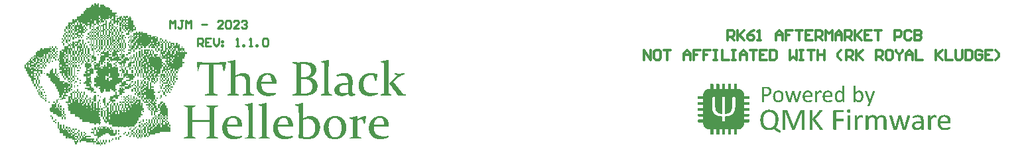
<source format=gto>
G04*
G04 #@! TF.GenerationSoftware,Altium Limited,Altium Designer,23.0.1 (38)*
G04*
G04 Layer_Color=65535*
%FSLAX25Y25*%
%MOIN*%
G70*
G04*
G04 #@! TF.SameCoordinates,E578997C-71E1-4784-AB86-DF19E58CE9B1*
G04*
G04*
G04 #@! TF.FilePolarity,Positive*
G04*
G01*
G75*
%ADD10C,0.01200*%
%ADD11C,0.01000*%
G36*
X293129Y76948D02*
X293758D01*
Y78206D01*
X295645D01*
Y77577D01*
X296483D01*
Y76948D01*
X297950D01*
Y76319D01*
X298579D01*
Y75481D01*
X299837D01*
Y74014D01*
X301933D01*
Y73385D01*
X301304D01*
Y72546D01*
X302771D01*
Y72127D01*
X301304D01*
Y70031D01*
X301933D01*
Y71499D01*
X303400D01*
Y72127D01*
X304238D01*
Y72546D01*
X304657D01*
Y71499D01*
X305496D01*
Y70660D01*
X306124D01*
Y71499D01*
X305496D01*
Y72546D01*
X306124D01*
Y72127D01*
X306753D01*
Y72546D01*
X307592D01*
Y71499D01*
X308220D01*
Y72127D01*
X309059D01*
Y71499D01*
X309478D01*
Y70031D01*
X310316D01*
Y67726D01*
X310945D01*
Y66678D01*
X311574D01*
Y65211D01*
X310316D01*
Y64372D01*
X309478D01*
Y65211D01*
X309059D01*
Y64372D01*
X309478D01*
Y63743D01*
X309059D01*
Y64372D01*
X308220D01*
Y62905D01*
X306753D01*
Y63743D01*
X307592D01*
Y65211D01*
X306753D01*
Y65839D01*
X306124D01*
Y67097D01*
X305496D01*
Y65839D01*
X306124D01*
Y65211D01*
X306753D01*
Y64372D01*
X306124D01*
Y65211D01*
X305496D01*
Y65839D01*
X304657D01*
Y68564D01*
X304238D01*
Y67097D01*
X303400D01*
Y69193D01*
X302771D01*
Y67726D01*
X301933D01*
Y69193D01*
X301304D01*
Y68564D01*
X300465D01*
Y70031D01*
X299208D01*
Y70660D01*
X298579D01*
Y71499D01*
X297950D01*
Y70660D01*
X296483D01*
Y70031D01*
X297112D01*
Y65839D01*
X297950D01*
Y65630D01*
Y65211D01*
X298579D01*
Y64372D01*
X299208D01*
Y63743D01*
X299837D01*
Y64372D01*
X299208D01*
Y65211D01*
X298579D01*
Y65839D01*
X297950D01*
Y69193D01*
X298579D01*
Y70031D01*
X299208D01*
Y68564D01*
X300465D01*
Y67307D01*
Y67097D01*
X301304D01*
Y66678D01*
X301933D01*
Y65839D01*
X302771D01*
Y64372D01*
X303400D01*
Y63743D01*
Y63534D01*
Y62905D01*
X304238D01*
Y61857D01*
X304657D01*
Y62905D01*
X304238D01*
Y64372D01*
X303400D01*
Y66678D01*
X304238D01*
Y66049D01*
Y65839D01*
Y64372D01*
X305496D01*
Y63953D01*
Y63743D01*
X304657D01*
Y62905D01*
X306124D01*
Y62276D01*
X305496D01*
Y60390D01*
X306124D01*
Y58923D01*
X306753D01*
Y56198D01*
X306124D01*
Y56827D01*
Y57036D01*
Y58923D01*
X305496D01*
Y60390D01*
X304657D01*
Y61019D01*
X304238D01*
Y61857D01*
X303400D01*
Y62276D01*
Y62486D01*
Y62905D01*
X302771D01*
Y64372D01*
X301933D01*
Y65839D01*
X301304D01*
Y66678D01*
X300465D01*
Y67097D01*
X299837D01*
Y67726D01*
X299208D01*
Y68564D01*
X298579D01*
Y67726D01*
X299208D01*
Y67097D01*
X299837D01*
Y66678D01*
X300465D01*
Y65839D01*
X301304D01*
Y64372D01*
X301933D01*
Y62905D01*
X302771D01*
Y61857D01*
X303400D01*
Y61019D01*
X304238D01*
Y60390D01*
X304657D01*
Y59552D01*
Y59342D01*
Y58923D01*
X305496D01*
Y57246D01*
Y57036D01*
Y56198D01*
X306124D01*
Y55569D01*
X305496D01*
Y56198D01*
X304657D01*
Y58923D01*
X304238D01*
Y60390D01*
X303400D01*
Y58923D01*
X304238D01*
Y56198D01*
X304657D01*
Y55569D01*
X305496D01*
Y54940D01*
Y54731D01*
X306124D01*
Y54102D01*
X305496D01*
Y54731D01*
X304657D01*
Y55569D01*
X304238D01*
Y56198D01*
X303400D01*
Y57455D01*
X302771D01*
Y58084D01*
X301933D01*
Y58923D01*
X301304D01*
Y59552D01*
X300465D01*
Y58923D01*
X301304D01*
Y58084D01*
X301933D01*
Y57455D01*
X302771D01*
Y56198D01*
X303400D01*
Y55569D01*
X304238D01*
Y54731D01*
X304657D01*
Y54521D01*
Y53264D01*
X306124D01*
Y51377D01*
X307592D01*
Y50748D01*
X308220D01*
Y49910D01*
X306753D01*
Y48443D01*
X306124D01*
Y47605D01*
Y47395D01*
Y46976D01*
X305496D01*
Y48443D01*
X304657D01*
Y46976D01*
X305496D01*
Y46556D01*
X304657D01*
Y46976D01*
X304238D01*
Y47814D01*
X303400D01*
Y48443D01*
X302771D01*
Y49281D01*
X301933D01*
Y49910D01*
X299837D01*
Y49281D01*
X299208D01*
Y49910D01*
X298579D01*
Y50748D01*
X297950D01*
Y51377D01*
X296483D01*
Y49910D01*
X295645D01*
Y49281D01*
X296483D01*
Y49072D01*
Y48862D01*
Y48443D01*
X295645D01*
Y49281D01*
X295016D01*
Y47814D01*
X294178D01*
Y49281D01*
X293758D01*
Y46976D01*
X293129D01*
Y46556D01*
X294178D01*
Y45928D01*
X295016D01*
Y46556D01*
X294178D01*
Y46976D01*
X295645D01*
Y47814D01*
X296483D01*
Y46976D01*
X297112D01*
Y49281D01*
X297950D01*
Y48443D01*
X299208D01*
Y47814D01*
X299837D01*
Y46556D01*
X300465D01*
Y46976D01*
X301304D01*
Y46556D01*
X302771D01*
Y43622D01*
X303400D01*
Y41736D01*
X302771D01*
Y41107D01*
X305496D01*
Y40269D01*
X304657D01*
Y38802D01*
X305496D01*
Y39640D01*
X306753D01*
Y38173D01*
X307592D01*
Y37334D01*
X308220D01*
Y38173D01*
X309059D01*
Y36705D01*
X309478D01*
Y36077D01*
X308220D01*
Y35448D01*
X306124D01*
Y36705D01*
X304657D01*
Y36077D01*
X305496D01*
Y35448D01*
X306124D01*
Y34819D01*
X305496D01*
Y33981D01*
X306124D01*
Y33352D01*
X304657D01*
Y32514D01*
X303400D01*
Y33981D01*
X302771D01*
Y34819D01*
X303400D01*
Y36077D01*
X304238D01*
Y35448D01*
X304657D01*
Y36077D01*
X304238D01*
Y36705D01*
X303400D01*
Y37334D01*
X304238D01*
Y38802D01*
X303400D01*
Y38173D01*
X301933D01*
Y37334D01*
X301304D01*
Y35448D01*
X301933D01*
Y34819D01*
X301304D01*
Y33981D01*
X301933D01*
Y32514D01*
X303400D01*
Y31885D01*
X302771D01*
Y30627D01*
X301304D01*
Y31256D01*
X300465D01*
Y30627D01*
X299837D01*
Y29998D01*
X301304D01*
Y29160D01*
X300465D01*
Y28531D01*
X301304D01*
Y27064D01*
X301933D01*
Y24339D01*
X302771D01*
Y27064D01*
X301933D01*
Y28531D01*
X302771D01*
Y27064D01*
X303400D01*
Y24968D01*
X304238D01*
Y24339D01*
X304657D01*
Y24968D01*
X304238D01*
Y26226D01*
X304657D01*
Y27693D01*
X304238D01*
Y28531D01*
X303400D01*
Y29160D01*
X304238D01*
Y28531D01*
X304657D01*
Y27902D01*
Y27693D01*
X305496D01*
Y25806D01*
X306124D01*
Y24968D01*
X306753D01*
Y25806D01*
X306124D01*
Y28531D01*
X304657D01*
Y29160D01*
X306124D01*
Y28531D01*
X306753D01*
Y27693D01*
X307592D01*
Y28531D01*
X306753D01*
Y29160D01*
X306124D01*
Y29998D01*
X305496D01*
Y30627D01*
X306124D01*
Y29998D01*
X306753D01*
Y29160D01*
X307592D01*
Y28531D01*
X308220D01*
Y29160D01*
X307592D01*
Y29789D01*
Y29998D01*
X306753D01*
Y30208D01*
Y30627D01*
X306124D01*
Y30837D01*
Y31046D01*
Y31256D01*
X305496D01*
Y31885D01*
X306124D01*
Y31675D01*
Y31466D01*
Y31256D01*
X306753D01*
Y30627D01*
X307592D01*
Y29998D01*
X308220D01*
Y29160D01*
X309059D01*
Y29998D01*
X308220D01*
Y30627D01*
X307592D01*
Y31256D01*
X306753D01*
Y31885D01*
X307592D01*
Y31466D01*
Y31256D01*
X308220D01*
Y30627D01*
X309059D01*
Y29998D01*
X309478D01*
Y29160D01*
X310316D01*
Y28531D01*
X310945D01*
Y29160D01*
X310316D01*
Y29998D01*
X309478D01*
Y30627D01*
X309059D01*
Y32514D01*
X309478D01*
Y31466D01*
Y31256D01*
Y30627D01*
X310316D01*
Y29998D01*
X310945D01*
Y29160D01*
X311574D01*
Y29998D01*
X310945D01*
Y30208D01*
Y30418D01*
Y30627D01*
X310316D01*
Y31885D01*
X310945D01*
Y31046D01*
Y30837D01*
Y30627D01*
X311574D01*
Y29998D01*
X313879D01*
Y27064D01*
X314299D01*
Y28531D01*
X315137D01*
Y25806D01*
X315766D01*
Y24968D01*
X315137D01*
Y24339D01*
X315766D01*
Y23711D01*
X315137D01*
Y24339D01*
X314299D01*
Y22872D01*
X315137D01*
Y22243D01*
X313879D01*
Y20986D01*
X313041D01*
Y19519D01*
X312412D01*
Y18052D01*
X311574D01*
Y17423D01*
X310945D01*
Y16584D01*
X308220D01*
Y16165D01*
X307592D01*
Y16584D01*
X306753D01*
Y16165D01*
X305496D01*
Y16584D01*
X304657D01*
Y16165D01*
X304238D01*
Y16584D01*
X303400D01*
Y16165D01*
X302771D01*
Y16584D01*
X299837D01*
Y17423D01*
X297950D01*
Y18680D01*
X297112D01*
Y18052D01*
X296483D01*
Y18680D01*
X295645D01*
Y20147D01*
X295016D01*
Y21405D01*
X294178D01*
Y22034D01*
Y22243D01*
Y24339D01*
X295016D01*
Y21405D01*
X295645D01*
Y21195D01*
Y20986D01*
Y20147D01*
X296483D01*
Y21405D01*
X295645D01*
Y24339D01*
X295016D01*
Y24968D01*
X294178D01*
Y25806D01*
X295016D01*
Y24968D01*
X295645D01*
Y24339D01*
X296483D01*
Y21405D01*
X297112D01*
Y24339D01*
X296483D01*
Y24968D01*
X297112D01*
Y26226D01*
X296483D01*
Y27064D01*
X295645D01*
Y28531D01*
X295016D01*
Y30627D01*
X295645D01*
Y31256D01*
X296483D01*
Y27064D01*
X297112D01*
Y26226D01*
X297950D01*
Y23711D01*
X298579D01*
Y27693D01*
X299208D01*
Y24339D01*
X299837D01*
Y23711D01*
X300465D01*
Y24339D01*
X299837D01*
Y26435D01*
Y26645D01*
Y27064D01*
X300465D01*
Y24339D01*
X301304D01*
Y27064D01*
X300465D01*
Y27693D01*
Y27902D01*
Y28531D01*
X299837D01*
Y29160D01*
X298579D01*
Y29998D01*
X297950D01*
Y30627D01*
X298579D01*
Y31885D01*
X300465D01*
Y32514D01*
X301304D01*
Y33981D01*
X300465D01*
Y34819D01*
X299208D01*
Y35448D01*
X298579D01*
Y33981D01*
X296483D01*
Y35448D01*
X295645D01*
Y33981D01*
X295016D01*
Y33352D01*
X294178D01*
Y33981D01*
X293758D01*
Y35448D01*
X293129D01*
Y36077D01*
X293758D01*
Y36705D01*
X292291D01*
Y36077D01*
X291662D01*
Y36705D01*
X290824D01*
Y38173D01*
X291662D01*
Y38802D01*
X290824D01*
Y41107D01*
X291662D01*
Y42155D01*
X292291D01*
Y43622D01*
X291662D01*
Y44461D01*
X292291D01*
Y45089D01*
X290824D01*
Y47814D01*
X290195D01*
Y48443D01*
X290824D01*
Y47814D01*
X291662D01*
Y48443D01*
X290824D01*
Y49281D01*
X291662D01*
Y48443D01*
X293129D01*
Y49910D01*
X293758D01*
Y51796D01*
X294178D01*
Y52635D01*
X293758D01*
Y53264D01*
X294178D01*
Y52635D01*
X295645D01*
Y53264D01*
X294178D01*
Y54102D01*
X295016D01*
Y54731D01*
X295645D01*
Y54102D01*
X297112D01*
Y54731D01*
X297950D01*
Y53264D01*
X299208D01*
Y52635D01*
X297950D01*
Y51796D01*
X299837D01*
Y50748D01*
X300465D01*
Y51377D01*
X301304D01*
Y51796D01*
X299837D01*
Y54102D01*
X300465D01*
Y55569D01*
X299837D01*
Y56198D01*
X299208D01*
Y57455D01*
X298579D01*
Y60390D01*
X297950D01*
Y61019D01*
X297112D01*
Y61857D01*
X296483D01*
Y62276D01*
X295645D01*
Y62905D01*
X295016D01*
Y64372D01*
X294178D01*
Y65211D01*
X293758D01*
Y67097D01*
X293129D01*
Y67516D01*
Y67726D01*
X292291D01*
Y68564D01*
X291662D01*
Y70031D01*
X290824D01*
Y68564D01*
X291662D01*
Y67726D01*
X290824D01*
Y67097D01*
X290195D01*
Y68564D01*
X289357D01*
Y67097D01*
X290195D01*
Y66678D01*
X290824D01*
Y65839D01*
X291662D01*
Y65211D01*
X292291D01*
Y64372D01*
X293129D01*
Y61857D01*
X293758D01*
Y61019D01*
X294178D01*
Y60390D01*
X295016D01*
Y60180D01*
Y59971D01*
Y57455D01*
X295645D01*
Y57036D01*
X295016D01*
Y57455D01*
X294178D01*
Y60390D01*
X293758D01*
Y60809D01*
Y61019D01*
X293129D01*
Y61647D01*
Y61857D01*
X292291D01*
Y62905D01*
X291662D01*
Y63324D01*
Y63534D01*
Y63743D01*
X290824D01*
Y64372D01*
X290195D01*
Y65211D01*
X289357D01*
Y65839D01*
X290195D01*
Y65211D01*
X290824D01*
Y65001D01*
Y64372D01*
X291662D01*
Y64163D01*
Y63953D01*
Y63743D01*
X292291D01*
Y64372D01*
X291662D01*
Y64791D01*
Y65001D01*
Y65211D01*
X290824D01*
Y65839D01*
X290195D01*
Y66678D01*
X289357D01*
Y67097D01*
X288938D01*
Y65839D01*
X288309D01*
Y67726D01*
X287470D01*
Y67097D01*
X286842D01*
Y67726D01*
X286003D01*
Y66678D01*
X286842D01*
Y65839D01*
X287470D01*
Y65211D01*
X286842D01*
Y65839D01*
X286003D01*
Y66678D01*
X285374D01*
Y65839D01*
X286003D01*
Y65211D01*
X286842D01*
Y64372D01*
X286003D01*
Y65211D01*
X285374D01*
Y64372D01*
X286003D01*
Y63743D01*
X284536D01*
Y62905D01*
X285374D01*
Y62695D01*
Y62276D01*
X284536D01*
Y62905D01*
X283907D01*
Y63743D01*
X282650D01*
Y62905D01*
X283907D01*
Y61857D01*
X284536D01*
Y61647D01*
Y61019D01*
X283907D01*
Y61857D01*
X283488D01*
Y62276D01*
X282650D01*
Y61857D01*
X283488D01*
Y61228D01*
Y61019D01*
X282650D01*
Y61857D01*
X282021D01*
Y62905D01*
X281183D01*
Y63743D01*
X280554D01*
Y65211D01*
X279715D01*
Y65839D01*
X279087D01*
Y67097D01*
X278667D01*
Y65839D01*
X279087D01*
Y65211D01*
X279715D01*
Y63743D01*
X280554D01*
Y63534D01*
Y62905D01*
X281183D01*
Y62276D01*
Y62067D01*
Y61857D01*
X282021D01*
Y61647D01*
Y61019D01*
X281183D01*
Y61857D01*
X280554D01*
Y62905D01*
X279715D01*
Y63743D01*
X279087D01*
Y65211D01*
X278667D01*
Y65420D01*
Y65839D01*
X277829D01*
Y67097D01*
X277200D01*
Y67726D01*
X277829D01*
Y69193D01*
X279715D01*
Y70660D01*
X280554D01*
Y70031D01*
X281183D01*
Y70660D01*
X282021D01*
Y72127D01*
X283488D01*
Y72546D01*
X283907D01*
Y73385D01*
X285374D01*
Y74852D01*
X286003D01*
Y75481D01*
X286842D01*
Y76319D01*
X288309D01*
Y76948D01*
X288938D01*
Y77577D01*
X289357D01*
Y78206D01*
X290195D01*
Y77577D01*
X290824D01*
Y78834D01*
X291662D01*
Y78206D01*
X292291D01*
Y78834D01*
X293129D01*
Y76948D01*
D02*
G37*
G36*
X305496Y71499D02*
D01*
D01*
D01*
D01*
D02*
G37*
G36*
X291662Y68564D02*
D01*
D01*
D01*
D01*
D02*
G37*
G36*
X302771Y66678D02*
X301933D01*
Y67097D01*
X302771D01*
Y66678D01*
D02*
G37*
G36*
X315137Y63743D02*
X317233D01*
Y62905D01*
X319329D01*
Y61857D01*
X319958D01*
Y62276D01*
X322054D01*
Y61857D01*
X322682D01*
Y59552D01*
X323521D01*
Y57036D01*
X322682D01*
Y56198D01*
X323521D01*
Y54731D01*
X322682D01*
Y55779D01*
Y55988D01*
Y56198D01*
X322054D01*
Y57036D01*
X321425D01*
Y56198D01*
X322054D01*
Y54731D01*
X322682D01*
Y54521D01*
Y54102D01*
X322054D01*
Y54731D01*
X321425D01*
Y55988D01*
Y56198D01*
X319329D01*
Y57036D01*
X318700D01*
Y56198D01*
X317862D01*
Y57455D01*
X317233D01*
Y57036D01*
X316604D01*
Y56198D01*
X315766D01*
Y57036D01*
X315137D01*
Y56198D01*
X313879D01*
Y57455D01*
X313041D01*
Y56198D01*
X313879D01*
Y55569D01*
X313041D01*
Y56198D01*
X312412D01*
Y55569D01*
X310945D01*
Y56198D01*
X310316D01*
Y55569D01*
X310945D01*
Y54102D01*
X310316D01*
Y55569D01*
X309478D01*
Y54731D01*
Y54521D01*
Y54102D01*
X309059D01*
Y54731D01*
X307592D01*
Y55569D01*
X309059D01*
Y56198D01*
X308220D01*
Y57455D01*
X307592D01*
Y58084D01*
X308220D01*
Y57875D01*
Y57665D01*
Y57455D01*
X309059D01*
Y56407D01*
Y56198D01*
X309478D01*
Y57455D01*
X309059D01*
Y59552D01*
X308220D01*
Y60390D01*
X309059D01*
Y59552D01*
X309478D01*
Y60390D01*
X309059D01*
Y61647D01*
Y61857D01*
X308220D01*
Y62276D01*
X309059D01*
Y61857D01*
X309478D01*
Y60390D01*
X310316D01*
Y61857D01*
X309478D01*
Y62276D01*
X309059D01*
Y62486D01*
Y62695D01*
Y62905D01*
X309478D01*
Y62276D01*
X310316D01*
Y61857D01*
X310945D01*
Y62276D01*
X310316D01*
Y63743D01*
X311574D01*
Y64372D01*
X312412D01*
Y63743D01*
X313041D01*
Y64372D01*
X313879D01*
Y63743D01*
X314299D01*
Y64372D01*
X315137D01*
Y63743D01*
D02*
G37*
G36*
X283907Y62905D02*
D01*
D01*
D01*
D01*
D02*
G37*
G36*
X308220Y61647D02*
Y61019D01*
X307592D01*
Y61857D01*
X308220D01*
Y61647D01*
D02*
G37*
G36*
X306753Y61228D02*
Y61019D01*
X306124D01*
Y61857D01*
X306753D01*
Y61228D01*
D02*
G37*
G36*
X287470Y60390D02*
X286842D01*
Y60599D01*
Y61019D01*
X287470D01*
Y60390D01*
D02*
G37*
G36*
X277200Y65839D02*
X277829D01*
Y65211D01*
X278667D01*
Y63743D01*
X279087D01*
Y62905D01*
X279715D01*
Y61857D01*
X280554D01*
Y60390D01*
X279715D01*
Y60599D01*
Y60809D01*
Y61857D01*
X279087D01*
Y62905D01*
X278667D01*
Y63115D01*
Y63743D01*
X277829D01*
Y63953D01*
Y65211D01*
X277200D01*
Y65420D01*
Y65630D01*
Y65839D01*
X276362D01*
Y67097D01*
X277200D01*
Y65839D01*
D02*
G37*
G36*
X276362Y64372D02*
X277200D01*
Y64163D01*
Y63743D01*
X277829D01*
Y62905D01*
X278667D01*
Y62695D01*
Y62486D01*
Y61857D01*
X279087D01*
Y60390D01*
X278667D01*
Y61857D01*
X277829D01*
Y62905D01*
X277200D01*
Y63743D01*
X276362D01*
Y64372D01*
X275733D01*
Y64582D01*
Y65839D01*
X276362D01*
Y64372D01*
D02*
G37*
G36*
Y63115D02*
Y62905D01*
X277200D01*
Y62067D01*
Y61857D01*
X277829D01*
Y60390D01*
X278667D01*
Y59552D01*
X277829D01*
Y60390D01*
X277200D01*
Y61857D01*
X276362D01*
Y62905D01*
X275733D01*
Y63743D01*
X276362D01*
Y63115D01*
D02*
G37*
G36*
X274895Y60390D02*
X275733D01*
Y59552D01*
X274895D01*
Y60390D01*
X274266D01*
Y61019D01*
X274895D01*
Y60390D01*
D02*
G37*
G36*
X308220Y58923D02*
X307592D01*
Y59552D01*
X308220D01*
Y58923D01*
D02*
G37*
G36*
X288309D02*
X287470D01*
Y59342D01*
Y59552D01*
X288309D01*
Y58923D01*
D02*
G37*
G36*
Y63534D02*
Y62905D01*
X288938D01*
Y61857D01*
X289357D01*
Y61019D01*
X290195D01*
Y60390D01*
X290824D01*
Y58084D01*
X290195D01*
Y59552D01*
Y59761D01*
Y60390D01*
X289357D01*
Y61019D01*
X288938D01*
Y61228D01*
Y61857D01*
X288309D01*
Y62905D01*
X287470D01*
Y63743D01*
X288309D01*
Y63534D01*
D02*
G37*
G36*
X286842Y58084D02*
X286003D01*
Y58923D01*
X286842D01*
Y58084D01*
D02*
G37*
G36*
X283907Y59552D02*
X283488D01*
Y58923D01*
X283907D01*
Y58084D01*
X284536D01*
Y56198D01*
X285374D01*
Y53264D01*
X286003D01*
Y52635D01*
X286842D01*
Y51796D01*
X287470D01*
Y50748D01*
X288309D01*
Y49281D01*
X287470D01*
Y50748D01*
X286842D01*
Y51796D01*
X286003D01*
Y52425D01*
Y52635D01*
X285374D01*
Y53264D01*
X284536D01*
Y52635D01*
X285374D01*
Y51796D01*
X286003D01*
Y51377D01*
Y51168D01*
Y49910D01*
X286842D01*
Y49491D01*
Y49281D01*
X287470D01*
Y48443D01*
X288938D01*
Y47814D01*
X289357D01*
Y46976D01*
X288938D01*
Y46556D01*
X289357D01*
Y45928D01*
X290195D01*
Y42993D01*
X288938D01*
Y42155D01*
X288309D01*
Y41736D01*
X288938D01*
Y39640D01*
X289357D01*
Y38173D01*
X288938D01*
Y36705D01*
X289357D01*
Y36077D01*
X290195D01*
Y35448D01*
X290824D01*
Y34819D01*
X290195D01*
Y33981D01*
X291662D01*
Y33352D01*
X290195D01*
Y33981D01*
X289357D01*
Y33352D01*
X288938D01*
Y34819D01*
X287470D01*
Y35448D01*
X286003D01*
Y36077D01*
X288309D01*
Y36705D01*
X286842D01*
Y38173D01*
X285374D01*
Y38802D01*
X286003D01*
Y39640D01*
X286842D01*
Y41736D01*
X285374D01*
Y42993D01*
X286842D01*
Y43622D01*
X286003D01*
Y44461D01*
X286842D01*
Y46556D01*
X286003D01*
Y48443D01*
X286842D01*
Y49281D01*
X286003D01*
Y49910D01*
X285374D01*
Y51796D01*
X284536D01*
Y52635D01*
X283907D01*
Y54102D01*
X283488D01*
Y52635D01*
X283907D01*
Y51796D01*
X284536D01*
Y50329D01*
Y50120D01*
Y49910D01*
X285374D01*
Y48443D01*
X284536D01*
Y49491D01*
Y49700D01*
Y49910D01*
X283907D01*
Y51796D01*
X283488D01*
Y52635D01*
X282650D01*
Y51796D01*
X283488D01*
Y50329D01*
Y50120D01*
Y49910D01*
X283907D01*
Y49281D01*
X283488D01*
Y49491D01*
Y49700D01*
Y49910D01*
X282650D01*
Y51796D01*
X282021D01*
Y53264D01*
X281183D01*
Y54521D01*
Y54731D01*
X280554D01*
Y56198D01*
X279715D01*
Y57455D01*
X279087D01*
Y58084D01*
X278667D01*
Y58923D01*
X279087D01*
Y58084D01*
X279715D01*
Y59552D01*
X280554D01*
Y58923D01*
X281183D01*
Y58084D01*
X282021D01*
Y58923D01*
X281183D01*
Y59552D01*
X282650D01*
Y60390D01*
X283907D01*
Y59552D01*
D02*
G37*
G36*
X288938Y57455D02*
X288309D01*
Y58084D01*
X288938D01*
Y57455D01*
D02*
G37*
G36*
X274895Y58923D02*
X275733D01*
Y57455D01*
X274895D01*
Y58084D01*
Y58294D01*
Y58923D01*
X274266D01*
Y59552D01*
X274895D01*
Y58923D01*
D02*
G37*
G36*
X291662Y57036D02*
X292291D01*
Y56198D01*
X291662D01*
Y57036D01*
X290824D01*
Y57455D01*
X291662D01*
Y57036D01*
D02*
G37*
G36*
X289357Y65001D02*
Y64791D01*
Y64372D01*
X290195D01*
Y63953D01*
Y63743D01*
X290824D01*
Y62905D01*
X291662D01*
Y61857D01*
X292291D01*
Y61019D01*
X293129D01*
Y60390D01*
X293758D01*
Y57455D01*
X294178D01*
Y57036D01*
X295016D01*
Y55569D01*
X294178D01*
Y57036D01*
X293758D01*
Y57246D01*
Y57455D01*
X293129D01*
Y57665D01*
Y60390D01*
X292291D01*
Y60809D01*
Y61019D01*
X291662D01*
Y61228D01*
Y61438D01*
Y61857D01*
X290824D01*
Y62905D01*
X290195D01*
Y63743D01*
X289357D01*
Y64372D01*
X288938D01*
Y65211D01*
X289357D01*
Y65001D01*
D02*
G37*
G36*
X287470Y62067D02*
Y61857D01*
X288309D01*
Y61438D01*
Y61228D01*
Y61019D01*
X288938D01*
Y60390D01*
X289357D01*
Y58713D01*
Y58504D01*
Y58084D01*
X290195D01*
Y57036D01*
X290824D01*
Y56198D01*
X291662D01*
Y55569D01*
X290824D01*
Y55988D01*
Y56198D01*
X290195D01*
Y57036D01*
X289357D01*
Y58084D01*
X288938D01*
Y60390D01*
X288309D01*
Y61019D01*
X287470D01*
Y61857D01*
X286842D01*
Y62276D01*
X287470D01*
Y62067D01*
D02*
G37*
G36*
X271541Y56198D02*
X272379D01*
Y55569D01*
X271541D01*
Y56198D01*
X270912D01*
Y57036D01*
X271541D01*
Y56198D01*
D02*
G37*
G36*
X270074D02*
X270912D01*
Y55150D01*
Y54940D01*
Y54102D01*
X271541D01*
Y53264D01*
X272379D01*
Y52635D01*
X271541D01*
Y52844D01*
Y53054D01*
Y53264D01*
X270912D01*
Y54102D01*
X270074D01*
Y54731D01*
X269445D01*
Y55569D01*
X268607D01*
Y54731D01*
X269445D01*
Y54102D01*
X270074D01*
Y53264D01*
X270912D01*
Y52635D01*
X271541D01*
Y51796D01*
X272379D01*
Y51377D01*
X271541D01*
Y51796D01*
X270912D01*
Y52635D01*
X270074D01*
Y53264D01*
X269445D01*
Y54102D01*
X268607D01*
Y53264D01*
X269445D01*
Y52635D01*
X270074D01*
Y51796D01*
X270912D01*
Y50748D01*
X271541D01*
Y49910D01*
X270912D01*
Y50748D01*
X270074D01*
Y51796D01*
X269445D01*
Y52006D01*
Y52635D01*
X268607D01*
Y53264D01*
X268188D01*
Y54102D01*
X267559D01*
Y53264D01*
X268188D01*
Y52635D01*
X268607D01*
Y51796D01*
X269445D01*
Y50748D01*
X268607D01*
Y51796D01*
X268188D01*
Y50748D01*
X268607D01*
Y50539D01*
Y49281D01*
X268188D01*
Y50748D01*
X267559D01*
Y53264D01*
X266720D01*
Y50748D01*
X267559D01*
Y49281D01*
X268188D01*
Y48443D01*
X267559D01*
Y49281D01*
X266720D01*
Y50748D01*
X266092D01*
Y51377D01*
X265253D01*
Y51796D01*
X264624D01*
Y51377D01*
X265253D01*
Y50748D01*
X266092D01*
Y49281D01*
X266720D01*
Y48443D01*
X266092D01*
Y49281D01*
X265253D01*
Y50120D01*
Y50329D01*
Y50748D01*
X264624D01*
Y51377D01*
X263786D01*
Y50748D01*
X264624D01*
Y49700D01*
Y49491D01*
Y49281D01*
X265253D01*
Y48443D01*
X266092D01*
Y48024D01*
Y47814D01*
X266720D01*
Y47605D01*
Y46976D01*
X266092D01*
Y47814D01*
X265253D01*
Y48443D01*
X264624D01*
Y48862D01*
Y49072D01*
Y49281D01*
X263367D01*
Y49910D01*
X262738D01*
Y49281D01*
X263367D01*
Y48443D01*
X264624D01*
Y47814D01*
X265253D01*
Y46556D01*
X266092D01*
Y46137D01*
Y45928D01*
X265253D01*
Y46556D01*
X264624D01*
Y46766D01*
Y47814D01*
X263367D01*
Y48233D01*
Y48443D01*
X261900D01*
Y47814D01*
X263367D01*
Y46976D01*
X263786D01*
Y46556D01*
X264624D01*
Y45928D01*
X263786D01*
Y46556D01*
X263367D01*
Y46976D01*
X262738D01*
Y46766D01*
Y46556D01*
X263367D01*
Y45928D01*
X262738D01*
Y46556D01*
X261900D01*
Y47814D01*
X261271D01*
Y46556D01*
X261900D01*
Y45928D01*
X262738D01*
Y45089D01*
X264624D01*
Y42993D01*
X263786D01*
Y44461D01*
X262738D01*
Y43622D01*
X263367D01*
Y42155D01*
X263786D01*
Y41736D01*
X263367D01*
Y41945D01*
Y42155D01*
X262738D01*
Y43622D01*
X261900D01*
Y42155D01*
X262738D01*
Y40269D01*
X263367D01*
Y38173D01*
X262738D01*
Y38802D01*
Y39011D01*
Y40269D01*
X261900D01*
Y42155D01*
X261271D01*
Y42993D01*
X260433D01*
Y42155D01*
X261271D01*
Y41736D01*
X260433D01*
Y41107D01*
X261271D01*
Y40269D01*
X261900D01*
Y38173D01*
X262738D01*
Y36705D01*
X263367D01*
Y36077D01*
X263786D01*
Y35658D01*
Y35448D01*
X263367D01*
Y36077D01*
X262738D01*
Y36286D01*
Y36496D01*
Y36705D01*
X261900D01*
Y38173D01*
X261271D01*
Y40059D01*
Y40269D01*
X260433D01*
Y38173D01*
X261271D01*
Y36705D01*
X261900D01*
Y35448D01*
X261271D01*
Y36705D01*
X260433D01*
Y38173D01*
X259804D01*
Y39640D01*
X258965D01*
Y41107D01*
X258337D01*
Y41736D01*
X257708D01*
Y42993D01*
X257079D01*
Y44461D01*
X256450D01*
Y45928D01*
X255612D01*
Y47814D01*
X256450D01*
Y48443D01*
X257079D01*
Y49281D01*
X257708D01*
Y49910D01*
X258337D01*
Y50748D01*
X258965D01*
Y49910D01*
X259804D01*
Y50748D01*
X258965D01*
Y51377D01*
X259804D01*
Y50748D01*
X260433D01*
Y51377D01*
X259804D01*
Y51587D01*
Y51796D01*
X260433D01*
Y51377D01*
X261271D01*
Y51796D01*
X260433D01*
Y52635D01*
X261271D01*
Y54102D01*
X261900D01*
Y54731D01*
X263367D01*
Y55569D01*
X263786D01*
Y56198D01*
X264624D01*
Y55569D01*
X265253D01*
Y56198D01*
X268188D01*
Y57036D01*
X268607D01*
Y56198D01*
X269445D01*
Y55569D01*
X270074D01*
Y56198D01*
X269445D01*
Y57036D01*
X270074D01*
Y56198D01*
D02*
G37*
G36*
X293129Y66259D02*
Y66049D01*
Y65211D01*
X293758D01*
Y65001D01*
Y64791D01*
Y64372D01*
X294178D01*
Y62905D01*
X295016D01*
Y62276D01*
X295645D01*
Y61857D01*
X296483D01*
Y61019D01*
X297112D01*
Y60390D01*
X297950D01*
Y57455D01*
X298579D01*
Y56198D01*
X299208D01*
Y55569D01*
X299837D01*
Y54731D01*
X299208D01*
Y55569D01*
X298579D01*
Y56198D01*
X297950D01*
Y57455D01*
X297112D01*
Y60390D01*
X296483D01*
Y60809D01*
Y61019D01*
X295645D01*
Y61857D01*
X295016D01*
Y62067D01*
Y62276D01*
X294178D01*
Y61857D01*
X295016D01*
Y61019D01*
X295645D01*
Y60390D01*
X296483D01*
Y57455D01*
X297112D01*
Y56198D01*
X297950D01*
Y55569D01*
X298579D01*
Y54731D01*
X299208D01*
Y54102D01*
X298579D01*
Y54731D01*
X297950D01*
Y55569D01*
X297112D01*
Y56198D01*
X296483D01*
Y56827D01*
Y57036D01*
Y57455D01*
X295645D01*
Y60180D01*
Y60390D01*
X295016D01*
Y61019D01*
X294178D01*
Y61647D01*
Y61857D01*
X293758D01*
Y64372D01*
X293129D01*
Y65211D01*
X292291D01*
Y65839D01*
X291662D01*
Y66678D01*
X292291D01*
Y67097D01*
X293129D01*
Y66259D01*
D02*
G37*
G36*
X296483Y54731D02*
X295645D01*
Y56198D01*
X296483D01*
Y54731D01*
D02*
G37*
G36*
X288938Y63953D02*
Y63743D01*
X289357D01*
Y63534D01*
Y63324D01*
Y62905D01*
X290195D01*
Y62695D01*
Y61857D01*
X290824D01*
Y61019D01*
X291662D01*
Y60390D01*
X292291D01*
Y59342D01*
Y59132D01*
Y57455D01*
X293129D01*
Y57036D01*
X293758D01*
Y56827D01*
Y55569D01*
X294178D01*
Y54731D01*
X293758D01*
Y55360D01*
Y55569D01*
X293129D01*
Y57036D01*
X292291D01*
Y57455D01*
X291662D01*
Y60390D01*
X290824D01*
Y61019D01*
X290195D01*
Y61857D01*
X289357D01*
Y62905D01*
X288938D01*
Y63743D01*
X288309D01*
Y64372D01*
X288938D01*
Y63953D01*
D02*
G37*
G36*
X293129Y54731D02*
X293758D01*
Y54312D01*
Y54102D01*
X293129D01*
Y54731D01*
X292291D01*
Y55569D01*
X293129D01*
Y54731D01*
D02*
G37*
G36*
X292291Y54102D02*
X291662D01*
Y54521D01*
Y54731D01*
X292291D01*
Y54102D01*
D02*
G37*
G36*
X272379D02*
X271541D01*
Y54521D01*
Y54731D01*
X272379D01*
Y54102D01*
D02*
G37*
G36*
X309059Y53264D02*
X307592D01*
Y54102D01*
X309059D01*
Y53264D01*
D02*
G37*
G36*
X307592Y52635D02*
X306753D01*
Y53264D01*
X307592D01*
Y52635D01*
D02*
G37*
G36*
X293129D02*
X292291D01*
Y52844D01*
Y53054D01*
Y53264D01*
X293129D01*
Y52635D01*
D02*
G37*
G36*
X287470Y56198D02*
X288309D01*
Y53473D01*
Y53264D01*
X288938D01*
Y52635D01*
X288309D01*
Y53264D01*
X287470D01*
Y56198D01*
X286842D01*
Y57455D01*
X287470D01*
Y56198D01*
D02*
G37*
G36*
X320587Y51796D02*
D01*
D01*
D01*
D01*
D02*
G37*
G36*
X299837D02*
D01*
D01*
D01*
D01*
D02*
G37*
G36*
X324779Y60390D02*
X325407D01*
Y59552D01*
X326246D01*
Y58923D01*
X326874D01*
Y56198D01*
X327713D01*
Y55569D01*
X328342D01*
Y54731D01*
X328970D01*
Y53264D01*
X329809D01*
Y54731D01*
X328970D01*
Y55569D01*
X328342D01*
Y56198D01*
X327713D01*
Y58923D01*
X326874D01*
Y59552D01*
X326246D01*
Y60390D01*
X326874D01*
Y59552D01*
X327713D01*
Y58923D01*
X328342D01*
Y57036D01*
X328970D01*
Y58923D01*
X328342D01*
Y59342D01*
Y59552D01*
X328970D01*
Y58923D01*
X331066D01*
Y57455D01*
X331695D01*
Y58923D01*
X332534D01*
Y57455D01*
X333162D01*
Y58084D01*
X333791D01*
Y56198D01*
X334630D01*
Y57036D01*
X335049D01*
Y56198D01*
X335887D01*
Y54731D01*
X336516D01*
Y54102D01*
X337354D01*
Y53264D01*
X336516D01*
Y51796D01*
X335887D01*
Y50748D01*
X335049D01*
Y49281D01*
X335887D01*
Y48443D01*
X335049D01*
Y46976D01*
X334630D01*
Y46556D01*
X333791D01*
Y45928D01*
X333162D01*
Y44461D01*
X332534D01*
Y45089D01*
X331695D01*
Y44461D01*
X332534D01*
Y43622D01*
X331695D01*
Y43832D01*
Y44461D01*
X331066D01*
Y45928D01*
X330228D01*
Y44461D01*
X331066D01*
Y43622D01*
X331695D01*
Y42155D01*
X332534D01*
Y41736D01*
X331695D01*
Y42155D01*
X331066D01*
Y43413D01*
Y43622D01*
X330228D01*
Y44461D01*
X329809D01*
Y43622D01*
X330228D01*
Y42155D01*
X331066D01*
Y41736D01*
X331695D01*
Y41107D01*
X332534D01*
Y40269D01*
X331695D01*
Y41107D01*
X331066D01*
Y39640D01*
X331695D01*
Y39430D01*
Y39221D01*
Y38802D01*
X331066D01*
Y39640D01*
X330228D01*
Y42155D01*
X329809D01*
Y43622D01*
X328970D01*
Y45089D01*
X327713D01*
Y44461D01*
X328342D01*
Y43622D01*
X328970D01*
Y42155D01*
X329809D01*
Y39640D01*
X330228D01*
Y38802D01*
X331066D01*
Y37334D01*
X330228D01*
Y38802D01*
X329809D01*
Y39640D01*
X328970D01*
Y42155D01*
X328342D01*
Y43413D01*
Y43622D01*
X327713D01*
Y44461D01*
X326874D01*
Y45089D01*
X326246D01*
Y44461D01*
X326874D01*
Y43622D01*
X327713D01*
Y42155D01*
X328342D01*
Y41736D01*
X327713D01*
Y42155D01*
X326874D01*
Y43622D01*
X326246D01*
Y44461D01*
X325407D01*
Y43622D01*
X324779D01*
Y45089D01*
X325407D01*
Y46976D01*
X324779D01*
Y45928D01*
X324150D01*
Y43622D01*
X323521D01*
Y42993D01*
X322682D01*
Y42155D01*
X323521D01*
Y41736D01*
X322054D01*
Y41107D01*
X322682D01*
Y39640D01*
X322054D01*
Y41107D01*
X321425D01*
Y41736D01*
X320587D01*
Y41107D01*
X321425D01*
Y39640D01*
X322054D01*
Y38802D01*
X321425D01*
Y39640D01*
X320587D01*
Y38802D01*
X321425D01*
Y38173D01*
X320587D01*
Y38802D01*
X319329D01*
Y41107D01*
X318700D01*
Y41736D01*
X317862D01*
Y41107D01*
X318700D01*
Y39640D01*
X317862D01*
Y40269D01*
X317233D01*
Y41107D01*
X316604D01*
Y41736D01*
X315766D01*
Y41107D01*
X316604D01*
Y40269D01*
X315766D01*
Y41107D01*
X315137D01*
Y42993D01*
Y43203D01*
Y43622D01*
X314299D01*
Y45089D01*
X313879D01*
Y46976D01*
X313041D01*
Y49491D01*
Y49700D01*
Y49910D01*
X312412D01*
Y51377D01*
X311574D01*
Y54102D01*
X312412D01*
Y51796D01*
Y51587D01*
Y51377D01*
X313041D01*
Y50329D01*
Y50120D01*
Y49910D01*
X313879D01*
Y51377D01*
X313041D01*
Y54731D01*
X313879D01*
Y51796D01*
X314299D01*
Y50748D01*
X315137D01*
Y49910D01*
X315766D01*
Y50748D01*
X315137D01*
Y51796D01*
X314299D01*
Y55569D01*
X315137D01*
Y54102D01*
Y53892D01*
Y53264D01*
X315766D01*
Y52635D01*
X316604D01*
Y53264D01*
X315766D01*
Y55569D01*
X318700D01*
Y54731D01*
X319329D01*
Y53264D01*
X319958D01*
Y51796D01*
X320587D01*
Y51377D01*
X321425D01*
Y51796D01*
X320587D01*
Y53264D01*
X319958D01*
Y54731D01*
X319329D01*
Y55569D01*
X319958D01*
Y55360D01*
Y54731D01*
X320587D01*
Y53892D01*
Y53683D01*
Y53264D01*
X322682D01*
Y52635D01*
X322054D01*
Y51796D01*
X323521D01*
Y51377D01*
X324150D01*
Y50748D01*
X324779D01*
Y49281D01*
X325407D01*
Y48443D01*
X326246D01*
Y47814D01*
X326874D01*
Y49281D01*
X326246D01*
Y49910D01*
X326874D01*
Y50748D01*
X324779D01*
Y51377D01*
X324150D01*
Y51796D01*
X323521D01*
Y53264D01*
X324150D01*
Y52844D01*
Y52635D01*
Y51796D01*
X324779D01*
Y51377D01*
X325407D01*
Y51796D01*
X324779D01*
Y53264D01*
X324150D01*
Y55569D01*
X324779D01*
Y56198D01*
X324150D01*
Y57036D01*
X324779D01*
Y57455D01*
X324150D01*
Y58084D01*
X324779D01*
Y58923D01*
X324150D01*
Y59552D01*
X323521D01*
Y61019D01*
X324779D01*
Y60390D01*
D02*
G37*
G36*
X285374Y58084D02*
X286003D01*
Y56198D01*
X286842D01*
Y53892D01*
Y53683D01*
Y53264D01*
X287470D01*
Y53054D01*
Y52635D01*
X288309D01*
Y52425D01*
Y51796D01*
X288938D01*
Y51587D01*
Y51377D01*
X288309D01*
Y51796D01*
X287470D01*
Y52635D01*
X286842D01*
Y53264D01*
X286003D01*
Y56198D01*
X285374D01*
Y57875D01*
Y58084D01*
X284536D01*
Y58713D01*
Y58923D01*
Y60390D01*
X285374D01*
Y58084D01*
D02*
G37*
G36*
X309478Y51377D02*
X310316D01*
Y50748D01*
X309478D01*
Y51377D01*
X309059D01*
Y52006D01*
Y52216D01*
Y52635D01*
X309478D01*
Y51377D01*
D02*
G37*
G36*
X289357Y56198D02*
X290195D01*
Y55779D01*
Y55569D01*
Y54731D01*
X290824D01*
Y51796D01*
X291662D01*
Y49910D01*
X290195D01*
Y50748D01*
X289357D01*
Y52635D01*
X290195D01*
Y54731D01*
X289357D01*
Y56198D01*
X288938D01*
Y57036D01*
X289357D01*
Y56198D01*
D02*
G37*
G36*
X297950Y49910D02*
X298579D01*
Y49281D01*
X297950D01*
Y49700D01*
Y49910D01*
X297112D01*
Y50748D01*
X297950D01*
Y49910D01*
D02*
G37*
G36*
X289357D02*
X290195D01*
Y49281D01*
X289357D01*
Y49910D01*
X288938D01*
Y50748D01*
X289357D01*
Y49910D01*
D02*
G37*
G36*
X270074Y49281D02*
X269445D01*
Y49910D01*
X270074D01*
Y49281D01*
D02*
G37*
G36*
X301933Y48443D02*
X301304D01*
Y48652D01*
Y49281D01*
X301933D01*
Y48443D01*
D02*
G37*
G36*
X289357D02*
X288938D01*
Y49281D01*
X289357D01*
Y48443D01*
D02*
G37*
G36*
X275733Y61857D02*
X276362D01*
Y61228D01*
Y61019D01*
Y60390D01*
X277200D01*
Y59971D01*
Y59761D01*
Y58923D01*
X277829D01*
Y58294D01*
Y58084D01*
X278667D01*
Y57455D01*
X279087D01*
Y56198D01*
X279715D01*
Y54731D01*
X280554D01*
Y53264D01*
X281183D01*
Y51796D01*
X282021D01*
Y49910D01*
X282650D01*
Y49281D01*
X283488D01*
Y48443D01*
X282650D01*
Y49281D01*
X282021D01*
Y49910D01*
X281183D01*
Y50748D01*
Y50958D01*
Y51796D01*
X280554D01*
Y52635D01*
X279715D01*
Y54731D01*
X279087D01*
Y52635D01*
X279715D01*
Y51796D01*
X280554D01*
Y50958D01*
Y50748D01*
Y49910D01*
X281183D01*
Y49281D01*
X282021D01*
Y48443D01*
X281183D01*
Y49281D01*
X280554D01*
Y49491D01*
Y49910D01*
X279715D01*
Y51796D01*
X279087D01*
Y49910D01*
X279715D01*
Y49281D01*
X280554D01*
Y48443D01*
X281183D01*
Y47814D01*
X282021D01*
Y47395D01*
Y47185D01*
Y46556D01*
X282650D01*
Y45928D01*
X282021D01*
Y46137D01*
Y46347D01*
Y46556D01*
X281183D01*
Y47814D01*
X280554D01*
Y48443D01*
X279715D01*
Y49281D01*
X279087D01*
Y49910D01*
X278667D01*
Y53264D01*
X277829D01*
Y49910D01*
X278667D01*
Y49281D01*
X279087D01*
Y48443D01*
X279715D01*
Y48024D01*
Y47814D01*
X280554D01*
Y46556D01*
X281183D01*
Y42155D01*
X282021D01*
Y41736D01*
X281183D01*
Y42155D01*
X280554D01*
Y46556D01*
X279715D01*
Y47814D01*
X279087D01*
Y48443D01*
X278667D01*
Y49281D01*
X277829D01*
Y49910D01*
X277200D01*
Y49281D01*
X277829D01*
Y48443D01*
X278667D01*
Y47814D01*
X279087D01*
Y46556D01*
X279715D01*
Y42155D01*
X280554D01*
Y41107D01*
X281183D01*
Y40269D01*
X280554D01*
Y40478D01*
Y41107D01*
X279715D01*
Y41317D01*
Y42155D01*
X279087D01*
Y45928D01*
Y46137D01*
Y46556D01*
X278667D01*
Y47185D01*
Y47395D01*
Y47814D01*
X277829D01*
Y48024D01*
Y48443D01*
X276362D01*
Y47814D01*
X277829D01*
Y46556D01*
X278667D01*
Y42155D01*
X279087D01*
Y41736D01*
Y41526D01*
Y41107D01*
X279715D01*
Y40269D01*
X280554D01*
Y39849D01*
Y39640D01*
X279715D01*
Y40269D01*
X279087D01*
Y41107D01*
X278667D01*
Y42155D01*
X277829D01*
Y42993D01*
X277200D01*
Y42155D01*
X277829D01*
Y41107D01*
X278667D01*
Y40269D01*
X279087D01*
Y40059D01*
Y39640D01*
X279715D01*
Y38802D01*
X279087D01*
Y39011D01*
Y39640D01*
X278667D01*
Y40269D01*
X277829D01*
Y39640D01*
X278667D01*
Y38802D01*
X279087D01*
Y38592D01*
Y38173D01*
X279715D01*
Y36077D01*
X279087D01*
Y35448D01*
X279715D01*
Y34819D01*
X279087D01*
Y35448D01*
X278667D01*
Y33981D01*
X277829D01*
Y33352D01*
X276362D01*
Y32514D01*
X277200D01*
Y31885D01*
X275733D01*
Y31256D01*
X276362D01*
Y30627D01*
X274895D01*
Y29998D01*
X273428D01*
Y30627D01*
X274266D01*
Y31256D01*
X273008D01*
Y31885D01*
X273428D01*
Y32514D01*
X273008D01*
Y33981D01*
X272379D01*
Y35448D01*
X271541D01*
Y36705D01*
X270912D01*
Y38173D01*
X270074D01*
Y38802D01*
X269445D01*
Y39640D01*
X268607D01*
Y41107D01*
X267559D01*
Y42155D01*
X266720D01*
Y43622D01*
X267559D01*
Y42993D01*
X268188D01*
Y44461D01*
X268607D01*
Y45089D01*
X269445D01*
Y45928D01*
X270074D01*
Y43622D01*
X270912D01*
Y45718D01*
Y45928D01*
X271541D01*
Y42993D01*
X272379D01*
Y42574D01*
Y42365D01*
Y42155D01*
X273008D01*
Y41736D01*
X272379D01*
Y41945D01*
Y42155D01*
X271541D01*
Y42993D01*
X270912D01*
Y42155D01*
X271541D01*
Y41736D01*
X272379D01*
Y41107D01*
X273428D01*
Y39640D01*
X275733D01*
Y38802D01*
X277200D01*
Y38173D01*
X278667D01*
Y36705D01*
X279087D01*
Y38173D01*
X278667D01*
Y38802D01*
X277829D01*
Y39640D01*
X277200D01*
Y41107D01*
X276362D01*
Y42155D01*
X275733D01*
Y43622D01*
X274895D01*
Y42155D01*
X275733D01*
Y41107D01*
X276362D01*
Y40269D01*
X275733D01*
Y40478D01*
Y41107D01*
X274895D01*
Y41736D01*
Y41945D01*
Y42155D01*
X274266D01*
Y43622D01*
X273428D01*
Y44461D01*
X274266D01*
Y45089D01*
X273008D01*
Y45928D01*
X273428D01*
Y46556D01*
X273008D01*
Y48443D01*
X273428D01*
Y49281D01*
X273008D01*
Y49910D01*
X272379D01*
Y50748D01*
X273008D01*
Y49910D01*
X273428D01*
Y50748D01*
X273008D01*
Y51377D01*
X273428D01*
Y51796D01*
X273008D01*
Y52635D01*
X273428D01*
Y54731D01*
X274266D01*
Y55569D01*
X275733D01*
Y57036D01*
X277200D01*
Y57455D01*
X277829D01*
Y58084D01*
X277200D01*
Y58923D01*
X276362D01*
Y60390D01*
X275733D01*
Y61857D01*
X274895D01*
Y62905D01*
X275733D01*
Y61857D01*
D02*
G37*
G36*
X284536Y47814D02*
X283907D01*
Y48443D01*
X284536D01*
Y47814D01*
D02*
G37*
G36*
X301304D02*
X301933D01*
Y46976D01*
X301304D01*
Y47185D01*
Y47395D01*
Y47814D01*
X300465D01*
Y48443D01*
X301304D01*
Y47814D01*
D02*
G37*
G36*
X283488Y46976D02*
X282650D01*
Y47814D01*
X283488D01*
Y46976D01*
D02*
G37*
G36*
X294178Y46556D02*
D01*
D01*
D01*
D01*
D02*
G37*
G36*
X310316Y45928D02*
X309478D01*
Y46556D01*
X310316D01*
Y45928D01*
D02*
G37*
G36*
X283907D02*
X283488D01*
Y46556D01*
X283907D01*
Y45928D01*
D02*
G37*
G36*
X309059Y50748D02*
X309478D01*
Y49281D01*
X310316D01*
Y49910D01*
X310945D01*
Y48443D01*
X309478D01*
Y46976D01*
X308220D01*
Y46556D01*
X309059D01*
Y45089D01*
X308220D01*
Y46347D01*
Y46556D01*
X306753D01*
Y46976D01*
X307592D01*
Y48443D01*
X308220D01*
Y48652D01*
Y48862D01*
Y49281D01*
X309059D01*
Y50748D01*
X308220D01*
Y50958D01*
Y51168D01*
Y51377D01*
X309059D01*
Y50748D01*
D02*
G37*
G36*
X304238Y44461D02*
X303400D01*
Y45089D01*
X304238D01*
Y44461D01*
D02*
G37*
G36*
X283488D02*
X282021D01*
Y45089D01*
X283488D01*
Y44461D01*
D02*
G37*
G36*
X310316Y43622D02*
X309478D01*
Y45089D01*
X310316D01*
Y43622D01*
D02*
G37*
G36*
X282650Y42993D02*
X282021D01*
Y43622D01*
X282650D01*
Y42993D01*
D02*
G37*
G36*
X273008D02*
X272379D01*
Y43413D01*
Y43622D01*
X273008D01*
Y42993D01*
D02*
G37*
G36*
X266092Y43413D02*
Y43203D01*
Y42993D01*
X265253D01*
Y43622D01*
X266092D01*
Y43413D01*
D02*
G37*
G36*
X311574Y43203D02*
Y42993D01*
Y42155D01*
X310945D01*
Y43622D01*
X311574D01*
Y43203D01*
D02*
G37*
G36*
X277829Y42155D02*
D01*
D01*
D01*
D01*
D02*
G37*
G36*
X261271D02*
D01*
D01*
D01*
D01*
D02*
G37*
G36*
X310945Y46976D02*
X311574D01*
Y45089D01*
X312412D01*
Y44041D01*
Y43832D01*
Y43622D01*
X313041D01*
Y43413D01*
Y41736D01*
X312412D01*
Y43622D01*
X311574D01*
Y45089D01*
X310945D01*
Y46556D01*
Y46766D01*
Y46976D01*
X310316D01*
Y47814D01*
X310945D01*
Y46976D01*
D02*
G37*
G36*
X304657Y41736D02*
X304238D01*
Y42365D01*
Y42574D01*
Y43622D01*
X304657D01*
Y41736D01*
D02*
G37*
G36*
X310945Y51377D02*
X311574D01*
Y49910D01*
X312412D01*
Y46976D01*
X313041D01*
Y45089D01*
X313879D01*
Y43622D01*
X314299D01*
Y43413D01*
Y41107D01*
X313879D01*
Y43622D01*
X313041D01*
Y45089D01*
X312412D01*
Y46556D01*
Y46766D01*
Y46976D01*
X311574D01*
Y47814D01*
Y48024D01*
Y49910D01*
X310945D01*
Y51168D01*
Y51377D01*
X310316D01*
Y52216D01*
Y52425D01*
Y53264D01*
X310945D01*
Y51377D01*
D02*
G37*
G36*
X321425Y41107D02*
D01*
D01*
D01*
D01*
D02*
G37*
G36*
X318700D02*
D01*
D01*
D01*
D01*
D02*
G37*
G36*
X282650Y40269D02*
X282021D01*
Y41107D01*
X282650D01*
Y40269D01*
D02*
G37*
G36*
X304238Y46766D02*
Y46556D01*
X304657D01*
Y45928D01*
X305496D01*
Y45089D01*
X306124D01*
Y43622D01*
X306753D01*
Y45089D01*
X306124D01*
Y46137D01*
Y46347D01*
Y46556D01*
X306753D01*
Y45089D01*
X307592D01*
Y42993D01*
X310316D01*
Y42155D01*
X310945D01*
Y41107D01*
X310316D01*
Y40688D01*
Y40478D01*
Y40269D01*
X309059D01*
Y39640D01*
X306753D01*
Y40269D01*
X308220D01*
Y41107D01*
X306753D01*
Y41736D01*
X306124D01*
Y41107D01*
X305496D01*
Y42993D01*
X306124D01*
Y43622D01*
X304657D01*
Y45089D01*
X304238D01*
Y46556D01*
X303400D01*
Y46976D01*
X304238D01*
Y46766D01*
D02*
G37*
G36*
X283907Y39849D02*
Y39640D01*
X283488D01*
Y40269D01*
X283907D01*
Y39849D01*
D02*
G37*
G36*
X326246Y42155D02*
X326874D01*
Y41736D01*
X327713D01*
Y41107D01*
X328342D01*
Y39640D01*
X328970D01*
Y38173D01*
X329809D01*
Y37334D01*
X328970D01*
Y37963D01*
Y38173D01*
X328342D01*
Y39640D01*
X327713D01*
Y38173D01*
X328342D01*
Y37334D01*
X328970D01*
Y36705D01*
X330228D01*
Y36077D01*
X328970D01*
Y36705D01*
X328342D01*
Y36077D01*
X328970D01*
Y35867D01*
Y35448D01*
X329809D01*
Y34819D01*
X328970D01*
Y35448D01*
X328342D01*
Y36077D01*
X327713D01*
Y36705D01*
X326874D01*
Y36077D01*
X327713D01*
Y35448D01*
X328342D01*
Y33981D01*
X328970D01*
Y33771D01*
Y33562D01*
Y33352D01*
X328342D01*
Y33981D01*
X327713D01*
Y34190D01*
Y34400D01*
Y35448D01*
X326874D01*
Y36077D01*
X326246D01*
Y37334D01*
X327713D01*
Y38173D01*
X325407D01*
Y38802D01*
X324779D01*
Y39640D01*
X324150D01*
Y40269D01*
X323521D01*
Y41107D01*
X324150D01*
Y40897D01*
Y40688D01*
Y40269D01*
X324779D01*
Y39640D01*
X325407D01*
Y39430D01*
Y39221D01*
Y38802D01*
X326874D01*
Y40269D01*
X326246D01*
Y40478D01*
Y41107D01*
X325407D01*
Y42155D01*
X324779D01*
Y41107D01*
X325407D01*
Y40269D01*
X326246D01*
Y39640D01*
X325407D01*
Y40269D01*
X324779D01*
Y40478D01*
Y41107D01*
X324150D01*
Y42993D01*
X326246D01*
Y42155D01*
D02*
G37*
G36*
X310316Y38802D02*
X309478D01*
Y39221D01*
Y39430D01*
Y39640D01*
X310316D01*
Y38802D01*
D02*
G37*
G36*
X282021Y39221D02*
Y39011D01*
Y38802D01*
X281183D01*
Y39640D01*
X282021D01*
Y39221D01*
D02*
G37*
G36*
X324150Y38173D02*
X323521D01*
Y38382D01*
Y39640D01*
X324150D01*
Y38173D01*
D02*
G37*
G36*
X311574D02*
X310945D01*
Y39640D01*
X311574D01*
Y38173D01*
D02*
G37*
G36*
X309478Y38382D02*
Y38173D01*
X309059D01*
Y38802D01*
X309478D01*
Y38382D01*
D02*
G37*
G36*
X283907D02*
Y38173D01*
X283488D01*
Y38802D01*
X283907D01*
Y38382D01*
D02*
G37*
G36*
X281183Y38173D02*
X280554D01*
Y38802D01*
X281183D01*
Y38173D01*
D02*
G37*
G36*
X315766Y39849D02*
Y39640D01*
X316604D01*
Y38592D01*
Y38382D01*
Y38173D01*
X317233D01*
Y39640D01*
X317862D01*
Y35448D01*
X318700D01*
Y38592D01*
Y38802D01*
X319329D01*
Y36705D01*
X320587D01*
Y36077D01*
X319329D01*
Y35448D01*
X320587D01*
Y33981D01*
X321425D01*
Y33352D01*
X320587D01*
Y32514D01*
X321425D01*
Y29998D01*
X322054D01*
Y29160D01*
X321425D01*
Y29998D01*
X320587D01*
Y29160D01*
X321425D01*
Y28531D01*
X322054D01*
Y27693D01*
X321425D01*
Y27064D01*
X322054D01*
Y25806D01*
X322682D01*
Y24968D01*
X323521D01*
Y25806D01*
X322682D01*
Y27693D01*
X323521D01*
Y28531D01*
X324150D01*
Y28741D01*
Y29160D01*
X325407D01*
Y28531D01*
X326246D01*
Y27064D01*
X326874D01*
Y25806D01*
X327713D01*
Y21405D01*
X326874D01*
Y22243D01*
X326246D01*
Y21405D01*
X326874D01*
Y20986D01*
X327713D01*
Y20776D01*
Y20567D01*
Y20147D01*
X326874D01*
Y20986D01*
X326246D01*
Y21405D01*
X325407D01*
Y22243D01*
X324779D01*
Y22872D01*
X324150D01*
Y22243D01*
X324779D01*
Y21615D01*
Y21405D01*
X325407D01*
Y20986D01*
X326246D01*
Y20147D01*
X326874D01*
Y19519D01*
X327713D01*
Y19309D01*
Y19099D01*
Y18680D01*
X328342D01*
Y17423D01*
X328970D01*
Y16584D01*
X328342D01*
Y17423D01*
X327713D01*
Y16584D01*
X328342D01*
Y16165D01*
X328970D01*
Y13860D01*
X323521D01*
Y13231D01*
X321425D01*
Y12602D01*
X318700D01*
Y11764D01*
X317862D01*
Y13231D01*
X317233D01*
Y16584D01*
X316604D01*
Y16794D01*
Y17423D01*
X315766D01*
Y18052D01*
X316604D01*
Y17423D01*
X317233D01*
Y16584D01*
X317862D01*
Y17423D01*
X317233D01*
Y18052D01*
X316604D01*
Y18471D01*
Y18680D01*
X317233D01*
Y18052D01*
X317862D01*
Y17423D01*
X318700D01*
Y18052D01*
X317862D01*
Y20147D01*
X318700D01*
Y18052D01*
X319329D01*
Y16584D01*
X319958D01*
Y18052D01*
X319329D01*
Y20147D01*
X319958D01*
Y19519D01*
Y19309D01*
Y18052D01*
X320587D01*
Y17423D01*
X321425D01*
Y16584D01*
X322054D01*
Y17423D01*
X321425D01*
Y18052D01*
X320587D01*
Y20147D01*
X319958D01*
Y20986D01*
X320587D01*
Y20357D01*
Y20147D01*
X321425D01*
Y18052D01*
X322054D01*
Y17423D01*
X322682D01*
Y18052D01*
X322054D01*
Y18261D01*
Y18471D01*
Y20147D01*
X321425D01*
Y20986D01*
X320587D01*
Y21405D01*
X321425D01*
Y20986D01*
X322054D01*
Y20567D01*
Y20357D01*
Y20147D01*
X322682D01*
Y18052D01*
X323521D01*
Y17423D01*
X324150D01*
Y16165D01*
X324779D01*
Y17423D01*
X324150D01*
Y18052D01*
X323521D01*
Y19309D01*
Y19519D01*
Y20147D01*
X322682D01*
Y20986D01*
X322054D01*
Y21405D01*
X321425D01*
Y22243D01*
X320587D01*
Y24339D01*
X319958D01*
Y24968D01*
X319329D01*
Y25806D01*
X318700D01*
Y26226D01*
X317862D01*
Y27064D01*
X316604D01*
Y27693D01*
X317862D01*
Y28531D01*
X315766D01*
Y29160D01*
X315137D01*
Y29998D01*
X314299D01*
Y31885D01*
X313879D01*
Y32514D01*
X313041D01*
Y31885D01*
X313879D01*
Y31256D01*
X313041D01*
Y31885D01*
X312412D01*
Y33352D01*
X311574D01*
Y33981D01*
X310945D01*
Y35448D01*
X310316D01*
Y36077D01*
X311574D01*
Y33981D01*
X312412D01*
Y33352D01*
X313041D01*
Y33981D01*
X312412D01*
Y36077D01*
X311574D01*
Y36496D01*
Y36705D01*
X310945D01*
Y37334D01*
X310316D01*
Y38173D01*
X310945D01*
Y37334D01*
X311574D01*
Y36705D01*
X312412D01*
Y36077D01*
X313041D01*
Y33981D01*
X313879D01*
Y32514D01*
X314299D01*
Y32304D01*
Y31885D01*
X315137D01*
Y32514D01*
X314299D01*
Y33981D01*
X313879D01*
Y36077D01*
X313041D01*
Y36705D01*
X312412D01*
Y37544D01*
Y37753D01*
Y40269D01*
X313041D01*
Y36705D01*
X313879D01*
Y36077D01*
X314299D01*
Y36705D01*
X313879D01*
Y36915D01*
Y37125D01*
Y38802D01*
X314299D01*
Y39640D01*
X313879D01*
Y40269D01*
X314299D01*
Y40059D01*
Y39640D01*
X315137D01*
Y38173D01*
X315766D01*
Y37334D01*
X316604D01*
Y38173D01*
X315766D01*
Y39640D01*
X315137D01*
Y40269D01*
X315766D01*
Y39849D01*
D02*
G37*
G36*
X325407Y37334D02*
Y37125D01*
Y36705D01*
X324779D01*
Y38173D01*
X325407D01*
Y37334D01*
D02*
G37*
G36*
X310316Y36705D02*
X309478D01*
Y37334D01*
X310316D01*
Y36705D01*
D02*
G37*
G36*
X282650D02*
X282021D01*
Y37334D01*
X282650D01*
Y36705D01*
D02*
G37*
G36*
X281183Y36286D02*
Y36077D01*
X280554D01*
Y37334D01*
X281183D01*
Y36286D01*
D02*
G37*
G36*
X264624Y36077D02*
X263786D01*
Y36705D01*
X264624D01*
Y36077D01*
D02*
G37*
G36*
X613463Y38082D02*
X613683D01*
Y37861D01*
X613794D01*
Y35544D01*
X614456D01*
Y35434D01*
X615007D01*
Y35324D01*
X615449D01*
Y35213D01*
X615669D01*
Y35103D01*
X615779D01*
Y34993D01*
X616000D01*
Y34882D01*
X616110D01*
Y34772D01*
X616221D01*
Y34662D01*
X616441D01*
Y34441D01*
X616552D01*
Y34331D01*
X616662D01*
Y34220D01*
X616772D01*
Y34110D01*
X616883D01*
Y33890D01*
X616993D01*
Y33669D01*
X617103D01*
Y33338D01*
X617214D01*
Y33007D01*
X617324D01*
Y31904D01*
X619861D01*
Y31683D01*
X619972D01*
Y30690D01*
X619861D01*
Y30580D01*
X619751D01*
Y30470D01*
X617324D01*
Y28925D01*
X619861D01*
Y28705D01*
X619972D01*
Y27712D01*
X619861D01*
Y27602D01*
X619751D01*
Y27491D01*
X617324D01*
Y25947D01*
X619861D01*
Y25726D01*
X619972D01*
Y24733D01*
X619861D01*
Y24623D01*
X619751D01*
Y24513D01*
X617324D01*
Y22968D01*
X619861D01*
Y22748D01*
X619972D01*
Y21755D01*
X619861D01*
Y21644D01*
X619751D01*
Y21534D01*
X617324D01*
Y19990D01*
X619861D01*
Y19769D01*
X619972D01*
Y18776D01*
X619861D01*
Y18666D01*
X619751D01*
Y18555D01*
X617324D01*
Y17563D01*
X617214D01*
Y17121D01*
X617103D01*
Y16790D01*
X616993D01*
Y16570D01*
X616883D01*
Y16349D01*
X616772D01*
Y16239D01*
X616662D01*
Y16128D01*
X616552D01*
Y16018D01*
X616441D01*
Y15908D01*
X616331D01*
Y15798D01*
X616221D01*
Y15687D01*
X616110D01*
Y15577D01*
X616000D01*
Y15467D01*
X615779D01*
Y15356D01*
X615559D01*
Y15246D01*
X615338D01*
Y15136D01*
X615007D01*
Y15025D01*
X613794D01*
Y12598D01*
X613683D01*
Y12488D01*
X613573D01*
Y12378D01*
X612360D01*
Y12598D01*
X612249D01*
Y15025D01*
X610815D01*
Y12598D01*
X610705D01*
Y12488D01*
X610595D01*
Y12378D01*
X609381D01*
Y12598D01*
X609271D01*
Y15025D01*
X607837D01*
Y12598D01*
X607726D01*
Y12488D01*
X607616D01*
Y12378D01*
X606402D01*
Y12598D01*
X606292D01*
Y15025D01*
X604858D01*
Y12598D01*
X604748D01*
Y12488D01*
X604637D01*
Y12378D01*
X603424D01*
Y12598D01*
X603314D01*
Y15025D01*
X601879D01*
Y12598D01*
X601769D01*
Y12488D01*
X601659D01*
Y12378D01*
X600445D01*
Y12598D01*
X600335D01*
Y15025D01*
X599122D01*
Y15136D01*
X598791D01*
Y15246D01*
X598570D01*
Y15356D01*
X598349D01*
Y15467D01*
X598129D01*
Y15577D01*
X598018D01*
Y15687D01*
X597908D01*
Y15798D01*
X597687D01*
Y15908D01*
X597577D01*
Y16128D01*
X597467D01*
Y16239D01*
X597356D01*
Y16349D01*
X597246D01*
Y16570D01*
X597136D01*
Y16790D01*
X597025D01*
Y17011D01*
X596915D01*
Y17342D01*
X596805D01*
Y18555D01*
X594378D01*
Y18666D01*
X594268D01*
Y18776D01*
X594157D01*
Y19879D01*
X594268D01*
Y19990D01*
X596805D01*
Y21534D01*
X594378D01*
Y21644D01*
X594268D01*
Y21755D01*
X594157D01*
Y22858D01*
X594268D01*
Y22968D01*
X596805D01*
Y24513D01*
X594268D01*
Y24623D01*
X594157D01*
Y25836D01*
X594268D01*
Y25947D01*
X596805D01*
Y27491D01*
X594268D01*
Y27602D01*
X594157D01*
Y28815D01*
X594268D01*
Y28925D01*
X596805D01*
Y30470D01*
X594268D01*
Y30580D01*
X594157D01*
Y31793D01*
X594268D01*
Y31904D01*
X596805D01*
Y33117D01*
X596915D01*
Y33448D01*
X597025D01*
Y33669D01*
X597136D01*
Y33890D01*
X597246D01*
Y34110D01*
X597356D01*
Y34220D01*
X597467D01*
Y34441D01*
X597577D01*
Y34552D01*
X597687D01*
Y34662D01*
X597798D01*
Y34772D01*
X598018D01*
Y34882D01*
X598129D01*
Y34993D01*
X598239D01*
Y35103D01*
X598460D01*
Y35213D01*
X598680D01*
Y35324D01*
X599011D01*
Y35434D01*
X599673D01*
Y35544D01*
X600335D01*
Y37971D01*
X600445D01*
Y38082D01*
X600666D01*
Y38192D01*
X601548D01*
Y38082D01*
X601769D01*
Y37861D01*
X601879D01*
Y35544D01*
X603314D01*
Y37971D01*
X603424D01*
Y38082D01*
X603645D01*
Y38192D01*
X604527D01*
Y38082D01*
X604748D01*
Y37861D01*
X604858D01*
Y35544D01*
X606292D01*
Y37971D01*
X606402D01*
Y38082D01*
X606623D01*
Y38192D01*
X607506D01*
Y38082D01*
X607726D01*
Y37861D01*
X607837D01*
Y35544D01*
X609271D01*
Y37971D01*
X609381D01*
Y38082D01*
X609602D01*
Y38192D01*
X610484D01*
Y38082D01*
X610705D01*
Y37861D01*
X610815D01*
Y35544D01*
X612249D01*
Y37971D01*
X612360D01*
Y38082D01*
X612580D01*
Y38192D01*
X613463D01*
Y38082D01*
D02*
G37*
G36*
X324150Y36705D02*
X324779D01*
Y36496D01*
Y35448D01*
X324150D01*
Y36705D01*
X323521D01*
Y37334D01*
X324150D01*
Y36705D01*
D02*
G37*
G36*
X265253Y34819D02*
X264624D01*
Y35448D01*
X265253D01*
Y34819D01*
D02*
G37*
G36*
X667739Y36979D02*
X667849D01*
Y28925D01*
X667739D01*
Y28815D01*
X667077D01*
Y28925D01*
X666967D01*
Y29036D01*
X666856D01*
Y29587D01*
X666746D01*
Y29477D01*
X666636D01*
Y29367D01*
X666526D01*
Y29256D01*
X666415D01*
Y29146D01*
X666194D01*
Y29036D01*
X666084D01*
Y28925D01*
X665753D01*
Y28815D01*
X665202D01*
Y28705D01*
X664871D01*
Y28815D01*
X664319D01*
Y28925D01*
X664099D01*
Y29036D01*
X663878D01*
Y29146D01*
X663767D01*
Y29256D01*
X663657D01*
Y29367D01*
X663547D01*
Y29477D01*
X663437D01*
Y29587D01*
X663326D01*
Y29808D01*
X663216D01*
Y30029D01*
X663106D01*
Y30359D01*
X662995D01*
Y30801D01*
X662885D01*
Y32456D01*
X662995D01*
Y32897D01*
X663106D01*
Y33228D01*
X663216D01*
Y33448D01*
X663326D01*
Y33669D01*
X663437D01*
Y33890D01*
X663547D01*
Y34000D01*
X663657D01*
Y34110D01*
X663767D01*
Y34220D01*
X663988D01*
Y34331D01*
X664099D01*
Y34441D01*
X664319D01*
Y34552D01*
X664650D01*
Y34662D01*
X665643D01*
Y34552D01*
X665974D01*
Y34441D01*
X666194D01*
Y34331D01*
X666305D01*
Y34220D01*
X666526D01*
Y34110D01*
X666636D01*
Y34000D01*
X666746D01*
Y36537D01*
Y36647D01*
Y36979D01*
X666856D01*
Y37089D01*
X667739D01*
Y36979D01*
D02*
G37*
G36*
X324150Y34610D02*
Y33981D01*
X323521D01*
Y34819D01*
X324150D01*
Y34610D01*
D02*
G37*
G36*
X310316Y33981D02*
X309478D01*
Y35448D01*
X310316D01*
Y33981D01*
D02*
G37*
G36*
X655935Y34552D02*
X656156D01*
Y34441D01*
X656266D01*
Y33559D01*
X655825D01*
Y33669D01*
X655163D01*
Y33559D01*
X654942D01*
Y33448D01*
X654832D01*
Y33338D01*
X654721D01*
Y33228D01*
X654611D01*
Y33117D01*
X654501D01*
Y32897D01*
X654390D01*
Y32786D01*
X654280D01*
Y32676D01*
X654170D01*
Y32014D01*
Y31904D01*
Y28925D01*
X654060D01*
Y28815D01*
X653287D01*
Y28925D01*
X653177D01*
Y29036D01*
X653067D01*
Y34331D01*
X653177D01*
Y34552D01*
X653949D01*
Y34441D01*
X654060D01*
Y33779D01*
X654170D01*
Y33890D01*
X654280D01*
Y34000D01*
X654390D01*
Y34110D01*
X654501D01*
Y34220D01*
X654611D01*
Y34331D01*
X654721D01*
Y34441D01*
X654942D01*
Y34552D01*
X655163D01*
Y34662D01*
X655935D01*
Y34552D01*
D02*
G37*
G36*
X326246Y35867D02*
Y35658D01*
Y35448D01*
X326874D01*
Y33981D01*
X327713D01*
Y33352D01*
X326874D01*
Y33981D01*
X326246D01*
Y35029D01*
Y35238D01*
Y35448D01*
X325407D01*
Y36077D01*
X326246D01*
Y35867D01*
D02*
G37*
G36*
X323521Y33352D02*
X322682D01*
Y33981D01*
X323521D01*
Y33352D01*
D02*
G37*
G36*
X284536D02*
X283907D01*
Y33981D01*
X284536D01*
Y33352D01*
D02*
G37*
G36*
X266092Y33562D02*
Y33352D01*
X265253D01*
Y33981D01*
X266092D01*
Y33562D01*
D02*
G37*
G36*
X311574Y32514D02*
X310945D01*
Y32723D01*
Y33352D01*
X311574D01*
Y32514D01*
D02*
G37*
G36*
X286003D02*
X285374D01*
Y33981D01*
X286003D01*
Y32514D01*
D02*
G37*
G36*
X325407Y33981D02*
X326246D01*
Y32514D01*
X326874D01*
Y32094D01*
Y31885D01*
X326246D01*
Y32514D01*
X325407D01*
Y33981D01*
X324779D01*
Y34819D01*
X325407D01*
Y33981D01*
D02*
G37*
G36*
X308220Y31885D02*
X307592D01*
Y32514D01*
X308220D01*
Y31885D01*
D02*
G37*
G36*
X293129D02*
X292291D01*
Y32514D01*
X293129D01*
Y31885D01*
D02*
G37*
G36*
X266720D02*
X266092D01*
Y32514D01*
X266720D01*
Y31885D01*
D02*
G37*
G36*
X263367Y34819D02*
X263786D01*
Y33981D01*
X264624D01*
Y32514D01*
X265253D01*
Y31885D01*
X264624D01*
Y32094D01*
Y32514D01*
X263786D01*
Y32723D01*
Y32933D01*
Y33981D01*
X263367D01*
Y34610D01*
Y34819D01*
X262738D01*
Y35448D01*
X263367D01*
Y34819D01*
D02*
G37*
G36*
X324779Y31256D02*
X324150D01*
Y31675D01*
Y31885D01*
Y32514D01*
X324779D01*
Y31256D01*
D02*
G37*
G36*
X304657D02*
X304238D01*
Y31466D01*
Y31675D01*
Y31885D01*
X304657D01*
Y31256D01*
D02*
G37*
G36*
X294178D02*
X293758D01*
Y31885D01*
X294178D01*
Y31256D01*
D02*
G37*
G36*
X287470D02*
X286842D01*
Y32304D01*
Y32514D01*
X287470D01*
Y31256D01*
D02*
G37*
G36*
X285374D02*
X284536D01*
Y32514D01*
X285374D01*
Y31256D01*
D02*
G37*
G36*
X324150Y30627D02*
X323521D01*
Y31256D01*
X324150D01*
Y30627D01*
D02*
G37*
G36*
X322682D02*
X322054D01*
Y31256D01*
X322682D01*
Y30627D01*
D02*
G37*
G36*
X312412D02*
X311574D01*
Y31256D01*
X312412D01*
Y30627D01*
D02*
G37*
G36*
X288938D02*
X288309D01*
Y31256D01*
X288938D01*
Y30627D01*
D02*
G37*
G36*
X266720D02*
X266092D01*
Y31256D01*
X266720D01*
Y30627D01*
D02*
G37*
G36*
X682963Y34441D02*
X683073D01*
Y34110D01*
X682963D01*
Y33779D01*
X682853D01*
Y33448D01*
X682742D01*
Y33228D01*
X682632D01*
Y32897D01*
X682521D01*
Y32566D01*
X682411D01*
Y32235D01*
X682301D01*
Y32014D01*
X682191D01*
Y31683D01*
X682080D01*
Y31352D01*
X681970D01*
Y31021D01*
X681860D01*
Y30801D01*
X681749D01*
Y30470D01*
X681639D01*
Y30139D01*
X681529D01*
Y29808D01*
X681418D01*
Y29477D01*
X681308D01*
Y29256D01*
X681198D01*
Y28925D01*
X681087D01*
Y28594D01*
X680977D01*
Y28263D01*
X680867D01*
Y28043D01*
X680756D01*
Y27712D01*
X680646D01*
Y27381D01*
X680536D01*
Y27050D01*
X680426D01*
Y26829D01*
X680315D01*
Y26719D01*
X679322D01*
Y27160D01*
X679433D01*
Y27491D01*
X679543D01*
Y27712D01*
X679653D01*
Y27822D01*
Y28043D01*
X679764D01*
Y28263D01*
X679874D01*
Y28594D01*
X679984D01*
Y28925D01*
X679874D01*
Y29256D01*
X679764D01*
Y29587D01*
X679653D01*
Y29808D01*
X679543D01*
Y30139D01*
X679433D01*
Y30470D01*
X679322D01*
Y30690D01*
X679212D01*
Y31021D01*
X679102D01*
Y31352D01*
X678991D01*
Y31573D01*
X678881D01*
Y31904D01*
X678771D01*
Y32235D01*
X678660D01*
Y32456D01*
X678550D01*
Y32786D01*
X678440D01*
Y33117D01*
X678329D01*
Y33338D01*
X678219D01*
Y33669D01*
X678109D01*
Y34000D01*
X677998D01*
Y34552D01*
X678991D01*
Y34331D01*
X679102D01*
Y34110D01*
X679212D01*
Y33779D01*
X679322D01*
Y33448D01*
X679433D01*
Y33117D01*
X679543D01*
Y32786D01*
X679653D01*
Y32456D01*
X679764D01*
Y32235D01*
X679874D01*
Y31904D01*
X679984D01*
Y31573D01*
X680094D01*
Y31242D01*
X680205D01*
Y30911D01*
X680315D01*
Y30690D01*
X680426D01*
Y30359D01*
X680536D01*
Y30249D01*
X680646D01*
Y30580D01*
X680756D01*
Y30801D01*
X680867D01*
Y31132D01*
X680977D01*
Y31463D01*
X681087D01*
Y31793D01*
X681198D01*
Y32125D01*
X681308D01*
Y32456D01*
X681418D01*
Y32786D01*
X681529D01*
Y33117D01*
X681639D01*
Y33448D01*
X681749D01*
Y33779D01*
X681860D01*
Y34110D01*
X681970D01*
Y34331D01*
X682080D01*
Y34552D01*
X682963D01*
Y34441D01*
D02*
G37*
G36*
X646006Y34000D02*
X645896D01*
Y33559D01*
X645786D01*
Y33228D01*
X645676D01*
Y32897D01*
X645565D01*
Y32566D01*
X645455D01*
Y32235D01*
X645344D01*
Y31793D01*
X645234D01*
Y31463D01*
X645124D01*
Y31132D01*
X645014D01*
Y30801D01*
X644903D01*
Y30359D01*
X644793D01*
Y30029D01*
X644683D01*
Y29697D01*
X644572D01*
Y29367D01*
X644462D01*
Y29036D01*
X644352D01*
Y28925D01*
X644241D01*
Y28815D01*
X643249D01*
Y28925D01*
X643138D01*
Y29036D01*
X643028D01*
Y29367D01*
X642917D01*
Y29697D01*
X642807D01*
Y30029D01*
X642697D01*
Y30470D01*
X642587D01*
Y30801D01*
X642476D01*
Y31242D01*
X642366D01*
Y31573D01*
X642256D01*
Y32014D01*
X642145D01*
Y32345D01*
X642035D01*
Y32786D01*
X641925D01*
Y32566D01*
X641814D01*
Y32125D01*
X641704D01*
Y31683D01*
X641594D01*
Y31352D01*
X641483D01*
Y30911D01*
X641373D01*
Y30470D01*
X641263D01*
Y30029D01*
X641152D01*
Y29697D01*
X641042D01*
Y29256D01*
X640932D01*
Y28925D01*
X640711D01*
Y28815D01*
X639718D01*
Y28925D01*
X639608D01*
Y29036D01*
X639498D01*
Y29367D01*
X639387D01*
Y29808D01*
X639277D01*
Y30139D01*
X639167D01*
Y30470D01*
X639056D01*
Y30801D01*
X638946D01*
Y31242D01*
X638836D01*
Y31573D01*
X638726D01*
Y31904D01*
X638615D01*
Y32235D01*
X638505D01*
Y32676D01*
X638394D01*
Y33007D01*
X638284D01*
Y33338D01*
X638174D01*
Y33669D01*
X638064D01*
Y34110D01*
X637953D01*
Y34552D01*
X638946D01*
Y34441D01*
X639056D01*
Y34110D01*
X639167D01*
Y33669D01*
X639277D01*
Y33338D01*
X639387D01*
Y32897D01*
X639498D01*
Y32566D01*
X639608D01*
Y32235D01*
X639718D01*
Y31793D01*
X639829D01*
Y31463D01*
X639939D01*
Y31021D01*
X640049D01*
Y30690D01*
X640160D01*
Y30359D01*
X640270D01*
Y30139D01*
X640380D01*
Y30580D01*
X640490D01*
Y31021D01*
X640601D01*
Y31352D01*
X640711D01*
Y31793D01*
X640822D01*
Y32235D01*
X640932D01*
Y32676D01*
X641042D01*
Y33007D01*
X641152D01*
Y33448D01*
X641263D01*
Y33890D01*
X641373D01*
Y34331D01*
X641483D01*
Y34552D01*
X642476D01*
Y34331D01*
X642587D01*
Y33890D01*
X642697D01*
Y33669D01*
Y33559D01*
X642807D01*
Y33117D01*
X642917D01*
Y32786D01*
X643028D01*
Y32345D01*
X643138D01*
Y32014D01*
X643249D01*
Y31573D01*
X643359D01*
Y31242D01*
X643469D01*
Y30911D01*
X643579D01*
Y30470D01*
X643690D01*
Y30139D01*
X643800D01*
Y30359D01*
X643910D01*
Y30801D01*
X644021D01*
Y31132D01*
X644131D01*
Y31573D01*
X644241D01*
Y31904D01*
X644352D01*
Y32345D01*
X644462D01*
Y32676D01*
X644572D01*
Y33117D01*
X644683D01*
Y33448D01*
X644793D01*
Y33779D01*
X644903D01*
Y34220D01*
X645014D01*
Y34441D01*
X645124D01*
Y34552D01*
X646006D01*
Y34000D01*
D02*
G37*
G36*
X304657Y29998D02*
X304238D01*
Y30627D01*
X304657D01*
Y29998D01*
D02*
G37*
G36*
X273008D02*
X272379D01*
Y30627D01*
X273008D01*
Y29998D01*
D02*
G37*
G36*
X293758Y29370D02*
Y29160D01*
X293129D01*
Y29998D01*
X293758D01*
Y29370D01*
D02*
G37*
G36*
X291662Y29160D02*
X290195D01*
Y29998D01*
X289357D01*
Y30627D01*
X290195D01*
Y30837D01*
Y31885D01*
X290824D01*
Y32514D01*
X291662D01*
Y29160D01*
D02*
G37*
G36*
X282650Y33981D02*
X283488D01*
Y33352D01*
X283907D01*
Y31256D01*
X284536D01*
Y30627D01*
X285374D01*
Y29998D01*
X286003D01*
Y28531D01*
X286842D01*
Y27064D01*
X287470D01*
Y28531D01*
X286842D01*
Y29998D01*
X286003D01*
Y30418D01*
Y30627D01*
Y31256D01*
X286842D01*
Y29998D01*
X287470D01*
Y29789D01*
Y28531D01*
X288309D01*
Y27064D01*
X288938D01*
Y27693D01*
X289357D01*
Y29160D01*
X290195D01*
Y26226D01*
X290824D01*
Y28531D01*
X291662D01*
Y25806D01*
X292291D01*
Y29160D01*
X293129D01*
Y25806D01*
X293758D01*
Y24968D01*
X293129D01*
Y24339D01*
X293758D01*
Y23711D01*
X293129D01*
Y22872D01*
X293758D01*
Y22243D01*
X293129D01*
Y21405D01*
X293758D01*
Y20147D01*
X294178D01*
Y19519D01*
X293758D01*
Y18680D01*
X294178D01*
Y18052D01*
X293758D01*
Y17423D01*
X293129D01*
Y18052D01*
X291662D01*
Y17632D01*
Y17423D01*
X290824D01*
Y18052D01*
X288309D01*
Y18680D01*
X284536D01*
Y20147D01*
X283488D01*
Y20986D01*
X282650D01*
Y21405D01*
X281183D01*
Y22872D01*
X278667D01*
Y24339D01*
X277829D01*
Y25806D01*
X277200D01*
Y26226D01*
X277829D01*
Y27064D01*
X277200D01*
Y28531D01*
X276362D01*
Y29160D01*
X277829D01*
Y31885D01*
X279087D01*
Y32514D01*
X278667D01*
Y33352D01*
X279715D01*
Y30627D01*
X280554D01*
Y33352D01*
X279715D01*
Y33981D01*
X280554D01*
Y33352D01*
X281183D01*
Y31256D01*
X282021D01*
Y30627D01*
X282650D01*
Y28531D01*
X283488D01*
Y30627D01*
X282650D01*
Y31046D01*
Y31256D01*
X282021D01*
Y33352D01*
X281183D01*
Y33981D01*
X280554D01*
Y34819D01*
X281183D01*
Y33981D01*
X282021D01*
Y33352D01*
X282650D01*
Y31256D01*
X283488D01*
Y30627D01*
X283907D01*
Y29998D01*
X284536D01*
Y29160D01*
X285374D01*
Y29998D01*
X284536D01*
Y30208D01*
Y30418D01*
Y30627D01*
X283907D01*
Y31256D01*
X283488D01*
Y33352D01*
X282650D01*
Y33981D01*
X282021D01*
Y35029D01*
Y35238D01*
Y35448D01*
X282650D01*
Y33981D01*
D02*
G37*
G36*
X262738Y34190D02*
Y33981D01*
X263367D01*
Y32514D01*
X263786D01*
Y31885D01*
X264624D01*
Y31256D01*
X265253D01*
Y31046D01*
Y30627D01*
X266092D01*
Y29998D01*
X266720D01*
Y29160D01*
X266092D01*
Y29998D01*
X265253D01*
Y30627D01*
X264624D01*
Y31256D01*
X263786D01*
Y31885D01*
X263367D01*
Y32514D01*
X262738D01*
Y33981D01*
X261900D01*
Y34819D01*
X262738D01*
Y34190D01*
D02*
G37*
G36*
X629238Y36427D02*
X629679D01*
Y36317D01*
X629900D01*
Y36206D01*
X630121D01*
Y36096D01*
X630231D01*
Y35986D01*
X630341D01*
Y35875D01*
X630452D01*
Y35765D01*
X630562D01*
Y35655D01*
X630672D01*
Y35544D01*
X630783D01*
Y35324D01*
X630893D01*
Y34993D01*
X631003D01*
Y33559D01*
X630893D01*
Y33228D01*
X630783D01*
Y33007D01*
X630672D01*
Y32786D01*
X630562D01*
Y32676D01*
X630452D01*
Y32566D01*
X630341D01*
Y32456D01*
X630231D01*
Y32345D01*
X630121D01*
Y32235D01*
X629900D01*
Y32125D01*
X629679D01*
Y32014D01*
X629459D01*
Y31904D01*
X629017D01*
Y31793D01*
X627363D01*
Y28925D01*
X627252D01*
Y28815D01*
X626370D01*
Y28925D01*
X626260D01*
Y36317D01*
X626370D01*
Y36427D01*
X626480D01*
Y36537D01*
X629238D01*
Y36427D01*
D02*
G37*
G36*
X673144Y37089D02*
X673365D01*
Y33890D01*
X673476D01*
Y34000D01*
X673586D01*
Y34110D01*
X673806D01*
Y34220D01*
X673917D01*
Y34331D01*
X674137D01*
Y34441D01*
X674358D01*
Y34552D01*
X674689D01*
Y34662D01*
X675682D01*
Y34552D01*
X675903D01*
Y34441D01*
X676123D01*
Y34331D01*
X676344D01*
Y34220D01*
X676454D01*
Y34110D01*
X676564D01*
Y34000D01*
X676675D01*
Y33890D01*
X676785D01*
Y33669D01*
X676895D01*
Y33448D01*
X677006D01*
Y33228D01*
X677116D01*
Y32897D01*
X677226D01*
Y32014D01*
X677337D01*
Y31463D01*
X677226D01*
Y30690D01*
X677116D01*
Y30249D01*
X677006D01*
Y30029D01*
X676895D01*
Y29808D01*
X676785D01*
Y29587D01*
X676675D01*
Y29477D01*
X676564D01*
Y29367D01*
X676454D01*
Y29256D01*
X676344D01*
Y29146D01*
X676233D01*
Y29036D01*
X676013D01*
Y28925D01*
X675682D01*
Y28815D01*
X675241D01*
Y28705D01*
X674799D01*
Y28815D01*
X674248D01*
Y28925D01*
X674027D01*
Y29036D01*
X673917D01*
Y29146D01*
X673696D01*
Y29256D01*
X673586D01*
Y29367D01*
X673476D01*
Y29477D01*
X673365D01*
Y29587D01*
X673255D01*
Y28925D01*
X673144D01*
Y28815D01*
X672483D01*
Y28925D01*
X672372D01*
Y37089D01*
X672593D01*
Y37199D01*
X673144D01*
Y37089D01*
D02*
G37*
G36*
X660017Y34552D02*
X660348D01*
Y34441D01*
X660568D01*
Y34331D01*
X660789D01*
Y34220D01*
X661010D01*
Y34110D01*
X661120D01*
Y34000D01*
X661230D01*
Y33890D01*
X661341D01*
Y33669D01*
X661451D01*
Y33448D01*
X661561D01*
Y33228D01*
X661671D01*
Y32786D01*
X661782D01*
Y31683D01*
X661671D01*
Y31573D01*
X661561D01*
Y31463D01*
X657921D01*
Y30911D01*
X658031D01*
Y30470D01*
X658141D01*
Y30249D01*
X658252D01*
Y30139D01*
X658362D01*
Y30029D01*
X658472D01*
Y29918D01*
X658583D01*
Y29808D01*
X658803D01*
Y29697D01*
X659134D01*
Y29587D01*
X660017D01*
Y29697D01*
X660679D01*
Y29808D01*
X661010D01*
Y29918D01*
X661341D01*
Y30029D01*
X661451D01*
Y29918D01*
X661561D01*
Y29256D01*
X661451D01*
Y29146D01*
X661341D01*
Y29036D01*
X661010D01*
Y28925D01*
X660568D01*
Y28815D01*
X659796D01*
Y28705D01*
X659244D01*
Y28815D01*
X658583D01*
Y28925D01*
X658252D01*
Y29036D01*
X658031D01*
Y29146D01*
X657810D01*
Y29256D01*
X657700D01*
Y29367D01*
X657590D01*
Y29477D01*
X657479D01*
Y29587D01*
X657369D01*
Y29808D01*
X657259D01*
Y29918D01*
X657149D01*
Y30249D01*
X657038D01*
Y30470D01*
X656928D01*
Y31021D01*
X656817D01*
Y32235D01*
X656928D01*
Y32786D01*
X657038D01*
Y33117D01*
X657149D01*
Y33338D01*
X657259D01*
Y33559D01*
X657369D01*
Y33669D01*
X657479D01*
Y33890D01*
X657590D01*
Y34000D01*
X657700D01*
Y34110D01*
X657921D01*
Y34220D01*
X658031D01*
Y34331D01*
X658252D01*
Y34441D01*
X658472D01*
Y34552D01*
X658914D01*
Y34662D01*
X660017D01*
Y34552D01*
D02*
G37*
G36*
X649978D02*
X650309D01*
Y34441D01*
X650529D01*
Y34331D01*
X650750D01*
Y34220D01*
X650860D01*
Y34110D01*
X650971D01*
Y34000D01*
X651081D01*
Y33890D01*
X651191D01*
Y33779D01*
X651302D01*
Y33559D01*
X651412D01*
Y33338D01*
X651522D01*
Y33007D01*
X651633D01*
Y32345D01*
X651743D01*
Y31793D01*
X651633D01*
Y31573D01*
X651522D01*
Y31463D01*
X647772D01*
Y31352D01*
X647882D01*
Y30580D01*
X647992D01*
Y30359D01*
X648103D01*
Y30139D01*
X648213D01*
Y30029D01*
X648323D01*
Y29918D01*
X648433D01*
Y29808D01*
X648654D01*
Y29697D01*
X649095D01*
Y29587D01*
X650088D01*
Y29697D01*
X650529D01*
Y29808D01*
X650860D01*
Y29918D01*
X651191D01*
Y30029D01*
X651302D01*
Y29918D01*
X651412D01*
Y29808D01*
X651522D01*
Y29367D01*
X651412D01*
Y29146D01*
X651191D01*
Y29036D01*
X650860D01*
Y28925D01*
X650529D01*
Y28815D01*
X649757D01*
Y28705D01*
X649206D01*
Y28815D01*
X648544D01*
Y28925D01*
X648213D01*
Y29036D01*
X647992D01*
Y29146D01*
X647772D01*
Y29256D01*
X647661D01*
Y29367D01*
X647551D01*
Y29477D01*
X647440D01*
Y29587D01*
X647330D01*
Y29697D01*
X647220D01*
Y29808D01*
X647110D01*
Y30029D01*
X646999D01*
Y30359D01*
X646889D01*
Y30690D01*
X646779D01*
Y32566D01*
X646889D01*
Y33007D01*
X646999D01*
Y33228D01*
X647110D01*
Y33448D01*
X647220D01*
Y33669D01*
X647330D01*
Y33779D01*
X647440D01*
Y33890D01*
X647551D01*
Y34000D01*
X647661D01*
Y34110D01*
X647772D01*
Y34220D01*
X647992D01*
Y34331D01*
X648103D01*
Y34441D01*
X648433D01*
Y34552D01*
X648764D01*
Y34662D01*
X649978D01*
Y34552D01*
D02*
G37*
G36*
X635195D02*
X635637D01*
Y34441D01*
X635857D01*
Y34331D01*
X636078D01*
Y34220D01*
X636188D01*
Y34110D01*
X636409D01*
Y34000D01*
X636519D01*
Y33890D01*
X636629D01*
Y33669D01*
X636740D01*
Y33559D01*
X636850D01*
Y33338D01*
X636960D01*
Y33007D01*
X637071D01*
Y32566D01*
X637181D01*
Y30911D01*
X637071D01*
Y30470D01*
X636960D01*
Y30249D01*
X636850D01*
Y30029D01*
X636740D01*
Y29808D01*
X636629D01*
Y29697D01*
X636519D01*
Y29587D01*
X636409D01*
Y29477D01*
X636299D01*
Y29367D01*
X636188D01*
Y29256D01*
X636078D01*
Y29146D01*
X635857D01*
Y29036D01*
X635637D01*
Y28925D01*
X635306D01*
Y28815D01*
X634644D01*
Y28705D01*
X634202D01*
Y28815D01*
X633540D01*
Y28925D01*
X633210D01*
Y29036D01*
X632989D01*
Y29146D01*
X632768D01*
Y29256D01*
X632658D01*
Y29367D01*
X632548D01*
Y29477D01*
X632437D01*
Y29587D01*
X632327D01*
Y29808D01*
X632217D01*
Y30029D01*
X632106D01*
Y30249D01*
X631996D01*
Y30580D01*
X631886D01*
Y31352D01*
X631776D01*
Y31463D01*
Y31904D01*
X631886D01*
Y32676D01*
X631996D01*
Y33007D01*
X632106D01*
Y33228D01*
X632217D01*
Y33448D01*
X632327D01*
Y33669D01*
X632437D01*
Y33779D01*
X632548D01*
Y33890D01*
X632658D01*
Y34000D01*
X632768D01*
Y34110D01*
X632879D01*
Y34220D01*
X633099D01*
Y34331D01*
X633320D01*
Y34441D01*
X633540D01*
Y34552D01*
X633982D01*
Y34662D01*
X635195D01*
Y34552D01*
D02*
G37*
G36*
X298579Y28531D02*
X297950D01*
Y29160D01*
X298579D01*
Y28531D01*
D02*
G37*
G36*
X288309Y29998D02*
X288938D01*
Y28531D01*
X288309D01*
Y28741D01*
Y29998D01*
X287470D01*
Y30627D01*
X288309D01*
Y29998D01*
D02*
G37*
G36*
X272379Y28531D02*
X271541D01*
Y29998D01*
X272379D01*
Y28531D01*
D02*
G37*
G36*
X268188D02*
X267559D01*
Y29160D01*
X268188D01*
Y28531D01*
D02*
G37*
G36*
X299837Y28322D02*
Y28112D01*
Y27693D01*
X299208D01*
Y28531D01*
X299837D01*
Y28322D01*
D02*
G37*
G36*
X294178Y27693D02*
X293758D01*
Y28531D01*
X294178D01*
Y27693D01*
D02*
G37*
G36*
X273428Y28322D02*
Y28112D01*
Y27693D01*
X273008D01*
Y28531D01*
X273428D01*
Y28322D01*
D02*
G37*
G36*
X304238Y27483D02*
Y27274D01*
Y27064D01*
X303400D01*
Y27693D01*
X304238D01*
Y27483D01*
D02*
G37*
G36*
X297950Y27064D02*
X297112D01*
Y27483D01*
Y27693D01*
Y28531D01*
X297950D01*
Y27064D01*
D02*
G37*
G36*
X294178Y26226D02*
X293758D01*
Y26435D01*
Y26645D01*
Y27064D01*
X294178D01*
Y26226D01*
D02*
G37*
G36*
X274266D02*
X273428D01*
Y27064D01*
X274266D01*
Y26226D01*
D02*
G37*
G36*
X306124Y25806D02*
D01*
D01*
D01*
D01*
D02*
G37*
G36*
X296483Y26016D02*
Y25806D01*
X295016D01*
Y26226D01*
X296483D01*
Y26016D01*
D02*
G37*
G36*
X275733Y25178D02*
Y24968D01*
X274895D01*
Y25806D01*
X275733D01*
Y25178D01*
D02*
G37*
G36*
X670276Y25064D02*
X670607D01*
Y24844D01*
X670717D01*
Y24513D01*
X670828D01*
Y24182D01*
X670717D01*
Y23851D01*
X670607D01*
Y23630D01*
X670276D01*
Y23520D01*
X669614D01*
Y23630D01*
X669394D01*
Y23740D01*
X669283D01*
Y23851D01*
X669173D01*
Y24844D01*
X669283D01*
Y24954D01*
X669394D01*
Y25064D01*
X669725D01*
Y25174D01*
X670276D01*
Y25064D01*
D02*
G37*
G36*
X317862Y25806D02*
X318700D01*
Y24968D01*
X319329D01*
Y24339D01*
X319958D01*
Y22663D01*
Y22453D01*
Y22243D01*
X319329D01*
Y24339D01*
X318700D01*
Y24968D01*
X317862D01*
Y25806D01*
X317233D01*
Y26226D01*
X317862D01*
Y25806D01*
D02*
G37*
G36*
X273008Y26226D02*
X273428D01*
Y25806D01*
X274266D01*
Y25178D01*
Y24968D01*
X274895D01*
Y24339D01*
X275733D01*
Y22872D01*
X276362D01*
Y22243D01*
X275733D01*
Y22872D01*
X274895D01*
Y24339D01*
X274266D01*
Y24968D01*
X273428D01*
Y25806D01*
X273008D01*
Y26016D01*
Y26226D01*
X272379D01*
Y27693D01*
X273008D01*
Y26226D01*
D02*
G37*
G36*
X713190Y22306D02*
X713631D01*
Y22196D01*
X713852D01*
Y22086D01*
X713962D01*
Y20982D01*
X713852D01*
Y20872D01*
X713631D01*
Y20982D01*
X713300D01*
Y21093D01*
X712528D01*
Y20982D01*
X712307D01*
Y20872D01*
X712087D01*
Y20762D01*
X711976D01*
Y20651D01*
X711866D01*
Y20541D01*
X711756D01*
Y20431D01*
X711645D01*
Y20210D01*
X711535D01*
Y20100D01*
X711425D01*
Y19879D01*
X711314D01*
Y19769D01*
X711204D01*
Y14915D01*
X711094D01*
Y14805D01*
X709880D01*
Y15025D01*
X709770D01*
Y20431D01*
Y20541D01*
Y22086D01*
X709880D01*
Y22196D01*
X710101D01*
Y22306D01*
X710763D01*
Y22196D01*
X710983D01*
Y21093D01*
X711094D01*
Y21203D01*
X711204D01*
Y21424D01*
X711314D01*
Y21534D01*
X711425D01*
Y21644D01*
X711535D01*
Y21755D01*
X711645D01*
Y21865D01*
X711756D01*
Y21975D01*
X711866D01*
Y22086D01*
X712087D01*
Y22196D01*
X712307D01*
Y22306D01*
X712748D01*
Y22417D01*
X713190D01*
Y22306D01*
D02*
G37*
G36*
X686714D02*
X687265D01*
Y22196D01*
X687596D01*
Y22086D01*
X687817D01*
Y21975D01*
X687927D01*
Y21865D01*
X688037D01*
Y21755D01*
X688148D01*
Y21644D01*
X688258D01*
Y21534D01*
X688368D01*
Y21424D01*
X688479D01*
Y21203D01*
X688589D01*
Y20982D01*
X688699D01*
Y20651D01*
X688810D01*
Y19990D01*
X688920D01*
Y14915D01*
X688810D01*
Y14805D01*
X687596D01*
Y15025D01*
X687486D01*
Y20210D01*
X687375D01*
Y20431D01*
X687265D01*
Y20651D01*
X687155D01*
Y20872D01*
X687044D01*
Y20982D01*
X686824D01*
Y21093D01*
X686603D01*
Y21203D01*
X685831D01*
Y21093D01*
X685610D01*
Y20982D01*
X685390D01*
Y20872D01*
X685279D01*
Y20762D01*
X685169D01*
Y20651D01*
X685059D01*
Y20541D01*
X684838D01*
Y20321D01*
X684728D01*
Y20210D01*
X684618D01*
Y20100D01*
X684507D01*
Y19990D01*
X684397D01*
Y14915D01*
X684287D01*
Y14805D01*
X683073D01*
Y15025D01*
X682963D01*
Y20100D01*
X682853D01*
Y20431D01*
X682742D01*
Y20651D01*
X682632D01*
Y20762D01*
X682521D01*
Y20872D01*
X682411D01*
Y20982D01*
X682301D01*
Y21093D01*
X682080D01*
Y21203D01*
X681308D01*
Y21093D01*
X681087D01*
Y20982D01*
X680867D01*
Y20872D01*
X680756D01*
Y20762D01*
X680646D01*
Y20651D01*
X680426D01*
Y20541D01*
X680315D01*
Y20431D01*
X680205D01*
Y20210D01*
X680094D01*
Y20100D01*
X679984D01*
Y19990D01*
X679874D01*
Y15025D01*
X679764D01*
Y14805D01*
X678550D01*
Y14915D01*
X678440D01*
Y15025D01*
Y22086D01*
X678550D01*
Y22196D01*
X678771D01*
Y22306D01*
X679433D01*
Y22196D01*
X679653D01*
Y21203D01*
X679764D01*
Y21313D01*
X679874D01*
Y21424D01*
X679984D01*
Y21534D01*
X680094D01*
Y21644D01*
X680315D01*
Y21755D01*
X680426D01*
Y21865D01*
X680536D01*
Y21975D01*
X680756D01*
Y22086D01*
X680977D01*
Y22196D01*
X681198D01*
Y22306D01*
X681749D01*
Y22417D01*
X682191D01*
Y22306D01*
X682742D01*
Y22196D01*
X683073D01*
Y22086D01*
X683294D01*
Y21975D01*
X683404D01*
Y21865D01*
X683514D01*
Y21755D01*
X683625D01*
Y21644D01*
X683735D01*
Y21534D01*
X683845D01*
Y21313D01*
X683956D01*
Y21093D01*
X684176D01*
Y21203D01*
X684287D01*
Y21313D01*
X684397D01*
Y21424D01*
X684507D01*
Y21534D01*
X684618D01*
Y21644D01*
X684838D01*
Y21755D01*
X684948D01*
Y21865D01*
X685059D01*
Y21975D01*
X685279D01*
Y22086D01*
X685500D01*
Y22196D01*
X685721D01*
Y22306D01*
X686272D01*
Y22417D01*
X686714D01*
Y22306D01*
D02*
G37*
G36*
X676344D02*
X676785D01*
Y22196D01*
X677006D01*
Y21975D01*
X677116D01*
Y21093D01*
X677006D01*
Y20982D01*
X676895D01*
Y20872D01*
X676785D01*
Y20982D01*
X676344D01*
Y21093D01*
X675571D01*
Y20982D01*
X675351D01*
Y20872D01*
X675241D01*
Y20762D01*
X675130D01*
Y20651D01*
X675020D01*
Y20541D01*
X674910D01*
Y20431D01*
X674799D01*
Y20321D01*
X674689D01*
Y20100D01*
X674579D01*
Y19990D01*
X674468D01*
Y19769D01*
X674358D01*
Y19659D01*
X674248D01*
Y14805D01*
X673034D01*
Y14915D01*
X672924D01*
Y21534D01*
Y21644D01*
Y22086D01*
X673034D01*
Y22196D01*
X673255D01*
Y22306D01*
X673917D01*
Y22196D01*
X674137D01*
Y21093D01*
X674248D01*
Y21313D01*
X674358D01*
Y21424D01*
X674468D01*
Y21534D01*
X674579D01*
Y21644D01*
X674689D01*
Y21755D01*
X674799D01*
Y21865D01*
X674910D01*
Y21975D01*
X675020D01*
Y22086D01*
X675241D01*
Y22196D01*
X675351D01*
Y22306D01*
X675903D01*
Y22417D01*
X676344D01*
Y22306D01*
D02*
G37*
G36*
X656487Y24844D02*
X656707D01*
Y24402D01*
X656597D01*
Y24292D01*
X656487D01*
Y24071D01*
X656376D01*
Y23961D01*
X656266D01*
Y23851D01*
X656156D01*
Y23740D01*
X656045D01*
Y23520D01*
X655935D01*
Y23409D01*
X655825D01*
Y23299D01*
X655714D01*
Y23189D01*
X655604D01*
Y23078D01*
X655494D01*
Y22968D01*
X655383D01*
Y22748D01*
X655273D01*
Y22637D01*
X655163D01*
Y22527D01*
X655053D01*
Y22417D01*
X654942D01*
Y22306D01*
X654832D01*
Y22086D01*
X654721D01*
Y21975D01*
X654611D01*
Y21865D01*
X654501D01*
Y21755D01*
X654390D01*
Y21644D01*
X654280D01*
Y21424D01*
X654170D01*
Y21313D01*
X654060D01*
Y21203D01*
X653949D01*
Y21093D01*
X653839D01*
Y20982D01*
X653729D01*
Y20762D01*
X653618D01*
Y20651D01*
X653508D01*
Y20541D01*
X653398D01*
Y20431D01*
X653287D01*
Y20321D01*
X653177D01*
Y20100D01*
X653287D01*
Y19990D01*
X653398D01*
Y19769D01*
X653508D01*
Y19659D01*
X653618D01*
Y19548D01*
X653729D01*
Y19328D01*
X653839D01*
Y19217D01*
X653949D01*
Y19107D01*
X654060D01*
Y18886D01*
X654170D01*
Y18776D01*
X654280D01*
Y18666D01*
X654390D01*
Y18445D01*
X654501D01*
Y18335D01*
X654611D01*
Y18225D01*
X654721D01*
Y18004D01*
X654832D01*
Y17894D01*
X654942D01*
Y17783D01*
X655053D01*
Y17673D01*
X655163D01*
Y17452D01*
X655273D01*
Y17342D01*
X655383D01*
Y17232D01*
X655494D01*
Y17011D01*
X655604D01*
Y16901D01*
X655714D01*
Y16790D01*
X655825D01*
Y16570D01*
X655935D01*
Y16459D01*
X656045D01*
Y16349D01*
X656156D01*
Y16128D01*
X656266D01*
Y16018D01*
X656376D01*
Y15908D01*
X656487D01*
Y15687D01*
X656597D01*
Y15577D01*
X656707D01*
Y15467D01*
X656817D01*
Y15246D01*
X656928D01*
Y14915D01*
X656817D01*
Y14805D01*
X655494D01*
Y14915D01*
X655383D01*
Y15025D01*
X655273D01*
Y15246D01*
X655163D01*
Y15356D01*
X655053D01*
Y15467D01*
X654942D01*
Y15687D01*
X654832D01*
Y15798D01*
X654721D01*
Y15908D01*
X654611D01*
Y16128D01*
X654501D01*
Y16239D01*
X654390D01*
Y16349D01*
X654280D01*
Y16570D01*
X654170D01*
Y16680D01*
X654060D01*
Y16790D01*
X653949D01*
Y17011D01*
X653839D01*
Y17121D01*
X653729D01*
Y17342D01*
X653618D01*
Y17452D01*
X653508D01*
Y17563D01*
X653398D01*
Y17783D01*
X653287D01*
Y17894D01*
X653177D01*
Y18004D01*
X653067D01*
Y18225D01*
X652956D01*
Y18335D01*
X652846D01*
Y18445D01*
X652736D01*
Y18666D01*
X652626D01*
Y18776D01*
X652515D01*
Y18997D01*
X652405D01*
Y19107D01*
X652294D01*
Y19217D01*
X652184D01*
Y19438D01*
X652074D01*
Y19548D01*
X651964D01*
Y19659D01*
X651853D01*
Y19879D01*
X651743D01*
Y14915D01*
X651633D01*
Y14805D01*
X650419D01*
Y14915D01*
X650309D01*
Y24733D01*
X650419D01*
Y24844D01*
X650640D01*
Y24954D01*
X651412D01*
Y24844D01*
X651633D01*
Y24733D01*
X651743D01*
Y20431D01*
X651853D01*
Y20541D01*
X651964D01*
Y20651D01*
X652074D01*
Y20762D01*
X652184D01*
Y20982D01*
X652294D01*
Y21093D01*
X652405D01*
Y21203D01*
X652515D01*
Y21313D01*
X652626D01*
Y21534D01*
X652736D01*
Y21644D01*
X652846D01*
Y21755D01*
X652956D01*
Y21865D01*
X653067D01*
Y22086D01*
X653177D01*
Y22196D01*
X653287D01*
Y22306D01*
X653398D01*
Y22417D01*
X653508D01*
Y22637D01*
X653618D01*
Y22748D01*
X653729D01*
Y22858D01*
X653839D01*
Y22968D01*
X653949D01*
Y23189D01*
X654060D01*
Y23299D01*
X654170D01*
Y23409D01*
X654280D01*
Y23520D01*
X654390D01*
Y23740D01*
X654501D01*
Y23851D01*
X654611D01*
Y23961D01*
X654721D01*
Y24182D01*
X654832D01*
Y24292D01*
X654942D01*
Y24402D01*
X655053D01*
Y24513D01*
X655163D01*
Y24733D01*
X655273D01*
Y24844D01*
X655604D01*
Y24954D01*
X656487D01*
Y24844D01*
D02*
G37*
G36*
X270912Y28531D02*
X271541D01*
Y26226D01*
X272379D01*
Y25806D01*
X273008D01*
Y24968D01*
X273428D01*
Y24339D01*
X274266D01*
Y24130D01*
Y23920D01*
Y22872D01*
X274895D01*
Y22243D01*
X275733D01*
Y21405D01*
X276362D01*
Y20986D01*
Y20776D01*
Y20147D01*
X275733D01*
Y21405D01*
X274895D01*
Y21615D01*
Y21824D01*
Y22243D01*
X274266D01*
Y21405D01*
X274895D01*
Y20147D01*
X274266D01*
Y20357D01*
Y21405D01*
X272379D01*
Y22243D01*
X271541D01*
Y22872D01*
X270074D01*
Y23711D01*
X268607D01*
Y24339D01*
X268188D01*
Y25806D01*
X268607D01*
Y26226D01*
X269445D01*
Y27693D01*
X270912D01*
Y28531D01*
X270074D01*
Y28741D01*
Y29160D01*
X270912D01*
Y28531D01*
D02*
G37*
G36*
X269445Y21405D02*
X270074D01*
Y20147D01*
X269445D01*
Y21195D01*
Y21405D01*
X268607D01*
Y22243D01*
X269445D01*
Y21405D01*
D02*
G37*
G36*
X317233Y19938D02*
Y19519D01*
X316604D01*
Y20147D01*
X317233D01*
Y19938D01*
D02*
G37*
G36*
X271541Y19519D02*
X270912D01*
Y19728D01*
Y20147D01*
X271541D01*
Y19519D01*
D02*
G37*
G36*
X315766Y18680D02*
X315137D01*
Y20147D01*
X315766D01*
Y18680D01*
D02*
G37*
G36*
X314299Y18890D02*
Y18680D01*
X313879D01*
Y19519D01*
X314299D01*
Y18890D01*
D02*
G37*
G36*
X313879Y18052D02*
X313041D01*
Y18680D01*
X313879D01*
Y18052D01*
D02*
G37*
G36*
X270912Y18680D02*
X271541D01*
Y18052D01*
X270912D01*
Y18680D01*
X270074D01*
Y18890D01*
Y19099D01*
Y19519D01*
X270912D01*
Y18680D01*
D02*
G37*
G36*
X324150Y17423D02*
D01*
D01*
D01*
D01*
D02*
G37*
G36*
X647440Y24733D02*
X647551D01*
Y24623D01*
X647661D01*
Y24292D01*
X647772D01*
Y15025D01*
X647661D01*
Y14805D01*
X646448D01*
Y14915D01*
X646337D01*
Y23520D01*
X646227D01*
Y23299D01*
X646117D01*
Y22968D01*
X646006D01*
Y22748D01*
X645896D01*
Y22417D01*
X645786D01*
Y22196D01*
X645676D01*
Y21865D01*
X645565D01*
Y21644D01*
X645455D01*
Y21313D01*
X645344D01*
Y21093D01*
X645234D01*
Y20762D01*
X645124D01*
Y20541D01*
X645014D01*
Y20210D01*
X644903D01*
Y19990D01*
X644793D01*
Y19659D01*
X644683D01*
Y19438D01*
X644572D01*
Y19107D01*
X644462D01*
Y18886D01*
X644352D01*
Y18555D01*
X644241D01*
Y18335D01*
X644131D01*
Y18114D01*
X644021D01*
Y17783D01*
X643910D01*
Y17563D01*
X643800D01*
Y17232D01*
X643690D01*
Y17011D01*
X643579D01*
Y16680D01*
X643469D01*
Y16459D01*
X643359D01*
Y16128D01*
X643249D01*
Y15908D01*
X643138D01*
Y15577D01*
X643028D01*
Y15356D01*
X642917D01*
Y15025D01*
X642807D01*
Y14915D01*
X642697D01*
Y14805D01*
X641594D01*
Y14915D01*
X641483D01*
Y15136D01*
X641373D01*
Y15356D01*
X641263D01*
Y15687D01*
X641152D01*
Y15908D01*
X641042D01*
Y16239D01*
X640932D01*
Y16570D01*
X640822D01*
Y16790D01*
X640711D01*
Y17121D01*
X640601D01*
Y17342D01*
X640490D01*
Y17673D01*
X640380D01*
Y18004D01*
X640270D01*
Y18225D01*
X640160D01*
Y18555D01*
X640049D01*
Y18776D01*
X639939D01*
Y19107D01*
X639829D01*
Y19438D01*
X639718D01*
Y19659D01*
X639608D01*
Y19990D01*
X639498D01*
Y20210D01*
X639387D01*
Y20541D01*
X639277D01*
Y20872D01*
X639167D01*
Y21093D01*
X639056D01*
Y21424D01*
X638946D01*
Y21644D01*
X638836D01*
Y21975D01*
X638726D01*
Y22306D01*
X638615D01*
Y22527D01*
X638505D01*
Y22858D01*
X638394D01*
Y23078D01*
X638284D01*
Y23409D01*
X638174D01*
Y19990D01*
Y19879D01*
Y14915D01*
X638064D01*
Y14805D01*
X636850D01*
Y14915D01*
X636740D01*
Y24513D01*
X636850D01*
Y24733D01*
X636960D01*
Y24844D01*
X638726D01*
Y24733D01*
X638946D01*
Y24623D01*
X639056D01*
Y24513D01*
X639167D01*
Y24402D01*
X639277D01*
Y24071D01*
X639387D01*
Y23851D01*
X639498D01*
Y23520D01*
X639608D01*
Y23299D01*
X639718D01*
Y22968D01*
X639829D01*
Y22748D01*
X639939D01*
Y22417D01*
X640049D01*
Y22196D01*
X640160D01*
Y21865D01*
X640270D01*
Y21644D01*
X640380D01*
Y21313D01*
X640490D01*
Y21093D01*
X640601D01*
Y20762D01*
X640711D01*
Y20541D01*
X640822D01*
Y20210D01*
X640932D01*
Y19990D01*
X641042D01*
Y19659D01*
X641152D01*
Y19438D01*
X641263D01*
Y19107D01*
X641373D01*
Y18776D01*
X641483D01*
Y18555D01*
X641594D01*
Y18225D01*
X641704D01*
Y18004D01*
X641814D01*
Y17673D01*
X641925D01*
Y17452D01*
X642035D01*
Y17121D01*
X642145D01*
Y16901D01*
X642256D01*
Y17011D01*
X642366D01*
Y17342D01*
X642476D01*
Y17563D01*
X642587D01*
Y17894D01*
X642697D01*
Y18114D01*
X642807D01*
Y18335D01*
X642917D01*
Y18666D01*
X643028D01*
Y18886D01*
X643138D01*
Y19217D01*
X643249D01*
Y19438D01*
X643359D01*
Y19769D01*
X643469D01*
Y19990D01*
X643579D01*
Y20210D01*
X643690D01*
Y20541D01*
X643800D01*
Y20762D01*
X643910D01*
Y21093D01*
X644021D01*
Y21313D01*
X644131D01*
Y21644D01*
X644241D01*
Y21865D01*
X644352D01*
Y22086D01*
X644462D01*
Y22417D01*
X644572D01*
Y22637D01*
X644683D01*
Y22968D01*
X644793D01*
Y23189D01*
X644903D01*
Y23520D01*
X645014D01*
Y23740D01*
X645124D01*
Y23961D01*
X645234D01*
Y24292D01*
X645344D01*
Y24402D01*
X645455D01*
Y24623D01*
X645565D01*
Y24733D01*
X645786D01*
Y24844D01*
X647440D01*
Y24733D01*
D02*
G37*
G36*
X700614Y22196D02*
X700834D01*
Y21644D01*
X700724D01*
Y21203D01*
X700614D01*
Y20872D01*
X700503D01*
Y20541D01*
X700393D01*
Y20210D01*
X700283D01*
Y19769D01*
X700172D01*
Y19438D01*
X700062D01*
Y19107D01*
X699952D01*
Y18776D01*
X699841D01*
Y18445D01*
X699731D01*
Y18004D01*
X699621D01*
Y17673D01*
X699510D01*
Y17342D01*
X699400D01*
Y17011D01*
X699290D01*
Y16570D01*
X699179D01*
Y16239D01*
X699069D01*
Y15908D01*
X698959D01*
Y15577D01*
X698848D01*
Y15136D01*
X698738D01*
Y14915D01*
X698628D01*
Y14805D01*
X697083D01*
Y14915D01*
X696973D01*
Y15246D01*
X696863D01*
Y15577D01*
X696753D01*
Y16018D01*
X696642D01*
Y16349D01*
X696532D01*
Y16680D01*
X696421D01*
Y17121D01*
X696311D01*
Y17452D01*
X696201D01*
Y17894D01*
X696091D01*
Y18225D01*
X695980D01*
Y18666D01*
X695870D01*
Y18997D01*
X695760D01*
Y19438D01*
X695649D01*
Y19769D01*
X695539D01*
Y19990D01*
X695429D01*
Y19548D01*
X695318D01*
Y19107D01*
X695208D01*
Y18666D01*
X695098D01*
Y18335D01*
X694987D01*
Y17894D01*
X694877D01*
Y17452D01*
X694767D01*
Y17011D01*
X694656D01*
Y16680D01*
X694546D01*
Y16239D01*
X694436D01*
Y15798D01*
X694325D01*
Y15467D01*
X694215D01*
Y15025D01*
X694105D01*
Y14915D01*
X693995D01*
Y14805D01*
X692560D01*
Y14915D01*
X692450D01*
Y15025D01*
X692340D01*
Y15356D01*
X692229D01*
Y15687D01*
X692119D01*
Y16128D01*
X692009D01*
Y16459D01*
X691898D01*
Y16790D01*
X691788D01*
Y17121D01*
X691678D01*
Y17563D01*
X691568D01*
Y17894D01*
X691457D01*
Y18225D01*
X691347D01*
Y18555D01*
X691237D01*
Y18997D01*
X691126D01*
Y19328D01*
X691016D01*
Y19659D01*
X690906D01*
Y19990D01*
X690795D01*
Y20431D01*
X690685D01*
Y20762D01*
X690575D01*
Y21093D01*
X690464D01*
Y21424D01*
X690354D01*
Y21865D01*
X690244D01*
Y22086D01*
X690354D01*
Y22196D01*
X690575D01*
Y22306D01*
X691347D01*
Y22196D01*
X691568D01*
Y22086D01*
X691678D01*
Y21865D01*
X691788D01*
Y21424D01*
X691898D01*
Y21093D01*
X692009D01*
Y20651D01*
X692119D01*
Y20321D01*
X692229D01*
Y19879D01*
X692340D01*
Y19548D01*
X692450D01*
Y19217D01*
X692560D01*
Y18776D01*
X692671D01*
Y18445D01*
X692781D01*
Y18004D01*
X692891D01*
Y17673D01*
X693002D01*
Y17232D01*
X693112D01*
Y16901D01*
X693222D01*
Y16570D01*
X693333D01*
Y16459D01*
X693443D01*
Y16901D01*
X693553D01*
Y17342D01*
X693664D01*
Y17673D01*
X693774D01*
Y18114D01*
X693884D01*
Y18555D01*
X693995D01*
Y18886D01*
X694105D01*
Y19328D01*
X694215D01*
Y19769D01*
X694325D01*
Y20210D01*
X694436D01*
Y20541D01*
X694546D01*
Y20982D01*
X694656D01*
Y21424D01*
X694767D01*
Y21865D01*
X694877D01*
Y22086D01*
X694987D01*
Y22196D01*
X695208D01*
Y22306D01*
X695870D01*
Y22196D01*
X696201D01*
Y21975D01*
X696311D01*
Y21534D01*
X696421D01*
Y21203D01*
X696532D01*
Y20762D01*
X696642D01*
Y20431D01*
X696753D01*
Y19990D01*
X696863D01*
Y19659D01*
X696973D01*
Y19217D01*
X697083D01*
Y18886D01*
X697194D01*
Y18555D01*
X697304D01*
Y18114D01*
X697414D01*
Y17783D01*
X697525D01*
Y17342D01*
X697635D01*
Y17011D01*
X697745D01*
Y16570D01*
X697856D01*
Y16459D01*
X697966D01*
Y16790D01*
X698076D01*
Y17121D01*
X698187D01*
Y17563D01*
X698297D01*
Y17894D01*
X698407D01*
Y18335D01*
X698518D01*
Y18666D01*
X698628D01*
Y19107D01*
X698738D01*
Y19438D01*
X698848D01*
Y19879D01*
X698959D01*
Y20210D01*
X699069D01*
Y20651D01*
X699179D01*
Y20982D01*
X699290D01*
Y21424D01*
X699400D01*
Y21755D01*
X699510D01*
Y22086D01*
X699621D01*
Y22196D01*
X699841D01*
Y22306D01*
X700614D01*
Y22196D01*
D02*
G37*
G36*
X315137Y16165D02*
X314299D01*
Y16584D01*
X315137D01*
Y16165D01*
D02*
G37*
G36*
X312412Y16375D02*
Y16165D01*
X311574D01*
Y16584D01*
X312412D01*
Y16375D01*
D02*
G37*
G36*
X311574Y15327D02*
X310945D01*
Y15536D01*
Y15746D01*
Y16165D01*
X311574D01*
Y15327D01*
D02*
G37*
G36*
X309478D02*
X309059D01*
Y15956D01*
Y16165D01*
X309478D01*
Y15327D01*
D02*
G37*
G36*
X297112Y16165D02*
X297950D01*
Y15327D01*
X298579D01*
Y14698D01*
X299208D01*
Y15327D01*
X298579D01*
Y16165D01*
X299208D01*
Y15956D01*
Y15327D01*
X299837D01*
Y14698D01*
X300465D01*
Y13231D01*
X301304D01*
Y14698D01*
X301933D01*
Y12602D01*
X301304D01*
Y11764D01*
X298579D01*
Y12602D01*
X297950D01*
Y13231D01*
X296483D01*
Y12602D01*
X295016D01*
Y11764D01*
X294178D01*
Y11135D01*
X293129D01*
Y10506D01*
X292291D01*
Y11764D01*
X290824D01*
Y12602D01*
X290195D01*
Y13231D01*
X288938D01*
Y13860D01*
X290195D01*
Y14698D01*
X289357D01*
Y15327D01*
X290195D01*
Y15117D01*
Y14698D01*
X290824D01*
Y13440D01*
Y13231D01*
Y12602D01*
X291662D01*
Y14698D01*
X290824D01*
Y14908D01*
Y16165D01*
X291662D01*
Y14698D01*
X292291D01*
Y13860D01*
X293129D01*
Y14698D01*
X292291D01*
Y16165D01*
X293129D01*
Y15327D01*
X293758D01*
Y16165D01*
X293129D01*
Y16584D01*
X293758D01*
Y16165D01*
X294178D01*
Y15327D01*
X295016D01*
Y16165D01*
X294178D01*
Y16584D01*
X297112D01*
Y16165D01*
D02*
G37*
G36*
X705137Y22306D02*
X705909D01*
Y22196D01*
X706240D01*
Y22086D01*
X706460D01*
Y21975D01*
X706571D01*
Y21865D01*
X706791D01*
Y21755D01*
X706902D01*
Y21644D01*
X707012D01*
Y21534D01*
X707122D01*
Y21313D01*
X707233D01*
Y21093D01*
X707343D01*
Y20872D01*
X707453D01*
Y20210D01*
X707564D01*
Y14915D01*
X707453D01*
Y14805D01*
X706460D01*
Y14915D01*
X706350D01*
Y15577D01*
X706240D01*
Y15467D01*
X706129D01*
Y15356D01*
X706019D01*
Y15246D01*
X705798D01*
Y15136D01*
X705688D01*
Y15025D01*
X705468D01*
Y14915D01*
X705247D01*
Y14805D01*
X704916D01*
Y14694D01*
X703371D01*
Y14805D01*
X703041D01*
Y14915D01*
X702820D01*
Y15025D01*
X702599D01*
Y15136D01*
X702489D01*
Y15246D01*
X702379D01*
Y15356D01*
X702268D01*
Y15467D01*
X702158D01*
Y15577D01*
X702048D01*
Y15798D01*
X701937D01*
Y16018D01*
X701827D01*
Y16459D01*
X701717D01*
Y17011D01*
X701827D01*
Y17563D01*
X701937D01*
Y17783D01*
X702048D01*
Y18004D01*
X702158D01*
Y18114D01*
X702268D01*
Y18225D01*
X702379D01*
Y18335D01*
X702489D01*
Y18445D01*
X702599D01*
Y18555D01*
X702710D01*
Y18666D01*
X702930D01*
Y18776D01*
X703151D01*
Y18886D01*
X703592D01*
Y18997D01*
X704033D01*
Y19107D01*
X706129D01*
Y19217D01*
X706240D01*
Y19879D01*
X706129D01*
Y20431D01*
X706019D01*
Y20651D01*
X705909D01*
Y20872D01*
X705798D01*
Y20982D01*
X705688D01*
Y21093D01*
X705468D01*
Y21203D01*
X704806D01*
Y21313D01*
X704364D01*
Y21203D01*
X703702D01*
Y21093D01*
X703371D01*
Y20982D01*
X703151D01*
Y20872D01*
X702930D01*
Y20762D01*
X702710D01*
Y20651D01*
X702489D01*
Y20541D01*
X702268D01*
Y20651D01*
X702158D01*
Y20872D01*
X702048D01*
Y21313D01*
X702158D01*
Y21534D01*
X702268D01*
Y21644D01*
X702379D01*
Y21755D01*
X702489D01*
Y21865D01*
X702710D01*
Y21975D01*
X703041D01*
Y22086D01*
X703261D01*
Y22196D01*
X703702D01*
Y22306D01*
X704475D01*
Y22417D01*
X705137D01*
Y22306D01*
D02*
G37*
G36*
X670276Y22196D02*
X670607D01*
Y14805D01*
X669394D01*
Y14915D01*
X669283D01*
Y15798D01*
Y15908D01*
Y22086D01*
X669394D01*
Y22196D01*
X669614D01*
Y22306D01*
X670276D01*
Y22196D01*
D02*
G37*
G36*
X667408Y24623D02*
X667518D01*
Y23961D01*
X667408D01*
Y23740D01*
X663547D01*
Y22196D01*
Y22086D01*
Y20321D01*
X667187D01*
Y20100D01*
X667298D01*
Y19438D01*
X667187D01*
Y19217D01*
X663547D01*
Y14915D01*
X663437D01*
Y14805D01*
X662223D01*
Y15025D01*
X662113D01*
Y24402D01*
X662223D01*
Y24733D01*
X662333D01*
Y24844D01*
X667408D01*
Y24623D01*
D02*
G37*
G36*
X310945Y14908D02*
Y14698D01*
X310316D01*
Y15327D01*
X310945D01*
Y14908D01*
D02*
G37*
G36*
X309059D02*
Y14698D01*
X308220D01*
Y15327D01*
X309059D01*
Y14908D01*
D02*
G37*
G36*
X282021Y14698D02*
X281183D01*
Y15327D01*
X282021D01*
Y14698D01*
D02*
G37*
G36*
X718264Y22306D02*
X719037D01*
Y22196D01*
X719368D01*
Y22086D01*
X719588D01*
Y21975D01*
X719809D01*
Y21865D01*
X720029D01*
Y21755D01*
X720140D01*
Y21644D01*
X720250D01*
Y21534D01*
X720360D01*
Y21424D01*
X720471D01*
Y21313D01*
X720581D01*
Y21093D01*
X720691D01*
Y20872D01*
X720802D01*
Y20651D01*
X720912D01*
Y20431D01*
X721022D01*
Y19879D01*
X721133D01*
Y18445D01*
X721022D01*
Y18335D01*
X720912D01*
Y18225D01*
X716058D01*
Y17673D01*
X716168D01*
Y17121D01*
X716279D01*
Y16790D01*
X716389D01*
Y16570D01*
X716499D01*
Y16459D01*
X716610D01*
Y16349D01*
X716720D01*
Y16239D01*
X716830D01*
Y16128D01*
X717051D01*
Y16018D01*
X717161D01*
Y15908D01*
X717492D01*
Y15798D01*
X719257D01*
Y15908D01*
X719698D01*
Y16018D01*
X720029D01*
Y16128D01*
X720360D01*
Y16239D01*
X720802D01*
Y16018D01*
X720912D01*
Y15577D01*
X720802D01*
Y15246D01*
X720691D01*
Y15136D01*
X720471D01*
Y15025D01*
X720140D01*
Y14915D01*
X719809D01*
Y14805D01*
X719257D01*
Y14694D01*
X717272D01*
Y14805D01*
X716830D01*
Y14915D01*
X716499D01*
Y15025D01*
X716279D01*
Y15136D01*
X716058D01*
Y15246D01*
X715948D01*
Y15356D01*
X715837D01*
Y15467D01*
X715727D01*
Y15577D01*
X715617D01*
Y15687D01*
X715506D01*
Y15798D01*
X715396D01*
Y15908D01*
X715286D01*
Y16128D01*
X715175D01*
Y16349D01*
X715065D01*
Y16570D01*
X714955D01*
Y16790D01*
X714845D01*
Y17342D01*
X714734D01*
Y17894D01*
Y18004D01*
Y19548D01*
X714845D01*
Y19990D01*
X714955D01*
Y20321D01*
X715065D01*
Y20541D01*
X715175D01*
Y20762D01*
X715286D01*
Y20982D01*
X715396D01*
Y21093D01*
X715506D01*
Y21313D01*
X715617D01*
Y21424D01*
X715727D01*
Y21534D01*
X715837D01*
Y21644D01*
X715948D01*
Y21755D01*
X716168D01*
Y21865D01*
X716279D01*
Y21975D01*
X716499D01*
Y22086D01*
X716720D01*
Y22196D01*
X717161D01*
Y22306D01*
X717823D01*
Y22417D01*
X718264D01*
Y22306D01*
D02*
G37*
G36*
X303400Y13860D02*
X302771D01*
Y14698D01*
X303400D01*
Y13860D01*
D02*
G37*
G36*
X283488Y14279D02*
Y14069D01*
Y13860D01*
X282650D01*
Y14698D01*
X283488D01*
Y14279D01*
D02*
G37*
G36*
X280554Y14698D02*
X281183D01*
Y13860D01*
X280554D01*
Y14698D01*
X279715D01*
Y15327D01*
X280554D01*
Y14698D01*
D02*
G37*
G36*
X630452Y24954D02*
X631334D01*
Y24844D01*
X631776D01*
Y24733D01*
X632106D01*
Y24623D01*
X632327D01*
Y24513D01*
X632437D01*
Y24402D01*
X632658D01*
Y24292D01*
X632879D01*
Y24182D01*
X632989D01*
Y24071D01*
X633099D01*
Y23961D01*
X633210D01*
Y23851D01*
X633320D01*
Y23740D01*
X633430D01*
Y23630D01*
X633540D01*
Y23409D01*
X633651D01*
Y23299D01*
X633761D01*
Y23078D01*
X633872D01*
Y22968D01*
X633982D01*
Y22637D01*
X634092D01*
Y22417D01*
X634202D01*
Y22086D01*
X634313D01*
Y21644D01*
X634423D01*
Y20982D01*
X634533D01*
Y18997D01*
X634423D01*
Y18225D01*
X634313D01*
Y17783D01*
X634202D01*
Y17452D01*
X634092D01*
Y17232D01*
X633982D01*
Y16901D01*
X633872D01*
Y16680D01*
X633761D01*
Y16570D01*
X633651D01*
Y16349D01*
X633540D01*
Y16239D01*
X633430D01*
Y16128D01*
X633320D01*
Y15908D01*
X633430D01*
Y15798D01*
X633540D01*
Y15687D01*
X633651D01*
Y15577D01*
X633872D01*
Y15467D01*
X633982D01*
Y15356D01*
X634202D01*
Y15246D01*
X634313D01*
Y15136D01*
X634533D01*
Y15025D01*
X634754D01*
Y14915D01*
X634975D01*
Y14805D01*
X635195D01*
Y14694D01*
X635416D01*
Y14584D01*
X635637D01*
Y14363D01*
X635747D01*
Y13481D01*
X635637D01*
Y13371D01*
X634975D01*
Y13481D01*
X634754D01*
Y13591D01*
X634533D01*
Y13701D01*
X634313D01*
Y13812D01*
X634092D01*
Y13922D01*
X633872D01*
Y14032D01*
X633761D01*
Y14143D01*
X633540D01*
Y14253D01*
X633320D01*
Y14363D01*
X633210D01*
Y14474D01*
X633099D01*
Y14584D01*
X632879D01*
Y14694D01*
X632768D01*
Y14805D01*
X632658D01*
Y14915D01*
X632548D01*
Y15025D01*
X632437D01*
Y15136D01*
X631996D01*
Y15025D01*
X631665D01*
Y14915D01*
X631445D01*
Y14805D01*
X631003D01*
Y14694D01*
X628797D01*
Y14805D01*
X628356D01*
Y14915D01*
X628025D01*
Y15025D01*
X627804D01*
Y15136D01*
X627583D01*
Y15246D01*
X627363D01*
Y15356D01*
X627142D01*
Y15467D01*
X627032D01*
Y15577D01*
X626922D01*
Y15687D01*
X626811D01*
Y15798D01*
X626701D01*
Y15908D01*
X626590D01*
Y16018D01*
X626480D01*
Y16239D01*
X626370D01*
Y16349D01*
X626260D01*
Y16570D01*
X626149D01*
Y16680D01*
X626039D01*
Y17011D01*
X625929D01*
Y17342D01*
X625818D01*
Y17673D01*
X625708D01*
Y18225D01*
X625598D01*
Y19107D01*
X625487D01*
Y20431D01*
X625598D01*
Y21313D01*
X625708D01*
Y21865D01*
X625818D01*
Y22196D01*
X625929D01*
Y22417D01*
X626039D01*
Y22748D01*
X626149D01*
Y22968D01*
X626260D01*
Y23078D01*
X626370D01*
Y23299D01*
X626480D01*
Y23409D01*
X626590D01*
Y23630D01*
X626701D01*
Y23740D01*
X626811D01*
Y23851D01*
X627032D01*
Y23961D01*
X627142D01*
Y24071D01*
X627252D01*
Y24182D01*
X627363D01*
Y24292D01*
X627583D01*
Y24402D01*
X627694D01*
Y24513D01*
X627914D01*
Y24623D01*
X628135D01*
Y24733D01*
X628466D01*
Y24844D01*
X628797D01*
Y24954D01*
X629459D01*
Y25064D01*
X630452D01*
Y24954D01*
D02*
G37*
G36*
X306753Y13440D02*
Y13231D01*
X306124D01*
Y13860D01*
X306753D01*
Y13440D01*
D02*
G37*
G36*
X315137Y17423D02*
X315766D01*
Y16584D01*
X316604D01*
Y13231D01*
X317233D01*
Y11764D01*
X317862D01*
Y11135D01*
X317233D01*
Y11764D01*
X316604D01*
Y11135D01*
X315766D01*
Y12602D01*
X315137D01*
Y13231D01*
X314299D01*
Y13440D01*
Y14698D01*
X313879D01*
Y16165D01*
X313041D01*
Y17004D01*
Y17213D01*
Y17423D01*
X313879D01*
Y16165D01*
X314299D01*
Y15117D01*
Y14908D01*
Y14698D01*
X315137D01*
Y13231D01*
X315766D01*
Y12602D01*
X316604D01*
Y13231D01*
X315766D01*
Y14069D01*
Y14279D01*
Y14698D01*
X315137D01*
Y15327D01*
X315766D01*
Y16584D01*
X315137D01*
Y17423D01*
X314299D01*
Y17842D01*
Y18052D01*
X315137D01*
Y17423D01*
D02*
G37*
G36*
X308220Y12602D02*
X307592D01*
Y13231D01*
Y13440D01*
Y13860D01*
X308220D01*
Y12602D01*
D02*
G37*
G36*
X306124D02*
X305496D01*
Y13231D01*
X306124D01*
Y12602D01*
D02*
G37*
G36*
X303400D02*
X302771D01*
Y13231D01*
X303400D01*
Y12602D01*
D02*
G37*
G36*
X286003Y13231D02*
X286842D01*
Y12602D01*
X286003D01*
Y13231D01*
X285374D01*
Y13860D01*
X286003D01*
Y13231D01*
D02*
G37*
G36*
X309478Y11764D02*
X309059D01*
Y12602D01*
X309478D01*
Y11764D01*
D02*
G37*
G36*
X307592D02*
X306753D01*
Y12602D01*
X307592D01*
Y11764D01*
D02*
G37*
G36*
X313041Y14698D02*
X313879D01*
Y13231D01*
X314299D01*
Y12602D01*
X315137D01*
Y11135D01*
X314299D01*
Y12602D01*
X313879D01*
Y12812D01*
Y13231D01*
X313041D01*
Y14698D01*
X312412D01*
Y14908D01*
Y15117D01*
Y15327D01*
X313041D01*
Y14698D01*
D02*
G37*
G36*
X309478Y13231D02*
X310316D01*
Y13021D01*
Y12602D01*
X310945D01*
Y11135D01*
X310316D01*
Y11764D01*
Y11973D01*
Y12602D01*
X309478D01*
Y13231D01*
X309059D01*
Y13650D01*
Y13860D01*
X309478D01*
Y13231D01*
D02*
G37*
G36*
X309059Y11135D02*
X308220D01*
Y11764D01*
X309059D01*
Y11135D01*
D02*
G37*
G36*
X304238D02*
X303400D01*
Y11764D01*
X304238D01*
Y11135D01*
D02*
G37*
G36*
X312412Y13231D02*
X313041D01*
Y12602D01*
X313879D01*
Y11135D01*
X314299D01*
Y10506D01*
X313879D01*
Y11135D01*
X313041D01*
Y12602D01*
X312412D01*
Y12812D01*
Y13231D01*
X311574D01*
Y14698D01*
X312412D01*
Y13231D01*
D02*
G37*
G36*
X310316Y13860D02*
X310945D01*
Y13650D01*
Y13440D01*
Y13231D01*
X311574D01*
Y12602D01*
X312412D01*
Y11135D01*
X313041D01*
Y10506D01*
X312412D01*
Y11135D01*
X311574D01*
Y11344D01*
Y12602D01*
X310945D01*
Y12812D01*
Y13021D01*
Y13231D01*
X310316D01*
Y13860D01*
X309478D01*
Y14069D01*
Y14279D01*
Y14698D01*
X310316D01*
Y13860D01*
D02*
G37*
G36*
X303400Y10925D02*
Y9877D01*
X302771D01*
Y11135D01*
X303400D01*
Y10925D01*
D02*
G37*
G36*
X301933Y9877D02*
X301304D01*
Y11135D01*
X301933D01*
Y9877D01*
D02*
G37*
G36*
X300465D02*
X299837D01*
Y10087D01*
Y10506D01*
X300465D01*
Y9877D01*
D02*
G37*
G36*
X299837Y9039D02*
X299208D01*
Y9877D01*
X299837D01*
Y9039D01*
D02*
G37*
G36*
X298579Y8620D02*
Y8410D01*
X297950D01*
Y9877D01*
X298579D01*
Y8620D01*
D02*
G37*
G36*
X297112Y8410D02*
X296483D01*
Y9668D01*
Y9877D01*
X297112D01*
Y8410D01*
D02*
G37*
G36*
X295645Y8620D02*
Y8410D01*
X296483D01*
Y7572D01*
X295645D01*
Y7781D01*
Y7991D01*
Y8410D01*
X295016D01*
Y9877D01*
X295645D01*
Y8620D01*
D02*
G37*
G36*
X294178Y8410D02*
X295016D01*
Y7572D01*
X294178D01*
Y8410D01*
X293758D01*
Y9877D01*
X294178D01*
Y8410D01*
D02*
G37*
G36*
X273008Y15327D02*
X273428D01*
Y17423D01*
X274266D01*
Y15327D01*
X274895D01*
Y14698D01*
X275733D01*
Y15327D01*
X274895D01*
Y17423D01*
X275733D01*
Y15327D01*
X276362D01*
Y14698D01*
X277200D01*
Y13860D01*
X277829D01*
Y13231D01*
X278667D01*
Y13860D01*
X277829D01*
Y14698D01*
X277200D01*
Y15327D01*
X276362D01*
Y16375D01*
Y16584D01*
X277200D01*
Y15327D01*
X277829D01*
Y14698D01*
X278667D01*
Y13860D01*
X279087D01*
Y13231D01*
X279715D01*
Y12602D01*
X280554D01*
Y13231D01*
X279715D01*
Y13860D01*
X279087D01*
Y14698D01*
X278667D01*
Y15117D01*
Y15327D01*
X277829D01*
Y16165D01*
X278667D01*
Y15327D01*
X279087D01*
Y14698D01*
X279715D01*
Y14488D01*
Y13860D01*
X280554D01*
Y13231D01*
X282021D01*
Y12602D01*
X281183D01*
Y11764D01*
X282650D01*
Y10506D01*
X283488D01*
Y9877D01*
X283907D01*
Y10506D01*
X283488D01*
Y11764D01*
X282650D01*
Y13231D01*
X282021D01*
Y13860D01*
X282650D01*
Y13231D01*
X283488D01*
Y11764D01*
X283907D01*
Y11554D01*
Y11344D01*
Y10506D01*
X284536D01*
Y11764D01*
X283907D01*
Y13231D01*
Y13440D01*
Y13860D01*
X284536D01*
Y11764D01*
X285374D01*
Y11135D01*
X286003D01*
Y11764D01*
X285374D01*
Y12602D01*
X286003D01*
Y12183D01*
Y11973D01*
Y11764D01*
X288938D01*
Y11344D01*
Y11135D01*
X286842D01*
Y10506D01*
X290824D01*
Y9877D01*
X290195D01*
Y9039D01*
X291662D01*
Y8410D01*
X292291D01*
Y8829D01*
Y9039D01*
X291662D01*
Y9668D01*
Y9877D01*
Y10506D01*
X292291D01*
Y9039D01*
X293129D01*
Y8410D01*
X293758D01*
Y7572D01*
X294178D01*
Y6943D01*
X293758D01*
Y7572D01*
X291662D01*
Y8410D01*
X290824D01*
Y7572D01*
X290195D01*
Y8410D01*
X286842D01*
Y9039D01*
X283907D01*
Y8410D01*
X283488D01*
Y9877D01*
X282650D01*
Y10087D01*
Y10506D01*
X282021D01*
Y10716D01*
Y11135D01*
X281183D01*
Y11764D01*
X280554D01*
Y11135D01*
X281183D01*
Y10506D01*
X282021D01*
Y9877D01*
X282650D01*
Y8410D01*
X282021D01*
Y7572D01*
X281183D01*
Y8410D01*
X280554D01*
Y9877D01*
X279715D01*
Y10506D01*
X277829D01*
Y11135D01*
X277200D01*
Y10925D01*
Y10506D01*
X276362D01*
Y11764D01*
X274895D01*
Y13231D01*
X273428D01*
Y14698D01*
X273008D01*
Y15327D01*
X272379D01*
Y17004D01*
Y17213D01*
Y18680D01*
X273008D01*
Y15327D01*
D02*
G37*
G36*
X397410Y49076D02*
X397618D01*
X397889Y49055D01*
X398160Y49013D01*
X398472Y48972D01*
X399118Y48867D01*
X399785Y48680D01*
X400410Y48451D01*
X400701Y48284D01*
X400972Y48118D01*
X400993Y48097D01*
X401034Y48076D01*
X401097Y48013D01*
X401180Y47930D01*
X401284Y47826D01*
X401409Y47722D01*
X401514Y47576D01*
X401659Y47409D01*
X401784Y47201D01*
X401889Y46993D01*
X402013Y46764D01*
X402118Y46514D01*
X402201Y46243D01*
X402263Y45951D01*
X402305Y45639D01*
X402326Y45306D01*
Y45264D01*
Y45181D01*
X402305Y45035D01*
X402284Y44826D01*
X402222Y44597D01*
X402159Y44306D01*
X402055Y44014D01*
X401930Y43702D01*
X401763Y43368D01*
X401555Y43035D01*
X401284Y42681D01*
X400972Y42369D01*
X400618Y42056D01*
X400201Y41765D01*
X399701Y41515D01*
X399139Y41285D01*
X399160D01*
X399222Y41265D01*
X399326Y41244D01*
X399451Y41223D01*
X399597Y41181D01*
X399785Y41140D01*
X400201Y40994D01*
X400660Y40806D01*
X401118Y40556D01*
X401576Y40265D01*
X401993Y39890D01*
X402013Y39869D01*
X402034Y39848D01*
X402076Y39786D01*
X402159Y39702D01*
X402222Y39598D01*
X402305Y39473D01*
X402493Y39161D01*
X402680Y38765D01*
X402847Y38307D01*
X402951Y37765D01*
X402972Y37494D01*
X402992Y37182D01*
Y37161D01*
Y37078D01*
X402972Y36953D01*
Y36786D01*
X402930Y36578D01*
X402909Y36349D01*
X402847Y36099D01*
X402784Y35828D01*
X402680Y35536D01*
X402576Y35224D01*
X402430Y34911D01*
X402263Y34599D01*
X402055Y34307D01*
X401826Y34016D01*
X401555Y33724D01*
X401243Y33474D01*
X401222Y33453D01*
X401159Y33412D01*
X401055Y33349D01*
X400930Y33266D01*
X400743Y33162D01*
X400534Y33057D01*
X400264Y32932D01*
X399972Y32828D01*
X399660Y32703D01*
X399285Y32578D01*
X398889Y32474D01*
X398451Y32370D01*
X397993Y32287D01*
X397493Y32224D01*
X396952Y32183D01*
X396389Y32162D01*
X395994D01*
X395806Y32183D01*
X395327D01*
X395056Y32204D01*
X394785D01*
X394598Y32224D01*
X392078D01*
X391578Y32204D01*
X391036D01*
X390474Y32183D01*
X390432Y32703D01*
X391911Y33141D01*
X391932D01*
X391953Y33162D01*
X392057Y33224D01*
X392161Y33328D01*
X392203Y33412D01*
X392223Y33516D01*
Y33537D01*
Y33599D01*
Y33703D01*
X392244Y33828D01*
Y33995D01*
Y34161D01*
Y34578D01*
Y34599D01*
Y34682D01*
Y34807D01*
X392265Y34974D01*
Y35161D01*
Y35390D01*
Y35640D01*
Y35890D01*
Y45639D01*
Y45660D01*
Y45743D01*
Y45847D01*
Y45993D01*
Y46160D01*
Y46347D01*
X392244Y46722D01*
Y46743D01*
Y46805D01*
Y46909D01*
Y47014D01*
Y47305D01*
X392223Y47618D01*
Y47638D01*
Y47659D01*
X392182Y47784D01*
X392119Y47930D01*
X392036Y47993D01*
X391953Y48034D01*
X390453Y48513D01*
X390432Y49034D01*
X390703D01*
X390828Y49013D01*
X391390D01*
X391848Y48992D01*
X392369D01*
X392911Y48972D01*
X393723D01*
X393911Y48992D01*
X394161D01*
X394473Y49013D01*
X394848D01*
X395285Y49034D01*
X395410D01*
X395494Y49055D01*
X395702D01*
X395973Y49076D01*
X396244D01*
X396535Y49097D01*
X397223D01*
X397410Y49076D01*
D02*
G37*
G36*
X356937Y48909D02*
X356188Y44701D01*
X355708Y44618D01*
X354938Y47909D01*
X350709D01*
Y35911D01*
Y35890D01*
Y35849D01*
Y35786D01*
Y35682D01*
Y35557D01*
Y35432D01*
Y35099D01*
Y34724D01*
Y34349D01*
X350730Y33953D01*
Y33599D01*
Y33578D01*
Y33558D01*
X350772Y33453D01*
X350813Y33370D01*
X350855Y33328D01*
X350938Y33266D01*
X351043Y33224D01*
X352813Y32703D01*
X352834Y32183D01*
X352355D01*
X352167Y32204D01*
X351209D01*
X350668Y32224D01*
X348105D01*
X347543Y32204D01*
X346918D01*
X346272Y32183D01*
X346231Y32703D01*
X348001Y33224D01*
X348022D01*
X348043Y33245D01*
X348168Y33307D01*
X348272Y33412D01*
X348293Y33495D01*
X348314Y33599D01*
Y33620D01*
Y33641D01*
Y33766D01*
X348335Y33953D01*
Y34224D01*
Y34557D01*
X348355Y34953D01*
Y35411D01*
Y35911D01*
Y47909D01*
X344106D01*
X343044Y44701D01*
X342565Y44618D01*
X342252Y48909D01*
X342336Y49013D01*
X343106D01*
X343419Y48992D01*
X345023D01*
X345481Y48972D01*
X353313D01*
X353750Y48992D01*
X355771D01*
X356875Y49013D01*
X356937Y48909D01*
D02*
G37*
G36*
X446631Y42848D02*
X446610D01*
X446569Y42827D01*
X446527D01*
X446444Y42806D01*
X446215Y42744D01*
X445965Y42660D01*
X445673Y42577D01*
X445381Y42473D01*
X445111Y42389D01*
X444882Y42285D01*
X444861Y42264D01*
X444798Y42244D01*
X444673Y42181D01*
X444527Y42098D01*
X444361Y41973D01*
X444153Y41806D01*
X443903Y41619D01*
X443653Y41390D01*
X441091Y39036D01*
X444944Y34203D01*
X444965Y34161D01*
X445048Y34078D01*
X445173Y33932D01*
X445319Y33766D01*
X445652Y33412D01*
X445819Y33266D01*
X445965Y33141D01*
X445986Y33120D01*
X446027Y33099D01*
X446131Y33037D01*
X446256Y32974D01*
X446423Y32912D01*
X446652Y32828D01*
X446902Y32766D01*
X447194Y32683D01*
X447215Y32183D01*
X446819D01*
X446673Y32204D01*
X445923D01*
X445527Y32224D01*
X444048D01*
X443778Y32204D01*
X443465D01*
X443444Y32245D01*
X443382Y32329D01*
X443298Y32474D01*
X443174Y32662D01*
X443007Y32891D01*
X442840Y33162D01*
X442632Y33453D01*
X442403Y33766D01*
X442382Y33787D01*
X442319Y33870D01*
X442236Y33995D01*
X442111Y34161D01*
X441965Y34370D01*
X441778Y34620D01*
X441570Y34891D01*
X441340Y35203D01*
X441091Y35536D01*
X440820Y35890D01*
X440216Y36640D01*
X439549Y37453D01*
X438841Y38286D01*
X443174Y42494D01*
X441840Y42869D01*
X441799Y43348D01*
X442174D01*
X442319Y43327D01*
X443028D01*
X443403Y43306D01*
X444798D01*
X444986Y43327D01*
X445944D01*
X446256Y43348D01*
X446590D01*
X446631Y42848D01*
D02*
G37*
G36*
X430092Y43597D02*
X430238D01*
X430426Y43577D01*
X430634Y43556D01*
X430863Y43535D01*
X431384Y43431D01*
X431967Y43306D01*
X432571Y43139D01*
X433196Y42889D01*
Y42869D01*
X433175Y42827D01*
X433154Y42723D01*
X433134Y42619D01*
X433092Y42473D01*
X433050Y42285D01*
X433008Y42098D01*
X432967Y41869D01*
X432842Y41390D01*
X432738Y40827D01*
X432613Y40223D01*
X432488Y39598D01*
X432029Y39536D01*
X431050Y42410D01*
X431030D01*
X430946Y42452D01*
X430842Y42473D01*
X430696Y42514D01*
X430509Y42556D01*
X430301Y42577D01*
X430051Y42619D01*
X429634D01*
X429509Y42598D01*
X429363Y42577D01*
X429176Y42556D01*
X428780Y42473D01*
X428343Y42306D01*
X428093Y42223D01*
X427864Y42098D01*
X427634Y41952D01*
X427426Y41785D01*
X427197Y41598D01*
X427009Y41369D01*
X426989Y41348D01*
X426968Y41306D01*
X426926Y41244D01*
X426864Y41140D01*
X426780Y41015D01*
X426697Y40869D01*
X426614Y40681D01*
X426510Y40494D01*
X426426Y40265D01*
X426322Y40015D01*
X426239Y39744D01*
X426176Y39452D01*
X426093Y39119D01*
X426051Y38786D01*
X426030Y38432D01*
X426010Y38057D01*
Y38036D01*
Y37953D01*
Y37828D01*
X426030Y37661D01*
X426051Y37453D01*
X426072Y37224D01*
X426114Y36974D01*
X426156Y36703D01*
X426280Y36119D01*
X426489Y35536D01*
X426614Y35245D01*
X426759Y34974D01*
X426947Y34724D01*
X427135Y34495D01*
X427155Y34474D01*
X427197Y34453D01*
X427259Y34391D01*
X427343Y34307D01*
X427468Y34224D01*
X427634Y34141D01*
X427801Y34036D01*
X428009Y33932D01*
X428259Y33807D01*
X428530Y33703D01*
X428822Y33620D01*
X429155Y33537D01*
X429509Y33453D01*
X429884Y33391D01*
X430301Y33370D01*
X430759Y33349D01*
X431050D01*
X431176Y33370D01*
X431488D01*
X431842Y33412D01*
X432259Y33453D01*
X432717Y33495D01*
X433196Y33578D01*
X433258Y33057D01*
X433217Y33037D01*
X433134Y32974D01*
X432967Y32891D01*
X432738Y32766D01*
X432467Y32641D01*
X432155Y32495D01*
X431800Y32349D01*
X431405Y32224D01*
X431384D01*
X431363Y32204D01*
X431300D01*
X431217Y32183D01*
X431009Y32120D01*
X430738Y32058D01*
X430405Y31995D01*
X430030Y31953D01*
X429634Y31912D01*
X429238Y31891D01*
X429134D01*
X428988Y31912D01*
X428801D01*
X428593Y31933D01*
X428343Y31974D01*
X428051Y32016D01*
X427759Y32078D01*
X427426Y32162D01*
X427093Y32266D01*
X426739Y32370D01*
X426405Y32516D01*
X426051Y32703D01*
X425718Y32891D01*
X425406Y33120D01*
X425093Y33391D01*
X425072Y33412D01*
X425031Y33453D01*
X424947Y33558D01*
X424843Y33662D01*
X424739Y33828D01*
X424614Y34016D01*
X424468Y34224D01*
X424322Y34474D01*
X424177Y34745D01*
X424031Y35057D01*
X423906Y35390D01*
X423802Y35745D01*
X423698Y36140D01*
X423614Y36557D01*
X423572Y36994D01*
X423552Y37453D01*
Y37494D01*
Y37578D01*
X423572Y37723D01*
Y37911D01*
X423614Y38140D01*
X423635Y38411D01*
X423698Y38702D01*
X423781Y39036D01*
X423864Y39369D01*
X423989Y39744D01*
X424114Y40098D01*
X424281Y40473D01*
X424489Y40848D01*
X424718Y41202D01*
X424989Y41556D01*
X425301Y41889D01*
X425322Y41910D01*
X425385Y41973D01*
X425489Y42056D01*
X425614Y42160D01*
X425801Y42285D01*
X426010Y42431D01*
X426239Y42598D01*
X426510Y42764D01*
X426822Y42910D01*
X427155Y43077D01*
X427530Y43223D01*
X427926Y43348D01*
X428363Y43452D01*
X428801Y43535D01*
X429280Y43597D01*
X429780Y43618D01*
X429947D01*
X430092Y43597D01*
D02*
G37*
G36*
X438591Y50201D02*
Y50180D01*
Y50117D01*
Y50013D01*
Y49867D01*
X438570Y49680D01*
Y49451D01*
Y49180D01*
Y48867D01*
X438549Y48513D01*
Y48097D01*
Y47659D01*
Y47159D01*
X438528Y46639D01*
Y46055D01*
Y45430D01*
Y44764D01*
Y36911D01*
Y36890D01*
Y36828D01*
Y36744D01*
Y36599D01*
Y36453D01*
Y36265D01*
Y36057D01*
Y35807D01*
Y35286D01*
Y34703D01*
X438549Y34078D01*
Y33432D01*
Y33412D01*
Y33370D01*
X438591Y33266D01*
X438695Y33120D01*
X438758Y33057D01*
X438862Y33016D01*
X440028Y32683D01*
X440049Y32183D01*
X439674D01*
X439528Y32204D01*
X438778D01*
X438341Y32224D01*
X436216D01*
X435737Y32204D01*
X435217D01*
X434633Y32183D01*
X434592Y32683D01*
X436008Y33099D01*
X436029D01*
X436050Y33120D01*
X436133Y33182D01*
X436216Y33287D01*
X436258Y33453D01*
Y33474D01*
Y33516D01*
Y33599D01*
Y33682D01*
Y33828D01*
X436279Y33974D01*
Y34141D01*
Y34349D01*
Y34786D01*
X436300Y35307D01*
Y35870D01*
Y36474D01*
Y41410D01*
Y41431D01*
Y41473D01*
Y41556D01*
Y41681D01*
Y41827D01*
Y41994D01*
Y42181D01*
Y42389D01*
Y42889D01*
Y43431D01*
Y44014D01*
Y44639D01*
X436279Y45264D01*
Y45889D01*
Y46493D01*
Y47055D01*
X436258Y47555D01*
Y47784D01*
Y47993D01*
Y48159D01*
Y48326D01*
X436237Y48451D01*
Y48555D01*
X434612Y49055D01*
X434571Y49451D01*
X434592D01*
X434675Y49472D01*
X434779Y49492D01*
X434925Y49513D01*
X435112Y49555D01*
X435342Y49597D01*
X435591Y49659D01*
X435862Y49701D01*
X436154Y49763D01*
X436466Y49826D01*
X437112Y49972D01*
X437799Y50138D01*
X438487Y50305D01*
X438591Y50201D01*
D02*
G37*
G36*
X408575D02*
Y50180D01*
Y50117D01*
Y49992D01*
Y49847D01*
X408554Y49638D01*
Y49388D01*
Y49117D01*
Y48784D01*
X408533Y48430D01*
Y48013D01*
Y47576D01*
Y47076D01*
X408512Y46555D01*
Y45993D01*
Y45389D01*
Y44764D01*
Y36953D01*
Y36932D01*
Y36849D01*
Y36744D01*
Y36599D01*
Y36411D01*
Y36203D01*
Y35974D01*
Y35724D01*
Y35161D01*
Y34599D01*
X408533Y34016D01*
Y33495D01*
Y33474D01*
Y33432D01*
X408575Y33328D01*
X408617Y33245D01*
X408679Y33182D01*
X408762Y33120D01*
X408867Y33078D01*
X410179Y32683D01*
X410200Y32183D01*
X409783D01*
X409637Y32204D01*
X408804D01*
X408346Y32224D01*
X406200D01*
X405721Y32204D01*
X405200D01*
X404617Y32183D01*
X404576Y32683D01*
X405930Y33078D01*
X405950D01*
X405971Y33099D01*
X406075Y33162D01*
X406180Y33266D01*
X406221Y33349D01*
X406242Y33453D01*
Y33474D01*
Y33516D01*
Y33599D01*
Y33682D01*
Y33828D01*
X406263Y33974D01*
Y34141D01*
Y34349D01*
Y34786D01*
X406284Y35307D01*
Y35870D01*
Y36474D01*
Y41410D01*
Y41431D01*
Y41452D01*
Y41515D01*
Y41598D01*
Y41723D01*
Y41848D01*
Y42139D01*
Y42535D01*
Y42973D01*
Y43452D01*
Y43972D01*
X406263Y44535D01*
Y45118D01*
Y46305D01*
X406242Y46889D01*
Y47472D01*
Y48034D01*
X406221Y48555D01*
X404596Y49055D01*
X404555Y49451D01*
X404576D01*
X404659Y49472D01*
X404763Y49492D01*
X404909Y49513D01*
X405096Y49555D01*
X405326Y49597D01*
X405575Y49659D01*
X405846Y49701D01*
X406138Y49763D01*
X406450Y49826D01*
X407096Y49972D01*
X407783Y50138D01*
X408471Y50305D01*
X408575Y50201D01*
D02*
G37*
G36*
X361707D02*
Y50180D01*
Y50159D01*
Y50076D01*
Y49992D01*
X361687Y49867D01*
Y49742D01*
Y49576D01*
Y49367D01*
X361666Y49159D01*
Y48909D01*
Y48659D01*
Y48368D01*
X361645Y48055D01*
Y47722D01*
Y47347D01*
Y46972D01*
Y46951D01*
Y46868D01*
Y46764D01*
Y46597D01*
Y46410D01*
Y46180D01*
Y45910D01*
Y45597D01*
Y45264D01*
Y44910D01*
Y44514D01*
Y44118D01*
Y43681D01*
Y43223D01*
Y42264D01*
X361666Y42285D01*
X361728Y42327D01*
X361853Y42389D01*
X361999Y42473D01*
X362187Y42577D01*
X362395Y42702D01*
X362645Y42806D01*
X362916Y42952D01*
X363207Y43077D01*
X363520Y43181D01*
X364165Y43410D01*
X364499Y43493D01*
X364853Y43556D01*
X365207Y43597D01*
X365540Y43618D01*
X365707D01*
X365811Y43597D01*
X365957D01*
X366123Y43577D01*
X366498Y43493D01*
X366915Y43389D01*
X367352Y43223D01*
X367790Y42993D01*
X367998Y42848D01*
X368186Y42681D01*
X368206D01*
X368227Y42639D01*
X368269Y42577D01*
X368352Y42514D01*
X368415Y42410D01*
X368498Y42285D01*
X368602Y42160D01*
X368686Y41994D01*
X368790Y41806D01*
X368873Y41598D01*
X369040Y41140D01*
X369144Y40577D01*
X369165Y40286D01*
X369185Y39952D01*
Y35724D01*
Y35703D01*
Y35661D01*
Y35599D01*
Y35495D01*
Y35370D01*
Y35245D01*
Y34932D01*
Y34578D01*
Y34203D01*
X369206Y33828D01*
Y33495D01*
Y33474D01*
Y33453D01*
X369248Y33328D01*
X369331Y33182D01*
X369394Y33120D01*
X369498Y33078D01*
X370852Y32683D01*
X370873Y32183D01*
X370477D01*
X370310Y32204D01*
X369498D01*
X369040Y32224D01*
X366936D01*
X366498Y32204D01*
X365998D01*
X365478Y32183D01*
X365436Y32683D01*
X366623Y33016D01*
X366644D01*
X366665Y33037D01*
X366769Y33099D01*
X366873Y33224D01*
X366915Y33307D01*
X366936Y33391D01*
Y33432D01*
Y33474D01*
X366957Y33558D01*
Y33641D01*
Y33787D01*
Y33932D01*
Y34141D01*
Y39369D01*
Y39390D01*
Y39432D01*
Y39515D01*
X366936Y39619D01*
Y39723D01*
X366915Y39869D01*
X366873Y40181D01*
X366769Y40536D01*
X366644Y40890D01*
X366477Y41223D01*
X366228Y41494D01*
X366186Y41515D01*
X366103Y41598D01*
X365936Y41702D01*
X365707Y41827D01*
X365415Y41931D01*
X365061Y42035D01*
X364624Y42119D01*
X364144Y42139D01*
X363936D01*
X363832Y42119D01*
X363707D01*
X363395Y42077D01*
X363020Y41994D01*
X362582Y41889D01*
X362124Y41744D01*
X361645Y41556D01*
Y36182D01*
Y36161D01*
Y36119D01*
Y36036D01*
Y35932D01*
Y35807D01*
Y35640D01*
Y35286D01*
Y34849D01*
Y34391D01*
X361666Y33932D01*
Y33453D01*
Y33432D01*
Y33391D01*
X361707Y33287D01*
X361791Y33141D01*
X361853Y33078D01*
X361957Y33037D01*
X363207Y32683D01*
X363228Y32183D01*
X362853D01*
X362686Y32204D01*
X361916D01*
X361457Y32224D01*
X359333D01*
X358854Y32204D01*
X358333D01*
X357750Y32183D01*
X357708Y32683D01*
X359062Y33078D01*
X359083D01*
X359104Y33099D01*
X359229Y33162D01*
X359333Y33266D01*
X359354Y33349D01*
X359374Y33453D01*
Y33474D01*
Y33516D01*
Y33578D01*
Y33662D01*
Y33766D01*
X359395Y33912D01*
Y34078D01*
Y34245D01*
Y34453D01*
Y34682D01*
X359416Y35182D01*
Y35745D01*
Y36390D01*
Y41410D01*
Y41431D01*
Y41515D01*
Y41640D01*
Y41827D01*
Y42035D01*
Y42285D01*
Y42556D01*
Y42869D01*
Y43181D01*
Y43535D01*
Y44264D01*
X359395Y44993D01*
Y45722D01*
Y45743D01*
Y45805D01*
Y45910D01*
Y46035D01*
Y46201D01*
Y46368D01*
Y46784D01*
Y47243D01*
X359374Y47722D01*
Y48159D01*
X359354Y48368D01*
Y48555D01*
X357729Y49055D01*
X357687Y49451D01*
X357708D01*
X357771Y49472D01*
X357875Y49492D01*
X358020Y49513D01*
X358208Y49555D01*
X358396Y49597D01*
X358645Y49638D01*
X358895Y49701D01*
X359187Y49763D01*
X359499Y49826D01*
X360166Y49972D01*
X360874Y50138D01*
X361603Y50305D01*
X361707Y50201D01*
D02*
G37*
G36*
X416886Y43597D02*
X417032D01*
X417219Y43577D01*
X417615Y43493D01*
X418094Y43389D01*
X418573Y43202D01*
X419032Y42973D01*
X419261Y42806D01*
X419469Y42639D01*
X419490Y42619D01*
X419511Y42598D01*
X419573Y42535D01*
X419636Y42473D01*
X419719Y42369D01*
X419802Y42244D01*
X419907Y42098D01*
X420011Y41931D01*
X420115Y41744D01*
X420198Y41556D01*
X420365Y41077D01*
X420490Y40515D01*
X420531Y40223D01*
Y39890D01*
X420490Y34891D01*
Y34870D01*
Y34786D01*
Y34682D01*
Y34536D01*
Y34224D01*
Y34057D01*
X420510Y33912D01*
Y33891D01*
Y33849D01*
X420531Y33787D01*
X420552Y33703D01*
X420615Y33516D01*
X420719Y33328D01*
X420760Y33307D01*
X420865Y33224D01*
X421010Y33141D01*
X421240Y33057D01*
X421302D01*
X421385Y33037D01*
X421489Y33016D01*
X421615D01*
X421781Y32995D01*
X421969Y32974D01*
X422177D01*
X422239Y32516D01*
X422219D01*
X422156Y32474D01*
X422031Y32433D01*
X421885Y32391D01*
X421698Y32329D01*
X421489Y32266D01*
X421240Y32183D01*
X420969Y32120D01*
X420948D01*
X420844Y32078D01*
X420719Y32058D01*
X420573Y32016D01*
X420240Y31953D01*
X420094Y31912D01*
X419865D01*
X419781Y31933D01*
X419573Y31974D01*
X419323Y32058D01*
X419073Y32204D01*
X418927Y32308D01*
X418802Y32412D01*
X418678Y32558D01*
X418552Y32703D01*
X418448Y32891D01*
X418365Y33099D01*
X418344Y33078D01*
X418282Y33057D01*
X418198Y32995D01*
X418073Y32912D01*
X417928Y32828D01*
X417740Y32724D01*
X417553Y32599D01*
X417323Y32495D01*
X416824Y32266D01*
X416282Y32078D01*
X416011Y31995D01*
X415720Y31953D01*
X415449Y31912D01*
X415157Y31891D01*
X414991D01*
X414886Y31912D01*
X414741D01*
X414574Y31933D01*
X414178Y31995D01*
X413762Y32099D01*
X413303Y32224D01*
X412866Y32433D01*
X412449Y32703D01*
X412429D01*
X412408Y32745D01*
X412283Y32849D01*
X412137Y33037D01*
X411949Y33307D01*
X411762Y33641D01*
X411595Y34036D01*
X411470Y34495D01*
X411449Y34766D01*
X411429Y35036D01*
Y35057D01*
Y35120D01*
X411449Y35203D01*
Y35328D01*
X411470Y35495D01*
X411512Y35661D01*
X411637Y36057D01*
X411720Y36286D01*
X411824Y36494D01*
X411970Y36724D01*
X412116Y36953D01*
X412303Y37161D01*
X412533Y37369D01*
X412783Y37578D01*
X413074Y37744D01*
X413095Y37765D01*
X413158Y37786D01*
X413241Y37828D01*
X413387Y37890D01*
X413574Y37953D01*
X413782Y38036D01*
X414032Y38119D01*
X414345Y38203D01*
X414678Y38286D01*
X415074Y38348D01*
X415490Y38432D01*
X415949Y38494D01*
X416469Y38557D01*
X417032Y38598D01*
X417615Y38640D01*
X418261D01*
Y39557D01*
Y39577D01*
Y39619D01*
Y39682D01*
Y39786D01*
X418240Y40015D01*
X418178Y40306D01*
X418094Y40640D01*
X417990Y40973D01*
X417803Y41285D01*
X417573Y41556D01*
X417532Y41577D01*
X417449Y41660D01*
X417282Y41765D01*
X417053Y41889D01*
X416761Y41994D01*
X416386Y42098D01*
X415949Y42181D01*
X415449Y42202D01*
X415261D01*
X415136Y42181D01*
X415011D01*
X414866Y42160D01*
X414699D01*
X414303Y42098D01*
X413824Y42035D01*
X413282Y41931D01*
X412699Y41785D01*
X412429Y42577D01*
X412449Y42598D01*
X412533Y42619D01*
X412658Y42681D01*
X412824Y42744D01*
X413032Y42827D01*
X413262Y42910D01*
X413532Y42993D01*
X413824Y43098D01*
X414137Y43202D01*
X414470Y43285D01*
X415157Y43452D01*
X415886Y43577D01*
X416220Y43597D01*
X416574Y43618D01*
X416740D01*
X416886Y43597D01*
D02*
G37*
G36*
X378184D02*
X378351Y43577D01*
X378559Y43556D01*
X378788Y43514D01*
X379038Y43452D01*
X379580Y43306D01*
X379850Y43202D01*
X380121Y43077D01*
X380392Y42931D01*
X380663Y42764D01*
X380913Y42577D01*
X381142Y42348D01*
X381163Y42327D01*
X381184Y42285D01*
X381246Y42223D01*
X381329Y42119D01*
X381413Y41994D01*
X381517Y41827D01*
X381621Y41640D01*
X381746Y41431D01*
X381850Y41202D01*
X381954Y40931D01*
X382058Y40640D01*
X382142Y40327D01*
X382225Y39994D01*
X382288Y39619D01*
X382308Y39244D01*
X382329Y38827D01*
Y38807D01*
Y38765D01*
Y38702D01*
Y38619D01*
X382308Y38411D01*
X382288Y38161D01*
X374726D01*
Y38140D01*
Y38057D01*
Y37911D01*
X374747Y37744D01*
X374768Y37536D01*
X374789Y37286D01*
X374830Y37015D01*
X374872Y36724D01*
X375018Y36119D01*
X375122Y35828D01*
X375247Y35515D01*
X375372Y35224D01*
X375538Y34953D01*
X375726Y34703D01*
X375934Y34474D01*
X375955Y34453D01*
X375997Y34432D01*
X376059Y34370D01*
X376164Y34307D01*
X376288Y34224D01*
X376455Y34120D01*
X376642Y34016D01*
X376872Y33932D01*
X377122Y33828D01*
X377392Y33724D01*
X377705Y33620D01*
X378038Y33537D01*
X378413Y33474D01*
X378830Y33412D01*
X379267Y33391D01*
X379725Y33370D01*
X380038D01*
X380163Y33391D01*
X380454D01*
X380829Y33412D01*
X381246Y33453D01*
X381704Y33516D01*
X382183Y33578D01*
X382246Y33057D01*
X382225D01*
X382204Y33037D01*
X382142Y32995D01*
X382079Y32953D01*
X381871Y32849D01*
X381600Y32703D01*
X381288Y32558D01*
X380933Y32412D01*
X380538Y32287D01*
X380142Y32162D01*
X380121D01*
X380100Y32141D01*
X380038D01*
X379955Y32120D01*
X379767Y32078D01*
X379496Y32037D01*
X379184Y31974D01*
X378851Y31933D01*
X378496Y31912D01*
X378142Y31891D01*
X378017D01*
X377892Y31912D01*
X377705D01*
X377476Y31933D01*
X377226Y31974D01*
X376934Y32016D01*
X376622Y32078D01*
X376288Y32162D01*
X375955Y32266D01*
X375601Y32370D01*
X375247Y32516D01*
X374893Y32703D01*
X374539Y32891D01*
X374205Y33120D01*
X373893Y33391D01*
X373872Y33412D01*
X373831Y33453D01*
X373747Y33558D01*
X373643Y33662D01*
X373518Y33828D01*
X373372Y34016D01*
X373226Y34224D01*
X373081Y34474D01*
X372935Y34766D01*
X372789Y35078D01*
X372643Y35411D01*
X372518Y35786D01*
X372414Y36182D01*
X372331Y36619D01*
X372289Y37078D01*
X372268Y37557D01*
Y37578D01*
Y37682D01*
X372289Y37807D01*
Y37994D01*
X372310Y38223D01*
X372352Y38494D01*
X372393Y38786D01*
X372456Y39098D01*
X372539Y39432D01*
X372643Y39786D01*
X372747Y40161D01*
X372893Y40515D01*
X373081Y40890D01*
X373268Y41244D01*
X373497Y41577D01*
X373768Y41910D01*
X373789Y41931D01*
X373831Y41994D01*
X373935Y42077D01*
X374039Y42181D01*
X374205Y42306D01*
X374393Y42452D01*
X374601Y42598D01*
X374851Y42764D01*
X375122Y42931D01*
X375434Y43077D01*
X375768Y43223D01*
X376122Y43348D01*
X376518Y43452D01*
X376934Y43556D01*
X377372Y43597D01*
X377830Y43618D01*
X378038D01*
X378184Y43597D01*
D02*
G37*
G36*
X352917Y26729D02*
X351417Y26250D01*
X351397D01*
X351376Y26230D01*
X351272Y26167D01*
X351188Y26021D01*
X351147Y25938D01*
X351126Y25834D01*
Y25792D01*
Y25688D01*
Y25521D01*
Y25292D01*
X351105Y25001D01*
Y24667D01*
Y24271D01*
Y23855D01*
Y14106D01*
Y14086D01*
Y14044D01*
Y13961D01*
Y13877D01*
Y13752D01*
Y13607D01*
Y13273D01*
Y12898D01*
Y12503D01*
X351126Y12107D01*
Y11732D01*
Y11711D01*
Y11690D01*
X351167Y11586D01*
X351209Y11503D01*
X351272Y11461D01*
X351355Y11399D01*
X351459Y11357D01*
X352896Y10919D01*
X352917Y10399D01*
X352501D01*
X352334Y10419D01*
X351480D01*
X350980Y10440D01*
X348585D01*
X348126Y10419D01*
X347626D01*
X347106Y10399D01*
X347064Y10919D01*
X348418Y11336D01*
X348439D01*
X348460Y11357D01*
X348564Y11419D01*
X348668Y11544D01*
X348710Y11628D01*
X348730Y11732D01*
Y11753D01*
Y11773D01*
Y11836D01*
Y11898D01*
Y12107D01*
X348751Y12398D01*
Y12732D01*
Y13148D01*
Y13607D01*
Y14106D01*
Y18752D01*
X340003D01*
Y14106D01*
Y14086D01*
Y14044D01*
Y13961D01*
Y13877D01*
Y13752D01*
Y13607D01*
Y13273D01*
X340023Y12898D01*
Y12503D01*
Y12107D01*
X340044Y11732D01*
Y11711D01*
Y11690D01*
X340086Y11565D01*
X340128Y11503D01*
X340169Y11440D01*
X340252Y11378D01*
X340357Y11336D01*
X341690Y10919D01*
X341711Y10399D01*
X341336D01*
X341190Y10419D01*
X340398D01*
X339919Y10440D01*
X337503D01*
X337003Y10419D01*
X336461D01*
X335878Y10399D01*
X335837Y10919D01*
X337316Y11357D01*
X337336D01*
X337357Y11378D01*
X337482Y11440D01*
X337586Y11544D01*
X337607Y11628D01*
X337628Y11732D01*
Y11753D01*
Y11773D01*
Y11836D01*
Y11898D01*
X337649Y12107D01*
Y12398D01*
Y12732D01*
X337670Y13148D01*
Y13607D01*
Y14106D01*
Y23855D01*
Y23876D01*
Y23917D01*
Y23980D01*
Y24063D01*
Y24271D01*
Y24542D01*
Y24855D01*
X337649Y25188D01*
Y25521D01*
X337628Y25834D01*
Y25855D01*
Y25875D01*
X337586Y26000D01*
X337524Y26146D01*
X337440Y26209D01*
X337357Y26250D01*
X335857Y26729D01*
X335837Y27250D01*
X336107D01*
X336232Y27229D01*
X336795D01*
X337232Y27209D01*
X337753D01*
X338274Y27188D01*
X339711D01*
X340148Y27209D01*
X340628D01*
X341127Y27229D01*
X341648Y27250D01*
X341711Y26729D01*
X340357Y26292D01*
X340336D01*
X340315Y26271D01*
X340211Y26230D01*
X340086Y26105D01*
X340065Y26021D01*
X340044Y25917D01*
Y25875D01*
Y25771D01*
X340023Y25584D01*
Y25355D01*
Y25042D01*
X340003Y24709D01*
Y24313D01*
Y23897D01*
Y19835D01*
X348751D01*
Y23897D01*
Y23917D01*
Y23959D01*
Y24001D01*
Y24084D01*
Y24313D01*
Y24584D01*
Y24896D01*
Y25251D01*
X348730Y25584D01*
Y25917D01*
Y25938D01*
Y25959D01*
X348689Y26084D01*
X348585Y26209D01*
X348522Y26250D01*
X348418Y26292D01*
X347085Y26729D01*
X347064Y27250D01*
X347314D01*
X347439Y27229D01*
X347980D01*
X348418Y27209D01*
X348897D01*
X349418Y27188D01*
X350855D01*
X351292Y27209D01*
X351792D01*
X352313Y27229D01*
X352875Y27250D01*
X352917Y26729D01*
D02*
G37*
G36*
X427447Y21772D02*
Y21751D01*
X427426Y21689D01*
X427405Y21584D01*
X427384Y21459D01*
X427364Y21293D01*
X427322Y21105D01*
X427280Y20876D01*
X427239Y20626D01*
X427176Y20355D01*
X427135Y20064D01*
X427009Y19439D01*
X426885Y18752D01*
X426759Y18043D01*
X426280Y17960D01*
Y17981D01*
X426260Y18002D01*
X426218Y18127D01*
X426156Y18314D01*
X426072Y18543D01*
X425968Y18814D01*
X425864Y19085D01*
X425760Y19335D01*
X425635Y19585D01*
X425614Y19605D01*
X425572Y19689D01*
X425510Y19793D01*
X425385Y19897D01*
X425260Y20022D01*
X425072Y20105D01*
X424885Y20189D01*
X424635Y20210D01*
X424510D01*
X424385Y20189D01*
X424197Y20126D01*
X423968Y20064D01*
X423677Y19960D01*
X423385Y19814D01*
X423031Y19605D01*
Y14419D01*
Y14398D01*
Y14335D01*
Y14231D01*
Y14106D01*
Y13961D01*
Y13794D01*
Y13377D01*
Y12940D01*
Y12503D01*
X423052Y12086D01*
Y11919D01*
Y11753D01*
Y11732D01*
Y11690D01*
X423093Y11586D01*
X423177Y11440D01*
X423239Y11378D01*
X423343Y11336D01*
X424947Y10899D01*
X424968Y10399D01*
X424510D01*
X424322Y10419D01*
X423406D01*
X422906Y10440D01*
X420719D01*
X420240Y10419D01*
X419719D01*
X419136Y10399D01*
X419094Y10899D01*
X420490Y11294D01*
X420510D01*
X420531Y11315D01*
X420636Y11378D01*
X420719Y11503D01*
X420760Y11586D01*
X420781Y11669D01*
Y11690D01*
Y11773D01*
Y11878D01*
X420802Y12044D01*
Y12252D01*
Y12523D01*
Y12815D01*
Y13148D01*
Y17231D01*
Y17252D01*
Y17314D01*
Y17418D01*
Y17543D01*
Y17710D01*
Y17898D01*
Y18335D01*
X420781Y18814D01*
Y19293D01*
X420760Y19751D01*
Y19960D01*
X420740Y20147D01*
X419157Y20584D01*
X419094Y21001D01*
X419115D01*
X419177Y21022D01*
X419281Y21043D01*
X419427Y21064D01*
X419615Y21105D01*
X419823Y21147D01*
X420052Y21189D01*
X420323Y21251D01*
X420594Y21314D01*
X420906Y21376D01*
X421552Y21522D01*
X422219Y21668D01*
X422906Y21834D01*
X423031Y21751D01*
Y20335D01*
X423052Y20355D01*
X423135Y20397D01*
X423239Y20480D01*
X423406Y20564D01*
X423614Y20689D01*
X423843Y20814D01*
X424114Y20939D01*
X424406Y21084D01*
X424718Y21230D01*
X425072Y21355D01*
X425801Y21605D01*
X426176Y21689D01*
X426572Y21772D01*
X426989Y21813D01*
X427384Y21834D01*
X427447Y21772D01*
D02*
G37*
G36*
X377392Y28417D02*
Y28396D01*
Y28333D01*
Y28208D01*
Y28062D01*
X377372Y27854D01*
Y27604D01*
Y27333D01*
Y27000D01*
X377351Y26646D01*
Y26230D01*
Y25792D01*
Y25292D01*
X377330Y24771D01*
Y24209D01*
Y23605D01*
Y22980D01*
Y15169D01*
Y15148D01*
Y15065D01*
Y14960D01*
Y14815D01*
Y14627D01*
Y14419D01*
Y14190D01*
Y13940D01*
Y13377D01*
Y12815D01*
X377351Y12232D01*
Y11711D01*
Y11690D01*
Y11648D01*
X377392Y11544D01*
X377434Y11461D01*
X377497Y11399D01*
X377580Y11336D01*
X377684Y11294D01*
X378996Y10899D01*
X379017Y10399D01*
X378601D01*
X378455Y10419D01*
X377622D01*
X377163Y10440D01*
X375018D01*
X374539Y10419D01*
X374018D01*
X373435Y10399D01*
X373393Y10899D01*
X374747Y11294D01*
X374768D01*
X374789Y11315D01*
X374893Y11378D01*
X374997Y11482D01*
X375039Y11565D01*
X375060Y11669D01*
Y11690D01*
Y11732D01*
Y11815D01*
Y11898D01*
Y12044D01*
X375080Y12190D01*
Y12357D01*
Y12565D01*
Y13002D01*
X375101Y13523D01*
Y14086D01*
Y14690D01*
Y19626D01*
Y19647D01*
Y19668D01*
Y19730D01*
Y19814D01*
Y19939D01*
Y20064D01*
Y20355D01*
Y20751D01*
Y21189D01*
Y21668D01*
Y22188D01*
X375080Y22751D01*
Y23334D01*
Y24521D01*
X375060Y25105D01*
Y25688D01*
Y26250D01*
X375039Y26771D01*
X373414Y27271D01*
X373372Y27667D01*
X373393D01*
X373476Y27688D01*
X373581Y27708D01*
X373726Y27729D01*
X373914Y27771D01*
X374143Y27812D01*
X374393Y27875D01*
X374664Y27917D01*
X374955Y27979D01*
X375268Y28042D01*
X375914Y28188D01*
X376601Y28354D01*
X377288Y28521D01*
X377392Y28417D01*
D02*
G37*
G36*
X370498D02*
Y28396D01*
Y28333D01*
Y28208D01*
Y28062D01*
X370477Y27854D01*
Y27604D01*
Y27333D01*
Y27000D01*
X370456Y26646D01*
Y26230D01*
Y25792D01*
Y25292D01*
X370435Y24771D01*
Y24209D01*
Y23605D01*
Y22980D01*
Y15169D01*
Y15148D01*
Y15065D01*
Y14960D01*
Y14815D01*
Y14627D01*
Y14419D01*
Y14190D01*
Y13940D01*
Y13377D01*
Y12815D01*
X370456Y12232D01*
Y11711D01*
Y11690D01*
Y11648D01*
X370498Y11544D01*
X370539Y11461D01*
X370602Y11399D01*
X370685Y11336D01*
X370789Y11294D01*
X372102Y10899D01*
X372122Y10399D01*
X371706D01*
X371560Y10419D01*
X370727D01*
X370269Y10440D01*
X368123D01*
X367644Y10419D01*
X367123D01*
X366540Y10399D01*
X366498Y10899D01*
X367852Y11294D01*
X367873D01*
X367894Y11315D01*
X367998Y11378D01*
X368102Y11482D01*
X368144Y11565D01*
X368165Y11669D01*
Y11690D01*
Y11732D01*
Y11815D01*
Y11898D01*
Y12044D01*
X368186Y12190D01*
Y12357D01*
Y12565D01*
Y13002D01*
X368206Y13523D01*
Y14086D01*
Y14690D01*
Y19626D01*
Y19647D01*
Y19668D01*
Y19730D01*
Y19814D01*
Y19939D01*
Y20064D01*
Y20355D01*
Y20751D01*
Y21189D01*
Y21668D01*
Y22188D01*
X368186Y22751D01*
Y23334D01*
Y24521D01*
X368165Y25105D01*
Y25688D01*
Y26250D01*
X368144Y26771D01*
X366519Y27271D01*
X366477Y27667D01*
X366498D01*
X366582Y27688D01*
X366686Y27708D01*
X366832Y27729D01*
X367019Y27771D01*
X367248Y27812D01*
X367498Y27875D01*
X367769Y27917D01*
X368061Y27979D01*
X368373Y28042D01*
X369019Y28188D01*
X369706Y28354D01*
X370393Y28521D01*
X370498Y28417D01*
D02*
G37*
G36*
X434675Y21813D02*
X434842Y21793D01*
X435050Y21772D01*
X435279Y21730D01*
X435529Y21668D01*
X436070Y21522D01*
X436341Y21418D01*
X436612Y21293D01*
X436883Y21147D01*
X437154Y20980D01*
X437404Y20793D01*
X437633Y20564D01*
X437654Y20543D01*
X437674Y20501D01*
X437737Y20439D01*
X437820Y20335D01*
X437904Y20210D01*
X438008Y20043D01*
X438112Y19855D01*
X438237Y19647D01*
X438341Y19418D01*
X438445Y19147D01*
X438549Y18856D01*
X438633Y18543D01*
X438716Y18210D01*
X438778Y17835D01*
X438799Y17460D01*
X438820Y17043D01*
Y17023D01*
Y16981D01*
Y16918D01*
Y16835D01*
X438799Y16627D01*
X438778Y16377D01*
X431217D01*
Y16356D01*
Y16273D01*
Y16127D01*
X431238Y15960D01*
X431259Y15752D01*
X431280Y15502D01*
X431321Y15231D01*
X431363Y14940D01*
X431509Y14335D01*
X431613Y14044D01*
X431738Y13732D01*
X431863Y13440D01*
X432029Y13169D01*
X432217Y12919D01*
X432425Y12690D01*
X432446Y12669D01*
X432488Y12648D01*
X432550Y12586D01*
X432654Y12523D01*
X432779Y12440D01*
X432946Y12336D01*
X433134Y12232D01*
X433363Y12148D01*
X433613Y12044D01*
X433883Y11940D01*
X434196Y11836D01*
X434529Y11753D01*
X434904Y11690D01*
X435321Y11628D01*
X435758Y11607D01*
X436216Y11586D01*
X436529D01*
X436654Y11607D01*
X436945D01*
X437320Y11628D01*
X437737Y11669D01*
X438195Y11732D01*
X438674Y11794D01*
X438737Y11274D01*
X438716D01*
X438695Y11253D01*
X438633Y11211D01*
X438570Y11169D01*
X438362Y11065D01*
X438091Y10919D01*
X437779Y10774D01*
X437425Y10628D01*
X437029Y10503D01*
X436633Y10378D01*
X436612D01*
X436591Y10357D01*
X436529D01*
X436446Y10336D01*
X436258Y10294D01*
X435987Y10253D01*
X435675Y10190D01*
X435342Y10149D01*
X434987Y10128D01*
X434633Y10107D01*
X434508D01*
X434383Y10128D01*
X434196D01*
X433967Y10149D01*
X433717Y10190D01*
X433425Y10232D01*
X433113Y10294D01*
X432779Y10378D01*
X432446Y10482D01*
X432092Y10586D01*
X431738Y10732D01*
X431384Y10919D01*
X431030Y11107D01*
X430696Y11336D01*
X430384Y11607D01*
X430363Y11628D01*
X430322Y11669D01*
X430238Y11773D01*
X430134Y11878D01*
X430009Y12044D01*
X429863Y12232D01*
X429717Y12440D01*
X429572Y12690D01*
X429426Y12982D01*
X429280Y13294D01*
X429134Y13627D01*
X429009Y14002D01*
X428905Y14398D01*
X428822Y14836D01*
X428780Y15294D01*
X428759Y15773D01*
Y15794D01*
Y15898D01*
X428780Y16023D01*
Y16210D01*
X428801Y16439D01*
X428842Y16710D01*
X428884Y17002D01*
X428947Y17314D01*
X429030Y17648D01*
X429134Y18002D01*
X429238Y18377D01*
X429384Y18731D01*
X429572Y19106D01*
X429759Y19460D01*
X429988Y19793D01*
X430259Y20126D01*
X430280Y20147D01*
X430322Y20210D01*
X430426Y20293D01*
X430530Y20397D01*
X430696Y20522D01*
X430884Y20668D01*
X431092Y20814D01*
X431342Y20980D01*
X431613Y21147D01*
X431925Y21293D01*
X432259Y21439D01*
X432613Y21564D01*
X433008Y21668D01*
X433425Y21772D01*
X433863Y21813D01*
X434321Y21834D01*
X434529D01*
X434675Y21813D01*
D02*
G37*
G36*
X412303D02*
X412512Y21793D01*
X412762Y21751D01*
X413032Y21709D01*
X413324Y21647D01*
X413637Y21564D01*
X413970Y21459D01*
X414303Y21334D01*
X414637Y21189D01*
X414970Y21001D01*
X415303Y20793D01*
X415616Y20564D01*
X415907Y20293D01*
X415928Y20272D01*
X415970Y20230D01*
X416053Y20126D01*
X416157Y20022D01*
X416261Y19855D01*
X416386Y19668D01*
X416532Y19460D01*
X416678Y19210D01*
X416824Y18918D01*
X416969Y18627D01*
X417094Y18293D01*
X417199Y17918D01*
X417303Y17523D01*
X417386Y17106D01*
X417428Y16669D01*
X417449Y16210D01*
Y16189D01*
Y16085D01*
Y15939D01*
X417428Y15752D01*
X417407Y15523D01*
X417365Y15252D01*
X417303Y14960D01*
X417240Y14627D01*
X417157Y14273D01*
X417053Y13919D01*
X416907Y13544D01*
X416740Y13169D01*
X416553Y12815D01*
X416324Y12440D01*
X416074Y12107D01*
X415782Y11773D01*
X415761Y11753D01*
X415699Y11711D01*
X415616Y11628D01*
X415490Y11524D01*
X415324Y11378D01*
X415136Y11253D01*
X414907Y11086D01*
X414637Y10940D01*
X414345Y10794D01*
X414032Y10628D01*
X413699Y10503D01*
X413324Y10378D01*
X412928Y10253D01*
X412512Y10170D01*
X412053Y10128D01*
X411595Y10107D01*
X411491D01*
X411345Y10128D01*
X411179D01*
X410970Y10149D01*
X410720Y10190D01*
X410450Y10232D01*
X410158Y10315D01*
X409846Y10399D01*
X409512Y10503D01*
X409179Y10628D01*
X408846Y10774D01*
X408512Y10961D01*
X408179Y11169D01*
X407867Y11419D01*
X407575Y11690D01*
X407554Y11711D01*
X407513Y11773D01*
X407429Y11857D01*
X407346Y11982D01*
X407221Y12128D01*
X407096Y12336D01*
X406950Y12544D01*
X406825Y12794D01*
X406679Y13086D01*
X406534Y13398D01*
X406409Y13732D01*
X406284Y14106D01*
X406200Y14502D01*
X406117Y14919D01*
X406075Y15377D01*
X406054Y15835D01*
Y15856D01*
Y15960D01*
X406075Y16085D01*
Y16273D01*
X406096Y16502D01*
X406138Y16752D01*
X406180Y17043D01*
X406263Y17377D01*
X406346Y17710D01*
X406450Y18043D01*
X406575Y18418D01*
X406721Y18772D01*
X406909Y19126D01*
X407117Y19480D01*
X407367Y19835D01*
X407638Y20147D01*
X407658Y20168D01*
X407721Y20230D01*
X407804Y20314D01*
X407929Y20418D01*
X408096Y20543D01*
X408283Y20689D01*
X408512Y20834D01*
X408762Y21001D01*
X409054Y21147D01*
X409387Y21293D01*
X409721Y21439D01*
X410116Y21564D01*
X410512Y21689D01*
X410950Y21772D01*
X411408Y21813D01*
X411887Y21834D01*
X412137D01*
X412303Y21813D01*
D02*
G37*
G36*
X395827Y28417D02*
Y28396D01*
Y28333D01*
Y28229D01*
Y28083D01*
X395806Y27896D01*
Y27667D01*
Y27375D01*
Y27063D01*
X395785Y26709D01*
Y26313D01*
Y25855D01*
Y25375D01*
X395764Y24855D01*
Y24271D01*
Y23667D01*
Y23001D01*
Y20584D01*
X395785Y20605D01*
X395848Y20647D01*
X395952Y20709D01*
X396098Y20772D01*
X396264Y20876D01*
X396473Y20980D01*
X396681Y21084D01*
X396931Y21209D01*
X397473Y21439D01*
X398077Y21647D01*
X398389Y21709D01*
X398702Y21772D01*
X398993Y21813D01*
X399306Y21834D01*
X399535D01*
X399680Y21813D01*
X399868Y21793D01*
X400097Y21751D01*
X400347Y21709D01*
X400597Y21647D01*
X400889Y21564D01*
X401180Y21459D01*
X401472Y21334D01*
X401784Y21189D01*
X402076Y21022D01*
X402368Y20814D01*
X402638Y20584D01*
X402888Y20314D01*
X402909Y20293D01*
X402951Y20251D01*
X403013Y20168D01*
X403097Y20043D01*
X403201Y19897D01*
X403305Y19710D01*
X403430Y19501D01*
X403555Y19251D01*
X403680Y18981D01*
X403805Y18689D01*
X403909Y18356D01*
X404013Y18002D01*
X404097Y17627D01*
X404159Y17231D01*
X404201Y16793D01*
X404221Y16356D01*
Y16314D01*
Y16231D01*
X404201Y16064D01*
Y15877D01*
X404180Y15627D01*
X404138Y15335D01*
X404076Y15023D01*
X404013Y14669D01*
X403909Y14315D01*
X403805Y13940D01*
X403659Y13544D01*
X403492Y13169D01*
X403305Y12794D01*
X403076Y12419D01*
X402805Y12086D01*
X402513Y11753D01*
X402493Y11732D01*
X402430Y11690D01*
X402347Y11607D01*
X402201Y11503D01*
X402034Y11378D01*
X401826Y11232D01*
X401576Y11086D01*
X401305Y10940D01*
X400972Y10774D01*
X400639Y10628D01*
X400243Y10482D01*
X399826Y10357D01*
X399368Y10253D01*
X398889Y10170D01*
X398368Y10128D01*
X397827Y10107D01*
X397618D01*
X397473Y10128D01*
X397285D01*
X397077Y10149D01*
X396827Y10170D01*
X396535Y10190D01*
X396223Y10232D01*
X395889Y10274D01*
X395535Y10315D01*
X395160Y10399D01*
X394348Y10544D01*
X393494Y10774D01*
Y10794D01*
Y10836D01*
Y10940D01*
Y11044D01*
Y11211D01*
X393515Y11399D01*
Y11607D01*
Y11836D01*
Y12107D01*
Y12419D01*
X393536Y12732D01*
Y13086D01*
Y13461D01*
Y13856D01*
Y14273D01*
Y14710D01*
Y21813D01*
Y21834D01*
Y21938D01*
Y22084D01*
Y22272D01*
Y22501D01*
Y22772D01*
Y23084D01*
Y23438D01*
X393515Y23813D01*
Y24188D01*
Y25021D01*
X393494Y25896D01*
X393473Y26771D01*
X391848Y27271D01*
X391807Y27667D01*
X391828D01*
X391890Y27688D01*
X391994Y27708D01*
X392140Y27729D01*
X392327Y27771D01*
X392536Y27812D01*
X392765Y27854D01*
X393036Y27917D01*
X393306Y27958D01*
X393619Y28042D01*
X394286Y28188D01*
X394973Y28333D01*
X395702Y28521D01*
X395827Y28417D01*
D02*
G37*
G36*
X386516Y21813D02*
X386683Y21793D01*
X386891Y21772D01*
X387120Y21730D01*
X387370Y21668D01*
X387912Y21522D01*
X388182Y21418D01*
X388453Y21293D01*
X388724Y21147D01*
X388995Y20980D01*
X389245Y20793D01*
X389474Y20564D01*
X389495Y20543D01*
X389515Y20501D01*
X389578Y20439D01*
X389661Y20335D01*
X389745Y20210D01*
X389849Y20043D01*
X389953Y19855D01*
X390078Y19647D01*
X390182Y19418D01*
X390286Y19147D01*
X390390Y18856D01*
X390474Y18543D01*
X390557Y18210D01*
X390619Y17835D01*
X390640Y17460D01*
X390661Y17043D01*
Y17023D01*
Y16981D01*
Y16918D01*
Y16835D01*
X390640Y16627D01*
X390619Y16377D01*
X383058D01*
Y16356D01*
Y16273D01*
Y16127D01*
X383079Y15960D01*
X383100Y15752D01*
X383121Y15502D01*
X383162Y15231D01*
X383204Y14940D01*
X383350Y14335D01*
X383454Y14044D01*
X383579Y13732D01*
X383704Y13440D01*
X383871Y13169D01*
X384058Y12919D01*
X384266Y12690D01*
X384287Y12669D01*
X384329Y12648D01*
X384391Y12586D01*
X384495Y12523D01*
X384620Y12440D01*
X384787Y12336D01*
X384975Y12232D01*
X385204Y12148D01*
X385454Y12044D01*
X385724Y11940D01*
X386037Y11836D01*
X386370Y11753D01*
X386745Y11690D01*
X387162Y11628D01*
X387599Y11607D01*
X388057Y11586D01*
X388370D01*
X388495Y11607D01*
X388786D01*
X389161Y11628D01*
X389578Y11669D01*
X390036Y11732D01*
X390515Y11794D01*
X390578Y11274D01*
X390557D01*
X390536Y11253D01*
X390474Y11211D01*
X390411Y11169D01*
X390203Y11065D01*
X389932Y10919D01*
X389620Y10774D01*
X389265Y10628D01*
X388870Y10503D01*
X388474Y10378D01*
X388453D01*
X388432Y10357D01*
X388370D01*
X388286Y10336D01*
X388099Y10294D01*
X387828Y10253D01*
X387516Y10190D01*
X387182Y10149D01*
X386828Y10128D01*
X386474Y10107D01*
X386349D01*
X386224Y10128D01*
X386037D01*
X385808Y10149D01*
X385558Y10190D01*
X385266Y10232D01*
X384954Y10294D01*
X384620Y10378D01*
X384287Y10482D01*
X383933Y10586D01*
X383579Y10732D01*
X383225Y10919D01*
X382871Y11107D01*
X382537Y11336D01*
X382225Y11607D01*
X382204Y11628D01*
X382162Y11669D01*
X382079Y11773D01*
X381975Y11878D01*
X381850Y12044D01*
X381704Y12232D01*
X381558Y12440D01*
X381413Y12690D01*
X381267Y12982D01*
X381121Y13294D01*
X380975Y13627D01*
X380850Y14002D01*
X380746Y14398D01*
X380663Y14836D01*
X380621Y15294D01*
X380600Y15773D01*
Y15794D01*
Y15898D01*
X380621Y16023D01*
Y16210D01*
X380642Y16439D01*
X380684Y16710D01*
X380725Y17002D01*
X380788Y17314D01*
X380871Y17648D01*
X380975Y18002D01*
X381079Y18377D01*
X381225Y18731D01*
X381413Y19106D01*
X381600Y19460D01*
X381829Y19793D01*
X382100Y20126D01*
X382121Y20147D01*
X382162Y20210D01*
X382267Y20293D01*
X382371Y20397D01*
X382537Y20522D01*
X382725Y20668D01*
X382933Y20814D01*
X383183Y20980D01*
X383454Y21147D01*
X383766Y21293D01*
X384100Y21439D01*
X384454Y21564D01*
X384850Y21668D01*
X385266Y21772D01*
X385704Y21813D01*
X386162Y21834D01*
X386370D01*
X386516Y21813D01*
D02*
G37*
G36*
X360958D02*
X361124Y21793D01*
X361333Y21772D01*
X361562Y21730D01*
X361812Y21668D01*
X362353Y21522D01*
X362624Y21418D01*
X362895Y21293D01*
X363165Y21147D01*
X363436Y20980D01*
X363686Y20793D01*
X363915Y20564D01*
X363936Y20543D01*
X363957Y20501D01*
X364020Y20439D01*
X364103Y20335D01*
X364186Y20210D01*
X364290Y20043D01*
X364394Y19855D01*
X364520Y19647D01*
X364624Y19418D01*
X364728Y19147D01*
X364832Y18856D01*
X364915Y18543D01*
X364999Y18210D01*
X365061Y17835D01*
X365082Y17460D01*
X365103Y17043D01*
Y17023D01*
Y16981D01*
Y16918D01*
Y16835D01*
X365082Y16627D01*
X365061Y16377D01*
X357500D01*
Y16356D01*
Y16273D01*
Y16127D01*
X357521Y15960D01*
X357541Y15752D01*
X357562Y15502D01*
X357604Y15231D01*
X357646Y14940D01*
X357791Y14335D01*
X357895Y14044D01*
X358020Y13732D01*
X358145Y13440D01*
X358312Y13169D01*
X358500Y12919D01*
X358708Y12690D01*
X358729Y12669D01*
X358770Y12648D01*
X358833Y12586D01*
X358937Y12523D01*
X359062Y12440D01*
X359229Y12336D01*
X359416Y12232D01*
X359645Y12148D01*
X359895Y12044D01*
X360166Y11940D01*
X360478Y11836D01*
X360812Y11753D01*
X361187Y11690D01*
X361603Y11628D01*
X362041Y11607D01*
X362499Y11586D01*
X362811D01*
X362936Y11607D01*
X363228D01*
X363603Y11628D01*
X364020Y11669D01*
X364478Y11732D01*
X364957Y11794D01*
X365019Y11274D01*
X364999D01*
X364978Y11253D01*
X364915Y11211D01*
X364853Y11169D01*
X364645Y11065D01*
X364374Y10919D01*
X364061Y10774D01*
X363707Y10628D01*
X363311Y10503D01*
X362916Y10378D01*
X362895D01*
X362874Y10357D01*
X362811D01*
X362728Y10336D01*
X362541Y10294D01*
X362270Y10253D01*
X361957Y10190D01*
X361624Y10149D01*
X361270Y10128D01*
X360916Y10107D01*
X360791D01*
X360666Y10128D01*
X360478D01*
X360249Y10149D01*
X359999Y10190D01*
X359708Y10232D01*
X359395Y10294D01*
X359062Y10378D01*
X358729Y10482D01*
X358375Y10586D01*
X358020Y10732D01*
X357666Y10919D01*
X357312Y11107D01*
X356979Y11336D01*
X356667Y11607D01*
X356646Y11628D01*
X356604Y11669D01*
X356521Y11773D01*
X356417Y11878D01*
X356292Y12044D01*
X356146Y12232D01*
X356000Y12440D01*
X355854Y12690D01*
X355708Y12982D01*
X355563Y13294D01*
X355417Y13627D01*
X355292Y14002D01*
X355188Y14398D01*
X355104Y14836D01*
X355063Y15294D01*
X355042Y15773D01*
Y15794D01*
Y15898D01*
X355063Y16023D01*
Y16210D01*
X355083Y16439D01*
X355125Y16710D01*
X355167Y17002D01*
X355229Y17314D01*
X355313Y17648D01*
X355417Y18002D01*
X355521Y18377D01*
X355667Y18731D01*
X355854Y19106D01*
X356042Y19460D01*
X356271Y19793D01*
X356542Y20126D01*
X356562Y20147D01*
X356604Y20210D01*
X356708Y20293D01*
X356812Y20397D01*
X356979Y20522D01*
X357167Y20668D01*
X357375Y20814D01*
X357625Y20980D01*
X357895Y21147D01*
X358208Y21293D01*
X358541Y21439D01*
X358895Y21564D01*
X359291Y21668D01*
X359708Y21772D01*
X360145Y21813D01*
X360603Y21834D01*
X360812D01*
X360958Y21813D01*
D02*
G37*
%LPC*%
G36*
X298579Y72546D02*
X297950D01*
Y72337D01*
Y72127D01*
X298579D01*
Y72546D01*
D02*
G37*
G36*
X307592Y71499D02*
X306753D01*
Y70660D01*
X307592D01*
Y71499D01*
D02*
G37*
G36*
X300465Y72127D02*
X299837D01*
Y71499D01*
X299208D01*
Y70660D01*
X300465D01*
Y72127D01*
D02*
G37*
G36*
X293758Y72546D02*
X293129D01*
Y71499D01*
X293758D01*
Y70660D01*
X294178D01*
Y71499D01*
X293758D01*
Y72546D01*
D02*
G37*
G36*
X304657Y71499D02*
X304238D01*
Y70031D01*
X304657D01*
Y71499D01*
D02*
G37*
G36*
X303400Y70660D02*
X302771D01*
Y70031D01*
X303400D01*
Y70660D01*
D02*
G37*
G36*
X295645D02*
X295016D01*
Y70031D01*
X295645D01*
Y70660D01*
D02*
G37*
G36*
X289357D02*
X288938D01*
Y70031D01*
X289357D01*
Y70241D01*
Y70451D01*
Y70660D01*
D02*
G37*
G36*
X307592Y70031D02*
X306753D01*
Y69193D01*
X307592D01*
Y70031D01*
D02*
G37*
G36*
X304238D02*
X303400D01*
Y69193D01*
X304238D01*
Y70031D01*
D02*
G37*
G36*
X282650D02*
X282021D01*
Y69193D01*
X282650D01*
Y70031D01*
D02*
G37*
G36*
X306124D02*
X305496D01*
Y69193D01*
X306124D01*
Y68564D01*
X306753D01*
Y69193D01*
X306124D01*
Y70031D01*
D02*
G37*
G36*
X293758Y70660D02*
X293129D01*
Y70031D01*
X293758D01*
Y69193D01*
X294178D01*
Y68564D01*
X293758D01*
Y68774D01*
Y68983D01*
Y69193D01*
X293129D01*
Y68564D01*
Y68354D01*
Y67726D01*
X293758D01*
Y67097D01*
X294178D01*
Y65211D01*
X295016D01*
Y67097D01*
X294178D01*
Y67726D01*
X295016D01*
Y68564D01*
X296483D01*
Y70031D01*
X295645D01*
Y69193D01*
X294178D01*
Y70031D01*
X293758D01*
Y70660D01*
D02*
G37*
G36*
X288309Y69193D02*
X287470D01*
Y68564D01*
X288309D01*
Y68983D01*
Y69193D01*
D02*
G37*
G36*
X307592Y68564D02*
X306753D01*
Y67726D01*
X307592D01*
Y68564D01*
D02*
G37*
G36*
X283488Y69193D02*
X282650D01*
Y67726D01*
X283488D01*
Y69193D01*
D02*
G37*
G36*
X279087Y68564D02*
X278667D01*
Y67726D01*
X279087D01*
Y68564D01*
D02*
G37*
G36*
X305496Y69193D02*
X304657D01*
Y68564D01*
X305496D01*
Y67726D01*
X306124D01*
Y68564D01*
X305496D01*
Y69193D01*
D02*
G37*
G36*
X282021D02*
X281183D01*
Y67726D01*
X282021D01*
Y69193D01*
D02*
G37*
G36*
X280554Y68564D02*
X279715D01*
Y67726D01*
X280554D01*
Y67097D01*
X281183D01*
Y67726D01*
X280554D01*
Y68564D01*
D02*
G37*
G36*
X284536Y69193D02*
X283907D01*
Y68564D01*
X284536D01*
Y67097D01*
X285374D01*
Y67726D01*
X286003D01*
Y68564D01*
X284536D01*
Y69193D01*
D02*
G37*
G36*
X307592Y67097D02*
X306753D01*
Y66678D01*
X307592D01*
Y66887D01*
Y67097D01*
D02*
G37*
G36*
X282650Y66678D02*
X282021D01*
Y65839D01*
X282650D01*
Y66468D01*
Y66678D01*
D02*
G37*
G36*
X310945D02*
X310316D01*
Y65839D01*
X310945D01*
Y66678D01*
D02*
G37*
G36*
X299208Y67097D02*
X298579D01*
Y66049D01*
Y65839D01*
X299208D01*
Y67097D01*
D02*
G37*
G36*
X283907Y65839D02*
X283488D01*
Y65211D01*
X283907D01*
Y65420D01*
Y65630D01*
Y65839D01*
D02*
G37*
G36*
X308220D02*
X307592D01*
Y65211D01*
X308220D01*
Y65839D01*
D02*
G37*
G36*
X279715Y67726D02*
X279087D01*
Y67097D01*
X279715D01*
Y66259D01*
Y66049D01*
Y65839D01*
X280554D01*
Y65211D01*
X281183D01*
Y65839D01*
X280554D01*
Y67097D01*
X279715D01*
Y67307D01*
Y67726D01*
D02*
G37*
G36*
X282650Y65211D02*
X282021D01*
Y64372D01*
X282650D01*
Y65211D01*
D02*
G37*
G36*
X282021Y64372D02*
X281183D01*
Y63743D01*
X282021D01*
Y64372D01*
D02*
G37*
G36*
X296483Y67726D02*
X295645D01*
Y65839D01*
X296483D01*
Y65211D01*
X297112D01*
Y62905D01*
X297950D01*
Y65211D01*
X297112D01*
Y65839D01*
X296483D01*
Y67726D01*
D02*
G37*
G36*
X300465Y65839D02*
X299837D01*
Y64372D01*
X300465D01*
Y62905D01*
X301304D01*
Y62276D01*
X301933D01*
Y62695D01*
Y62905D01*
X301304D01*
Y64372D01*
X300465D01*
Y64582D01*
Y65839D01*
D02*
G37*
G36*
X296483Y65211D02*
X295645D01*
Y62905D01*
X296483D01*
Y62486D01*
Y62276D01*
X297112D01*
Y61857D01*
X297950D01*
Y61019D01*
X298579D01*
Y61857D01*
X297950D01*
Y62276D01*
X297112D01*
Y62905D01*
X296483D01*
Y63534D01*
Y63743D01*
Y65211D01*
D02*
G37*
G36*
X302771Y61857D02*
X301933D01*
Y60390D01*
X302771D01*
Y61857D01*
D02*
G37*
G36*
X300465Y62905D02*
X299837D01*
Y62276D01*
X300465D01*
Y60390D01*
X301304D01*
Y59552D01*
X301933D01*
Y58923D01*
X302771D01*
Y58084D01*
X303400D01*
Y58923D01*
X302771D01*
Y59552D01*
X301933D01*
Y60390D01*
X301304D01*
Y62276D01*
X300465D01*
Y62905D01*
D02*
G37*
G36*
X299837Y58084D02*
X299208D01*
Y57455D01*
X299837D01*
Y57246D01*
Y56198D01*
X300465D01*
Y55569D01*
X301304D01*
Y54731D01*
X301933D01*
Y55569D01*
X301304D01*
Y55988D01*
Y56198D01*
X300465D01*
Y57455D01*
X299837D01*
Y58084D01*
D02*
G37*
G36*
X299208Y63743D02*
X298579D01*
Y61857D01*
X299208D01*
Y58923D01*
X299837D01*
Y58713D01*
Y58504D01*
Y58084D01*
X300465D01*
Y57875D01*
Y57455D01*
X301304D01*
Y56198D01*
X301933D01*
Y55569D01*
X302771D01*
Y54731D01*
X303400D01*
Y54102D01*
X301933D01*
Y53264D01*
X302771D01*
Y51796D01*
X304238D01*
Y52635D01*
X303400D01*
Y53264D01*
X304238D01*
Y53054D01*
Y52635D01*
X304657D01*
Y53264D01*
X304238D01*
Y54731D01*
X303400D01*
Y54940D01*
Y55150D01*
Y55569D01*
X302771D01*
Y56198D01*
X301933D01*
Y57455D01*
X301304D01*
Y57665D01*
Y58084D01*
X300465D01*
Y58713D01*
Y58923D01*
X299837D01*
Y61857D01*
X299208D01*
Y63743D01*
D02*
G37*
G36*
X301933Y52635D02*
X301304D01*
Y51796D01*
X301933D01*
Y52635D01*
D02*
G37*
G36*
X304238Y51377D02*
X303400D01*
Y50748D01*
X304238D01*
Y51377D01*
D02*
G37*
G36*
X306124D02*
X305496D01*
Y50748D01*
X306124D01*
Y51377D01*
D02*
G37*
G36*
X305496Y50748D02*
X304238D01*
Y49910D01*
X305496D01*
Y50748D01*
D02*
G37*
G36*
X304238Y49910D02*
X302771D01*
Y49281D01*
X304238D01*
Y49910D01*
D02*
G37*
G36*
X292291Y46976D02*
X291662D01*
Y46556D01*
X292291D01*
Y46976D01*
D02*
G37*
G36*
X298579Y46556D02*
X297950D01*
Y45928D01*
X298579D01*
Y46137D01*
Y46556D01*
D02*
G37*
G36*
Y43622D02*
X297950D01*
Y43413D01*
Y43203D01*
Y41736D01*
X298579D01*
Y43622D01*
D02*
G37*
G36*
X293129Y42155D02*
X292291D01*
Y41736D01*
X293129D01*
Y42155D01*
D02*
G37*
G36*
X297112D02*
X296483D01*
Y40269D01*
X297112D01*
Y41107D01*
X297950D01*
Y39640D01*
X298579D01*
Y40269D01*
X299837D01*
Y41107D01*
X297950D01*
Y41736D01*
X297112D01*
Y42155D01*
D02*
G37*
G36*
X307592Y37334D02*
X306124D01*
Y36705D01*
X307592D01*
Y37334D01*
D02*
G37*
G36*
X310316Y28531D02*
X309478D01*
Y27693D01*
X310316D01*
Y28531D01*
D02*
G37*
G36*
X313041Y29160D02*
X312412D01*
Y28741D01*
X312203Y28531D01*
X311574D01*
Y27693D01*
X312412D01*
Y28531D01*
X313041D01*
Y29160D01*
D02*
G37*
G36*
X309059Y28531D02*
X308220D01*
Y27693D01*
Y27483D01*
Y27064D01*
X309059D01*
Y26226D01*
X309478D01*
Y27064D01*
X309059D01*
Y28531D01*
D02*
G37*
G36*
X307592Y27064D02*
X306753D01*
Y26855D01*
Y26645D01*
Y26226D01*
X307592D01*
Y27064D01*
D02*
G37*
G36*
X305496Y25806D02*
X304657D01*
Y24968D01*
X305496D01*
Y25806D01*
D02*
G37*
G36*
X308220D02*
X307592D01*
Y24968D01*
X308220D01*
Y25387D01*
Y25597D01*
Y25806D01*
D02*
G37*
G36*
X306753Y24339D02*
X306124D01*
Y23711D01*
X306753D01*
Y24130D01*
Y24339D01*
D02*
G37*
G36*
X305496D02*
X304657D01*
Y23711D01*
X305496D01*
Y24339D01*
D02*
G37*
G36*
X299837Y23711D02*
X299208D01*
Y22872D01*
X299837D01*
Y23711D01*
D02*
G37*
G36*
X303400Y24339D02*
X302771D01*
Y22872D01*
X303400D01*
Y24339D01*
D02*
G37*
G36*
X301933Y23711D02*
X301304D01*
Y22872D01*
X301933D01*
Y23711D01*
D02*
G37*
G36*
X298579Y22872D02*
X297950D01*
Y22243D01*
X298579D01*
Y22663D01*
Y22872D01*
D02*
G37*
G36*
Y21405D02*
X297950D01*
Y20147D01*
X298579D01*
Y20567D01*
Y20776D01*
Y21405D01*
D02*
G37*
G36*
X297112Y20147D02*
X296483D01*
Y19519D01*
X297112D01*
Y20147D01*
D02*
G37*
%LPD*%
G36*
X293758Y70031D02*
D01*
D01*
D01*
D01*
D02*
G37*
%LPC*%
G36*
X311574Y62905D02*
X310945D01*
Y62276D01*
X311574D01*
Y62905D01*
D02*
G37*
G36*
X314299D02*
X313879D01*
Y62276D01*
X314299D01*
Y62695D01*
Y62905D01*
D02*
G37*
G36*
X313041D02*
X312412D01*
Y62276D01*
X313041D01*
Y62695D01*
Y62905D01*
D02*
G37*
G36*
X318700Y62276D02*
X317862D01*
Y61857D01*
X318700D01*
Y62276D01*
D02*
G37*
G36*
X322054Y61857D02*
X321425D01*
Y61019D01*
X322054D01*
Y61857D01*
D02*
G37*
G36*
X313041D02*
X312412D01*
Y61019D01*
X313041D01*
Y61857D01*
D02*
G37*
G36*
X312412Y61019D02*
X311574D01*
Y60390D01*
X312412D01*
Y61019D01*
D02*
G37*
G36*
X319958Y60390D02*
X319329D01*
Y59552D01*
X319958D01*
Y59971D01*
Y60180D01*
Y60390D01*
D02*
G37*
G36*
X311574D02*
X310945D01*
Y59552D01*
X311574D01*
Y60390D01*
D02*
G37*
G36*
X322682Y59552D02*
X322054D01*
Y58923D01*
X322682D01*
Y59552D01*
D02*
G37*
G36*
X310945D02*
X310316D01*
Y58923D01*
X310945D01*
Y59552D01*
D02*
G37*
G36*
X320587Y58923D02*
X319958D01*
Y58084D01*
X320587D01*
Y58923D01*
D02*
G37*
G36*
X314299D02*
X313879D01*
Y58084D01*
X314299D01*
Y58504D01*
Y58713D01*
Y58923D01*
D02*
G37*
G36*
X319329D02*
X318700D01*
Y58084D01*
X319329D01*
Y58923D01*
D02*
G37*
G36*
X322682Y58084D02*
X322054D01*
Y57455D01*
X322682D01*
Y58084D01*
D02*
G37*
G36*
X318700D02*
X317862D01*
Y57455D01*
X318700D01*
Y58084D01*
D02*
G37*
G36*
X312412Y58923D02*
X311574D01*
Y57455D01*
X312412D01*
Y58923D01*
D02*
G37*
G36*
X310316D02*
X309478D01*
Y57455D01*
X310316D01*
Y58923D01*
D02*
G37*
G36*
X321425Y57455D02*
X320587D01*
Y57036D01*
X321425D01*
Y57455D01*
D02*
G37*
G36*
X315137D02*
X314299D01*
Y57036D01*
X315137D01*
Y57455D01*
D02*
G37*
G36*
X319958D02*
X319329D01*
Y57036D01*
X319958D01*
Y57455D01*
D02*
G37*
G36*
X311574D02*
X310945D01*
Y56198D01*
X311574D01*
Y57455D01*
D02*
G37*
G36*
X283488Y58923D02*
X282650D01*
Y57455D01*
X283488D01*
Y57036D01*
X283907D01*
Y57455D01*
X283488D01*
Y58923D01*
D02*
G37*
G36*
X282650Y57455D02*
X282021D01*
Y57036D01*
X282650D01*
Y57455D01*
D02*
G37*
G36*
X284536Y56198D02*
X283907D01*
Y55569D01*
X284536D01*
Y56198D01*
D02*
G37*
G36*
X283488D02*
X282650D01*
Y54731D01*
X283488D01*
Y56198D01*
D02*
G37*
G36*
X284536Y54731D02*
X283907D01*
Y54102D01*
X284536D01*
Y54731D01*
D02*
G37*
G36*
X281183Y58084D02*
X280554D01*
Y57875D01*
Y57036D01*
X281183D01*
Y54731D01*
X282021D01*
Y53264D01*
X282650D01*
Y54731D01*
X282021D01*
Y57036D01*
X281183D01*
Y58084D01*
D02*
G37*
G36*
X288938Y46556D02*
X288309D01*
Y45928D01*
X288938D01*
Y46556D01*
D02*
G37*
G36*
X288309Y45928D02*
X287470D01*
Y45089D01*
X288309D01*
Y45928D01*
D02*
G37*
G36*
Y44461D02*
X287470D01*
Y43622D01*
X288309D01*
Y43832D01*
Y44041D01*
Y44461D01*
D02*
G37*
G36*
Y41736D02*
X287470D01*
Y41107D01*
X288309D01*
Y41736D01*
D02*
G37*
G36*
X288938Y38802D02*
X288309D01*
Y38173D01*
X288938D01*
Y38802D01*
D02*
G37*
G36*
X266092Y53264D02*
X265253D01*
Y51796D01*
X266092D01*
Y53264D01*
D02*
G37*
G36*
X262738Y51796D02*
X261900D01*
Y51377D01*
X262738D01*
Y50748D01*
X263367D01*
Y51377D01*
X262738D01*
Y51796D01*
D02*
G37*
G36*
X263786Y50748D02*
X263367D01*
Y49910D01*
X263786D01*
Y50748D01*
D02*
G37*
G36*
X261900D02*
X261271D01*
Y49281D01*
X261900D01*
Y50748D01*
D02*
G37*
G36*
X260433Y49910D02*
X259804D01*
Y49281D01*
X260433D01*
Y48443D01*
X261271D01*
Y49281D01*
X260433D01*
Y49910D01*
D02*
G37*
G36*
X258337Y49281D02*
X257708D01*
Y48443D01*
X258337D01*
Y49281D01*
D02*
G37*
G36*
X260433Y48443D02*
X258965D01*
Y47814D01*
X260433D01*
Y48443D01*
D02*
G37*
G36*
Y46976D02*
X258965D01*
Y46556D01*
X260433D01*
Y46976D01*
D02*
G37*
G36*
X257079Y47814D02*
X256450D01*
Y46556D01*
X257079D01*
Y47814D01*
D02*
G37*
G36*
X258337D02*
X257708D01*
Y46556D01*
X258337D01*
Y45928D01*
X258965D01*
Y46556D01*
X258337D01*
Y47814D01*
D02*
G37*
G36*
X261271Y46556D02*
X260433D01*
Y45928D01*
X261271D01*
Y45089D01*
X261900D01*
Y45928D01*
X261271D01*
Y46556D01*
D02*
G37*
G36*
X259804Y45089D02*
X258965D01*
Y44461D01*
X259804D01*
Y45089D01*
D02*
G37*
G36*
X261900Y44461D02*
X260433D01*
Y43622D01*
X261900D01*
Y44461D01*
D02*
G37*
G36*
X259804Y42993D02*
X258965D01*
Y42155D01*
X259804D01*
Y42993D01*
D02*
G37*
G36*
X330228Y58084D02*
X329809D01*
Y57455D01*
X330228D01*
Y57036D01*
X331066D01*
Y57455D01*
X330228D01*
Y58084D01*
D02*
G37*
G36*
Y57036D02*
X329809D01*
Y56198D01*
X330228D01*
Y55569D01*
X331066D01*
Y56198D01*
X330228D01*
Y57036D01*
D02*
G37*
G36*
X335049Y55569D02*
X334630D01*
Y54731D01*
X335049D01*
Y55569D01*
D02*
G37*
G36*
X329809Y56198D02*
X328970D01*
Y55779D01*
Y55569D01*
X329809D01*
Y54731D01*
X330228D01*
Y55569D01*
X329809D01*
Y56198D01*
D02*
G37*
G36*
X324779Y60390D02*
X324150D01*
Y59971D01*
Y59761D01*
Y59552D01*
X324779D01*
Y58923D01*
X325407D01*
Y58294D01*
Y58084D01*
Y54731D01*
X326246D01*
Y58923D01*
X325407D01*
Y59552D01*
X324779D01*
Y60390D01*
D02*
G37*
G36*
X335887Y54731D02*
X335049D01*
Y54102D01*
X335887D01*
Y54731D01*
D02*
G37*
G36*
X327713Y55569D02*
X326874D01*
Y54102D01*
X327713D01*
Y55569D01*
D02*
G37*
G36*
X325407Y54731D02*
X324779D01*
Y54102D01*
X325407D01*
Y54731D01*
D02*
G37*
G36*
X334630D02*
X333791D01*
Y54102D01*
X334630D01*
Y54731D01*
D02*
G37*
G36*
X332534Y56198D02*
X331695D01*
Y54731D01*
X332534D01*
Y54102D01*
X333162D01*
Y54731D01*
X332534D01*
Y56198D01*
D02*
G37*
G36*
X317233Y54731D02*
X316604D01*
Y54102D01*
X317233D01*
Y54731D01*
D02*
G37*
G36*
X331695D02*
X331066D01*
Y53264D01*
X331695D01*
Y54102D01*
Y54312D01*
Y54731D01*
D02*
G37*
G36*
X326874Y54102D02*
X326246D01*
Y53264D01*
X326874D01*
Y54102D01*
D02*
G37*
G36*
X318700Y54731D02*
X317862D01*
Y53264D01*
X318700D01*
Y54731D01*
D02*
G37*
G36*
X326246Y53264D02*
X325407D01*
Y52635D01*
X326246D01*
Y53264D01*
D02*
G37*
G36*
X317862D02*
X317233D01*
Y52635D01*
X317862D01*
Y53264D01*
D02*
G37*
G36*
X331066D02*
X330228D01*
Y52635D01*
X331066D01*
Y53264D01*
D02*
G37*
G36*
X333162Y52635D02*
X332534D01*
Y51796D01*
X333162D01*
Y52216D01*
Y52425D01*
Y52635D01*
D02*
G37*
G36*
X328342D02*
X327713D01*
Y51796D01*
X328342D01*
Y52216D01*
Y52425D01*
Y52635D01*
D02*
G37*
G36*
X319329D02*
X318700D01*
Y51796D01*
X319329D01*
Y52425D01*
Y52635D01*
D02*
G37*
G36*
X315766D02*
X315137D01*
Y51796D01*
X315766D01*
Y52635D01*
D02*
G37*
G36*
X326874Y51796D02*
X326246D01*
Y51377D01*
X326874D01*
Y51796D01*
D02*
G37*
G36*
X318700D02*
X317862D01*
Y51377D01*
X318700D01*
Y51796D01*
D02*
G37*
G36*
X331066Y51377D02*
X330228D01*
Y50748D01*
X331066D01*
Y51377D01*
D02*
G37*
G36*
X329809D02*
X328970D01*
Y50748D01*
X329809D01*
Y49910D01*
X330228D01*
Y50748D01*
X329809D01*
Y51377D01*
D02*
G37*
G36*
X328342Y50748D02*
X327713D01*
Y49910D01*
X328342D01*
Y50748D01*
D02*
G37*
G36*
X315137Y49910D02*
X314299D01*
Y49281D01*
X315137D01*
Y49910D01*
D02*
G37*
G36*
X317233Y51796D02*
X316604D01*
Y50748D01*
X317233D01*
Y49281D01*
X317862D01*
Y50748D01*
X317233D01*
Y51796D01*
D02*
G37*
G36*
X329809Y49910D02*
X328970D01*
Y49281D01*
X329809D01*
Y48443D01*
X330228D01*
Y48652D01*
Y48862D01*
Y49281D01*
X329809D01*
Y49910D01*
D02*
G37*
G36*
X328342Y49281D02*
X327713D01*
Y48443D01*
X328342D01*
Y49281D01*
D02*
G37*
G36*
X316604D02*
X315766D01*
Y48443D01*
X316604D01*
Y49281D01*
D02*
G37*
G36*
X318700Y48443D02*
X317862D01*
Y47814D01*
X318700D01*
Y48443D01*
D02*
G37*
G36*
X315766D02*
X315137D01*
Y47814D01*
X315766D01*
Y48443D01*
D02*
G37*
G36*
X327713Y47814D02*
X326874D01*
Y46976D01*
X327713D01*
Y47814D01*
D02*
G37*
G36*
X325407Y48443D02*
X324779D01*
Y47814D01*
X325407D01*
Y46976D01*
X326246D01*
Y47814D01*
X325407D01*
Y48024D01*
Y48233D01*
Y48443D01*
D02*
G37*
G36*
X314299Y49281D02*
X313879D01*
Y46976D01*
X314299D01*
Y49281D01*
D02*
G37*
G36*
X328970Y46976D02*
X328342D01*
Y46556D01*
X328970D01*
Y46976D01*
D02*
G37*
G36*
X317233Y47814D02*
X316604D01*
Y46556D01*
X317233D01*
Y47605D01*
Y47814D01*
D02*
G37*
G36*
X315766Y46976D02*
X315137D01*
Y46556D01*
X315766D01*
Y46976D01*
D02*
G37*
G36*
X328342Y46556D02*
X327713D01*
Y45928D01*
X328342D01*
Y46556D01*
D02*
G37*
G36*
X326874D02*
X326246D01*
Y45928D01*
X326874D01*
Y46137D01*
Y46556D01*
D02*
G37*
G36*
X315137D02*
X314299D01*
Y45928D01*
X315137D01*
Y46556D01*
D02*
G37*
G36*
X319958Y46976D02*
X319329D01*
Y46556D01*
X319958D01*
Y45718D01*
Y45509D01*
Y45089D01*
X320587D01*
Y46556D01*
X319958D01*
Y46976D01*
D02*
G37*
G36*
X318700Y46556D02*
X317862D01*
Y45089D01*
X318700D01*
Y46556D01*
D02*
G37*
G36*
X329809Y45928D02*
X328970D01*
Y45089D01*
X329809D01*
Y45928D01*
D02*
G37*
G36*
X322054Y45089D02*
X321425D01*
Y44880D01*
Y44670D01*
Y44461D01*
X322054D01*
Y45089D01*
D02*
G37*
G36*
X317233Y45928D02*
X316604D01*
Y44461D01*
X317233D01*
Y45928D01*
D02*
G37*
G36*
X319329Y45089D02*
X318700D01*
Y44461D01*
X319329D01*
Y45089D01*
D02*
G37*
G36*
X318700Y44461D02*
X317862D01*
Y43622D01*
X318700D01*
Y44461D01*
D02*
G37*
G36*
X320587D02*
X319958D01*
Y43622D01*
X320587D01*
Y44461D01*
D02*
G37*
G36*
X319958Y43622D02*
X319329D01*
Y42993D01*
X319958D01*
Y43622D01*
D02*
G37*
G36*
X317862D02*
X317233D01*
Y42155D01*
X317862D01*
Y43622D01*
D02*
G37*
G36*
X322054D02*
X321425D01*
Y42993D01*
X320587D01*
Y42155D01*
X321425D01*
Y42784D01*
X321635Y42993D01*
X322054D01*
Y43622D01*
D02*
G37*
G36*
X319329Y42993D02*
X318700D01*
Y42155D01*
X319329D01*
Y42993D01*
D02*
G37*
G36*
X315766Y45928D02*
X315137D01*
Y43622D01*
X315766D01*
Y42155D01*
X316604D01*
Y41736D01*
X317233D01*
Y42155D01*
X316604D01*
Y43622D01*
X315766D01*
Y45928D01*
D02*
G37*
G36*
X319958Y41736D02*
X319329D01*
Y41107D01*
X319958D01*
Y41736D01*
D02*
G37*
G36*
X320587Y40269D02*
X319958D01*
Y39640D01*
X320587D01*
Y40269D01*
D02*
G37*
G36*
X278667Y57036D02*
X277829D01*
Y56198D01*
X278667D01*
Y57036D01*
D02*
G37*
G36*
X279087Y55569D02*
X278667D01*
Y54731D01*
X279087D01*
Y55569D01*
D02*
G37*
G36*
X274895Y54731D02*
X274266D01*
Y54102D01*
X274895D01*
Y54731D01*
D02*
G37*
G36*
X277829Y55569D02*
X277200D01*
Y53264D01*
X277829D01*
Y54312D01*
Y54521D01*
Y55569D01*
D02*
G37*
G36*
X276362Y54102D02*
X275733D01*
Y53264D01*
X276362D01*
Y52635D01*
X277200D01*
Y53264D01*
X276362D01*
Y54102D01*
D02*
G37*
G36*
Y52635D02*
X275733D01*
Y51796D01*
X276362D01*
Y50748D01*
X277200D01*
Y51796D01*
X276362D01*
Y52635D01*
D02*
G37*
G36*
X275733Y51377D02*
X274895D01*
Y50748D01*
X275733D01*
Y49281D01*
X276362D01*
Y50748D01*
X275733D01*
Y51377D01*
D02*
G37*
G36*
X274266Y47814D02*
X273428D01*
Y46976D01*
X274266D01*
Y47814D01*
D02*
G37*
G36*
X277200Y46976D02*
X276362D01*
Y46766D01*
Y46556D01*
X277200D01*
Y46976D01*
D02*
G37*
G36*
X275733D02*
X274895D01*
Y46556D01*
X275733D01*
Y46976D01*
D02*
G37*
G36*
X277829Y45928D02*
X277200D01*
Y45089D01*
X277829D01*
Y45928D01*
D02*
G37*
G36*
X276362D02*
X275733D01*
Y45509D01*
Y45299D01*
Y45089D01*
X276362D01*
Y45928D01*
D02*
G37*
G36*
X277829Y44461D02*
X277200D01*
Y43622D01*
X277829D01*
Y43832D01*
Y44461D01*
D02*
G37*
G36*
X275733Y38802D02*
X274895D01*
Y38173D01*
X275733D01*
Y38802D01*
D02*
G37*
G36*
X278667Y36705D02*
X277829D01*
Y36077D01*
X278667D01*
Y36705D01*
D02*
G37*
G36*
X277829Y36077D02*
X277200D01*
Y35448D01*
X277829D01*
Y36077D01*
D02*
G37*
G36*
X276362D02*
X275733D01*
Y35867D01*
Y35658D01*
Y35448D01*
X276362D01*
Y36077D01*
D02*
G37*
G36*
X277829Y34819D02*
X277200D01*
Y33981D01*
X277829D01*
Y34819D01*
D02*
G37*
G36*
X276362D02*
X275733D01*
Y34190D01*
Y33981D01*
X276362D01*
Y34819D01*
D02*
G37*
G36*
X275733Y33352D02*
X274895D01*
Y32514D01*
X275733D01*
Y33352D01*
D02*
G37*
G36*
X274895Y32514D02*
X274266D01*
Y31256D01*
X274895D01*
Y32514D01*
D02*
G37*
G36*
X307592Y42155D02*
X306753D01*
Y41736D01*
X307592D01*
Y42155D01*
D02*
G37*
G36*
X326874Y41736D02*
X326246D01*
Y41107D01*
X326874D01*
Y40269D01*
X327713D01*
Y41107D01*
X326874D01*
Y41526D01*
Y41736D01*
D02*
G37*
G36*
X317233Y37334D02*
X316604D01*
Y36705D01*
X317233D01*
Y37334D01*
D02*
G37*
G36*
X315137Y38173D02*
X314299D01*
Y36705D01*
X315137D01*
Y38173D01*
D02*
G37*
G36*
X316604Y36705D02*
X315766D01*
Y36077D01*
X316604D01*
Y36705D01*
D02*
G37*
G36*
X315766Y36077D02*
X315137D01*
Y35448D01*
X315766D01*
Y36077D01*
D02*
G37*
G36*
X315137Y35448D02*
X314299D01*
Y34819D01*
X315137D01*
Y35448D01*
D02*
G37*
G36*
X316604Y34819D02*
X315766D01*
Y33981D01*
X316604D01*
Y34819D01*
D02*
G37*
G36*
X315766Y33981D02*
X315137D01*
Y33352D01*
X315766D01*
Y33981D01*
D02*
G37*
G36*
X316604Y32514D02*
X315766D01*
Y31256D01*
X316604D01*
Y32514D01*
D02*
G37*
G36*
X318700Y30627D02*
X317862D01*
Y29998D01*
X318700D01*
Y29160D01*
X319329D01*
Y29998D01*
X318700D01*
Y30627D01*
D02*
G37*
G36*
X315766Y31256D02*
X315137D01*
Y29998D01*
X315766D01*
Y29789D01*
Y29579D01*
Y29160D01*
X316604D01*
Y29998D01*
X315766D01*
Y31256D01*
D02*
G37*
G36*
X320587Y29160D02*
X319958D01*
Y28531D01*
X320587D01*
Y29160D01*
D02*
G37*
G36*
X325407Y28531D02*
X324779D01*
Y27693D01*
X325407D01*
Y28531D01*
D02*
G37*
G36*
X324779Y27693D02*
X324150D01*
Y27064D01*
X324779D01*
Y27693D01*
D02*
G37*
G36*
X324150Y27064D02*
X323521D01*
Y26226D01*
X324150D01*
Y27064D01*
D02*
G37*
G36*
X317233Y30627D02*
X316604D01*
Y29998D01*
X317233D01*
Y29160D01*
X317862D01*
Y28531D01*
X318700D01*
Y27693D01*
X319329D01*
Y27064D01*
X319958D01*
Y26226D01*
X320587D01*
Y27064D01*
X319958D01*
Y27693D01*
X319329D01*
Y28531D01*
X318700D01*
Y29160D01*
X317862D01*
Y29998D01*
X317233D01*
Y30627D01*
D02*
G37*
G36*
X319329Y27064D02*
X318700D01*
Y26226D01*
X319329D01*
Y25806D01*
X319958D01*
Y26226D01*
X319329D01*
Y27064D01*
D02*
G37*
G36*
X321425Y25806D02*
X320587D01*
Y24339D01*
X321425D01*
Y25806D01*
D02*
G37*
G36*
X324150Y22243D02*
X323521D01*
Y21405D01*
X324150D01*
Y20986D01*
X324779D01*
Y20147D01*
X325407D01*
Y19519D01*
X326246D01*
Y18680D01*
X326874D01*
Y18471D01*
Y18052D01*
X327713D01*
Y18680D01*
X326874D01*
Y19519D01*
X326246D01*
Y19938D01*
Y20147D01*
X325407D01*
Y20986D01*
X324779D01*
Y21405D01*
X324150D01*
Y22243D01*
D02*
G37*
G36*
X322682Y24968D02*
X322054D01*
Y24339D01*
X322682D01*
Y23711D01*
X321425D01*
Y22243D01*
X322054D01*
Y21405D01*
X322682D01*
Y20986D01*
X323521D01*
Y20147D01*
X324150D01*
Y18052D01*
X324779D01*
Y20147D01*
X324150D01*
Y20986D01*
X323521D01*
Y21405D01*
X322682D01*
Y22872D01*
X323521D01*
Y23711D01*
X324150D01*
Y24339D01*
X322682D01*
Y24968D01*
D02*
G37*
G36*
X326246Y18680D02*
X325407D01*
Y17423D01*
X326246D01*
Y18680D01*
D02*
G37*
G36*
X321425Y16584D02*
X320587D01*
Y16165D01*
X321425D01*
Y16584D01*
D02*
G37*
G36*
X319329D02*
X318700D01*
Y16165D01*
X319329D01*
Y16584D01*
D02*
G37*
G36*
X320587Y16165D02*
X319958D01*
Y15327D01*
X320587D01*
Y16165D01*
D02*
G37*
G36*
X318700D02*
X317862D01*
Y15327D01*
X318700D01*
Y16165D01*
D02*
G37*
G36*
X319958Y15327D02*
X319329D01*
Y14698D01*
X319958D01*
Y15327D01*
D02*
G37*
G36*
X318700Y14698D02*
X317862D01*
Y14279D01*
Y14069D01*
Y13860D01*
X318700D01*
Y14698D01*
D02*
G37*
G36*
X612580Y31352D02*
X611587D01*
Y31242D01*
X611367D01*
Y31132D01*
X611256D01*
Y25395D01*
X611146D01*
Y24954D01*
X611036D01*
Y24733D01*
X610925D01*
Y24513D01*
X610815D01*
Y24292D01*
X610705D01*
Y24182D01*
X610595D01*
Y23961D01*
X610484D01*
Y23851D01*
X610374D01*
Y23740D01*
X610264D01*
Y23630D01*
X610043D01*
Y23520D01*
X609933D01*
Y23409D01*
X609712D01*
Y23299D01*
X609491D01*
Y23189D01*
X609271D01*
Y23078D01*
X608829D01*
Y22968D01*
X608057D01*
Y22858D01*
X607837D01*
Y31242D01*
X607616D01*
Y31352D01*
X606513D01*
Y31242D01*
X606292D01*
Y22968D01*
X606182D01*
Y22858D01*
X606072D01*
Y22968D01*
X605299D01*
Y23078D01*
X604858D01*
Y23189D01*
X604527D01*
Y23299D01*
X604306D01*
Y23409D01*
X604196D01*
Y23520D01*
X603975D01*
Y23630D01*
X603865D01*
Y23740D01*
X603755D01*
Y23851D01*
X603645D01*
Y23961D01*
X603534D01*
Y24071D01*
X603424D01*
Y24292D01*
X603314D01*
Y24402D01*
X603203D01*
Y24623D01*
X603093D01*
Y24954D01*
X602983D01*
Y25395D01*
X602872D01*
Y26278D01*
X602762D01*
Y31242D01*
X602541D01*
Y31352D01*
X601548D01*
Y31242D01*
X601328D01*
Y31132D01*
X601218D01*
Y25616D01*
X601328D01*
Y24954D01*
X601438D01*
Y24513D01*
X601548D01*
Y24182D01*
X601659D01*
Y23961D01*
X601769D01*
Y23740D01*
X601879D01*
Y23630D01*
X601990D01*
Y23409D01*
X602100D01*
Y23299D01*
X602210D01*
Y23189D01*
X602321D01*
Y23078D01*
X602431D01*
Y22858D01*
X602541D01*
Y22748D01*
X602762D01*
Y22637D01*
X602872D01*
Y22527D01*
X602983D01*
Y22417D01*
X603203D01*
Y22306D01*
X603424D01*
Y22196D01*
X603645D01*
Y22086D01*
X603865D01*
Y21975D01*
X604086D01*
Y21865D01*
X604527D01*
Y21755D01*
X604968D01*
Y21644D01*
X606072D01*
Y21534D01*
X606292D01*
Y19107D01*
X606513D01*
Y18997D01*
X607506D01*
Y19107D01*
X607837D01*
Y21534D01*
X608057D01*
Y21644D01*
X609050D01*
Y21755D01*
X609491D01*
Y21865D01*
X609822D01*
Y21975D01*
X610153D01*
Y22086D01*
X610374D01*
Y22196D01*
X610595D01*
Y22306D01*
X610815D01*
Y22417D01*
X610925D01*
Y22527D01*
X611146D01*
Y22637D01*
X611256D01*
Y22748D01*
X611367D01*
Y22858D01*
X611477D01*
Y22968D01*
X611587D01*
Y23078D01*
X611698D01*
Y23189D01*
X611808D01*
Y23299D01*
X611918D01*
Y23409D01*
X612029D01*
Y23630D01*
X612139D01*
Y23740D01*
X612249D01*
Y23961D01*
X612360D01*
Y24182D01*
X612470D01*
Y24402D01*
X612580D01*
Y24733D01*
X612690D01*
Y25174D01*
X612801D01*
Y26278D01*
X612911D01*
Y31132D01*
X612801D01*
Y31242D01*
X612580D01*
Y31352D01*
D02*
G37*
G36*
X665422Y33779D02*
X665091D01*
Y33669D01*
X664760D01*
Y33559D01*
X664540D01*
Y33448D01*
X664429D01*
Y33228D01*
X664319D01*
Y33117D01*
X664209D01*
Y32897D01*
X664099D01*
Y32456D01*
X663988D01*
Y30911D01*
X664099D01*
Y30470D01*
X664209D01*
Y30249D01*
X664319D01*
Y30029D01*
X664429D01*
Y29918D01*
X664540D01*
Y29808D01*
X664760D01*
Y29697D01*
X665753D01*
Y29808D01*
X665974D01*
Y29918D01*
X666084D01*
Y30029D01*
X666305D01*
Y30139D01*
X666415D01*
Y30249D01*
X666526D01*
Y30359D01*
X666636D01*
Y30580D01*
X666746D01*
Y32014D01*
Y32125D01*
Y32897D01*
X666636D01*
Y33007D01*
X666526D01*
Y33117D01*
X666415D01*
Y33228D01*
X666305D01*
Y33338D01*
X666194D01*
Y33448D01*
X666084D01*
Y33559D01*
X665864D01*
Y33669D01*
X665422D01*
Y33779D01*
D02*
G37*
G36*
X282021Y30627D02*
X281183D01*
Y29998D01*
X282021D01*
Y30627D01*
D02*
G37*
G36*
X281183Y29998D02*
X280554D01*
Y29160D01*
X281183D01*
Y29998D01*
D02*
G37*
G36*
X284536Y29160D02*
X283907D01*
Y28531D01*
X284536D01*
Y29160D01*
D02*
G37*
G36*
X279087Y31256D02*
X278667D01*
Y31046D01*
Y29998D01*
X279087D01*
Y28531D01*
X279715D01*
Y29998D01*
X279087D01*
Y31256D01*
D02*
G37*
G36*
X286003Y28531D02*
X285374D01*
Y27693D01*
X286003D01*
Y28531D01*
D02*
G37*
G36*
X278667D02*
X277829D01*
Y27693D01*
X278667D01*
Y28531D01*
D02*
G37*
G36*
X285374Y27693D02*
X284536D01*
Y27064D01*
X285374D01*
Y27693D01*
D02*
G37*
G36*
X289357Y27064D02*
X288938D01*
Y25806D01*
X289357D01*
Y27064D01*
D02*
G37*
G36*
X287470Y26226D02*
X286842D01*
Y25806D01*
X287470D01*
Y26016D01*
Y26226D01*
D02*
G37*
G36*
X290824Y25806D02*
X290195D01*
Y24968D01*
X290824D01*
Y25806D01*
D02*
G37*
G36*
X292291Y24968D02*
X291662D01*
Y24339D01*
X292291D01*
Y24968D01*
D02*
G37*
G36*
X289357D02*
X288938D01*
Y24758D01*
Y24339D01*
X289357D01*
Y24968D01*
D02*
G37*
G36*
X628907Y35655D02*
X627363D01*
Y32676D01*
X628797D01*
Y32786D01*
X629128D01*
Y32897D01*
X629349D01*
Y33007D01*
X629459D01*
Y33117D01*
X629569D01*
Y33228D01*
X629679D01*
Y33448D01*
X629790D01*
Y33779D01*
X629900D01*
Y34662D01*
X629790D01*
Y34772D01*
Y34882D01*
Y34993D01*
X629679D01*
Y35103D01*
X629569D01*
Y35324D01*
X629349D01*
Y35434D01*
X629238D01*
Y35544D01*
X628907D01*
Y35655D01*
D02*
G37*
G36*
X675130Y33779D02*
X674689D01*
Y33669D01*
X674358D01*
Y33559D01*
X674137D01*
Y33448D01*
X674027D01*
Y33338D01*
X673917D01*
Y33228D01*
X673806D01*
Y33117D01*
X673696D01*
Y33007D01*
X673586D01*
Y32897D01*
X673476D01*
Y32786D01*
X673365D01*
Y32676D01*
Y30580D01*
X673476D01*
Y30470D01*
X673586D01*
Y30359D01*
X673696D01*
Y30249D01*
X673806D01*
Y30139D01*
X673917D01*
Y30029D01*
X674027D01*
Y29918D01*
X674248D01*
Y29808D01*
X674468D01*
Y29697D01*
X675351D01*
Y29808D01*
X675571D01*
Y29918D01*
X675682D01*
Y30029D01*
X675792D01*
Y30139D01*
X675903D01*
Y30359D01*
X676013D01*
Y30690D01*
X676123D01*
Y31242D01*
X676233D01*
Y32125D01*
X676123D01*
Y32786D01*
X676013D01*
Y33117D01*
X675903D01*
Y33228D01*
X675792D01*
Y33448D01*
X675571D01*
Y33559D01*
X675461D01*
Y33669D01*
X675130D01*
Y33779D01*
D02*
G37*
G36*
X660017D02*
X658803D01*
Y33669D01*
X658583D01*
Y33559D01*
X658472D01*
Y33448D01*
X658362D01*
Y33338D01*
X658252D01*
Y33117D01*
X658141D01*
Y32897D01*
X658031D01*
Y32676D01*
X657921D01*
Y32235D01*
X660789D01*
Y32566D01*
X660679D01*
Y32676D01*
Y33007D01*
X660568D01*
Y33228D01*
X660458D01*
Y33448D01*
X660348D01*
Y33559D01*
X660237D01*
Y33669D01*
X660017D01*
Y33779D01*
D02*
G37*
G36*
X649867D02*
X648764D01*
Y33669D01*
X648544D01*
Y33559D01*
X648323D01*
Y33448D01*
X648213D01*
Y33228D01*
X648103D01*
Y33117D01*
X647992D01*
Y32897D01*
X647882D01*
Y32345D01*
X647772D01*
Y32235D01*
X650640D01*
Y32456D01*
Y32566D01*
Y32897D01*
X650529D01*
Y33117D01*
X650419D01*
Y33338D01*
X650309D01*
Y33448D01*
X650199D01*
Y33559D01*
X650088D01*
Y33669D01*
X649867D01*
Y33779D01*
D02*
G37*
G36*
X634975D02*
X634092D01*
Y33669D01*
X633761D01*
Y33559D01*
X633651D01*
Y33448D01*
X633430D01*
Y33338D01*
X633320D01*
Y33117D01*
X633210D01*
Y33007D01*
X633099D01*
Y32676D01*
X632989D01*
Y32235D01*
X632879D01*
Y31352D01*
X632989D01*
Y30690D01*
X633099D01*
Y30359D01*
X633210D01*
Y30249D01*
X633320D01*
Y30029D01*
X633430D01*
Y29918D01*
X633651D01*
Y29808D01*
X633872D01*
Y29697D01*
X634313D01*
Y29587D01*
X634644D01*
Y29697D01*
X635195D01*
Y29808D01*
X635416D01*
Y29918D01*
X635526D01*
Y30029D01*
X635637D01*
Y30139D01*
X635747D01*
Y30249D01*
X635857D01*
Y30470D01*
X635967D01*
Y30801D01*
X636078D01*
Y32566D01*
X635967D01*
Y32897D01*
X635857D01*
Y33117D01*
X635747D01*
Y33228D01*
X635637D01*
Y33448D01*
X635416D01*
Y33559D01*
X635306D01*
Y33669D01*
X634975D01*
Y33779D01*
D02*
G37*
G36*
X271541Y26226D02*
X270912D01*
Y25806D01*
X271541D01*
Y26226D01*
D02*
G37*
G36*
X297112Y16165D02*
X296483D01*
Y15327D01*
X297112D01*
Y16165D01*
D02*
G37*
G36*
X706240Y18114D02*
X704144D01*
Y18004D01*
X703813D01*
Y17894D01*
X703592D01*
Y17783D01*
X703482D01*
Y17673D01*
X703371D01*
Y17563D01*
X703261D01*
Y17342D01*
X703151D01*
Y16349D01*
X703261D01*
Y16128D01*
X703371D01*
Y16018D01*
X703592D01*
Y15908D01*
X703702D01*
Y15798D01*
X704254D01*
Y15687D01*
X704585D01*
Y15798D01*
X705026D01*
Y15908D01*
X705357D01*
Y16018D01*
X705468D01*
Y16128D01*
X705578D01*
Y16239D01*
X705798D01*
Y16349D01*
X705909D01*
Y16459D01*
X706019D01*
Y16570D01*
X706129D01*
Y16680D01*
X706240D01*
Y18114D01*
D02*
G37*
G36*
X718485Y21313D02*
X717492D01*
Y21203D01*
X717161D01*
Y21093D01*
X717051D01*
Y20982D01*
X716830D01*
Y20872D01*
X716720D01*
Y20762D01*
X716610D01*
Y20651D01*
X716499D01*
Y20431D01*
X716389D01*
Y20210D01*
X716279D01*
Y19990D01*
X716168D01*
Y19548D01*
X716058D01*
Y19217D01*
X719809D01*
Y19879D01*
X719698D01*
Y20321D01*
X719588D01*
Y20541D01*
X719478D01*
Y20651D01*
X719368D01*
Y20762D01*
X719257D01*
Y20872D01*
X719147D01*
Y20982D01*
X719037D01*
Y21093D01*
X718816D01*
Y21203D01*
X718485D01*
Y21313D01*
D02*
G37*
G36*
X630452Y23851D02*
X629679D01*
Y23740D01*
X629017D01*
Y23630D01*
X628797D01*
Y23520D01*
X628576D01*
Y23409D01*
X628356D01*
Y23299D01*
X628245D01*
Y23189D01*
X628025D01*
Y22968D01*
X627914D01*
Y22858D01*
X627804D01*
Y22748D01*
X627694D01*
Y22637D01*
X627583D01*
Y22417D01*
X627473D01*
Y22196D01*
X627363D01*
Y21975D01*
X627252D01*
Y21534D01*
X627142D01*
Y21093D01*
X627032D01*
Y18555D01*
X627142D01*
Y18004D01*
X627252D01*
Y17673D01*
X627363D01*
Y17342D01*
X627473D01*
Y17121D01*
X627583D01*
Y17011D01*
X627694D01*
Y16790D01*
X627804D01*
Y16680D01*
X627914D01*
Y16570D01*
X628025D01*
Y16459D01*
X628135D01*
Y16349D01*
X628356D01*
Y16239D01*
X628466D01*
Y16128D01*
X628797D01*
Y16018D01*
X629128D01*
Y15908D01*
X630893D01*
Y16018D01*
X631224D01*
Y16128D01*
X631445D01*
Y16239D01*
X631555D01*
Y16349D01*
X631776D01*
Y16459D01*
X631886D01*
Y16570D01*
X631996D01*
Y16680D01*
X632106D01*
Y16790D01*
X632217D01*
Y16901D01*
X632327D01*
Y17011D01*
X632437D01*
Y17232D01*
X632548D01*
Y17452D01*
X632658D01*
Y17673D01*
X632768D01*
Y18004D01*
X632879D01*
Y18445D01*
X632989D01*
Y19438D01*
X633099D01*
Y20321D01*
X632989D01*
Y21313D01*
X632879D01*
Y21755D01*
X632768D01*
Y22086D01*
X632658D01*
Y22306D01*
X632548D01*
Y22527D01*
X632437D01*
Y22748D01*
X632327D01*
Y22858D01*
X632217D01*
Y22968D01*
X632106D01*
Y23189D01*
X631886D01*
Y23299D01*
X631776D01*
Y23409D01*
X631555D01*
Y23520D01*
X631334D01*
Y23630D01*
X631003D01*
Y23740D01*
X630452D01*
Y23851D01*
D02*
G37*
G36*
X279715Y12602D02*
X279087D01*
Y11764D01*
X279715D01*
Y12602D01*
D02*
G37*
G36*
X282021Y9877D02*
X281183D01*
Y9039D01*
X282021D01*
Y9877D01*
D02*
G37*
G36*
X289357D02*
X288938D01*
Y9039D01*
X289357D01*
Y9248D01*
Y9458D01*
Y9877D01*
D02*
G37*
G36*
X396098Y48097D02*
X395681D01*
X395410Y48076D01*
X395265D01*
X395181Y48055D01*
X394910Y48034D01*
X394619Y47993D01*
Y41535D01*
X396285D01*
X396410Y41556D01*
X396556D01*
X396723Y41577D01*
X397118Y41640D01*
X397556Y41744D01*
X397993Y41889D01*
X398410Y42098D01*
X398785Y42389D01*
X398806Y42410D01*
X398827Y42431D01*
X398931Y42556D01*
X399077Y42744D01*
X399243Y43014D01*
X399410Y43368D01*
X399555Y43806D01*
X399660Y44306D01*
X399701Y44576D01*
Y44868D01*
Y44889D01*
Y44952D01*
Y45035D01*
X399680Y45160D01*
Y45285D01*
X399660Y45451D01*
X399576Y45826D01*
X399472Y46243D01*
X399306Y46639D01*
X399077Y47034D01*
X398931Y47201D01*
X398764Y47347D01*
X398722Y47389D01*
X398660Y47409D01*
X398597Y47472D01*
X398493Y47513D01*
X398389Y47576D01*
X398097Y47722D01*
X397702Y47868D01*
X397243Y47972D01*
X396723Y48055D01*
X396098Y48097D01*
D02*
G37*
G36*
X396348Y40598D02*
X395098D01*
X394619Y40577D01*
Y33287D01*
X394640D01*
X394681Y33266D01*
X394765Y33245D01*
X394848Y33224D01*
X394973Y33182D01*
X395119Y33162D01*
X395431Y33120D01*
X395723D01*
X395994Y33099D01*
X396494D01*
X396639Y33120D01*
X396806D01*
X396993Y33162D01*
X397431Y33224D01*
X397910Y33349D01*
X398410Y33516D01*
X398889Y33766D01*
X399118Y33912D01*
X399326Y34078D01*
X399347Y34099D01*
X399368Y34120D01*
X399431Y34182D01*
X399493Y34266D01*
X399576Y34370D01*
X399660Y34495D01*
X399743Y34641D01*
X399847Y34807D01*
X399951Y34995D01*
X400035Y35203D01*
X400118Y35432D01*
X400201Y35703D01*
X400264Y35974D01*
X400326Y36265D01*
X400347Y36599D01*
X400368Y36932D01*
Y36953D01*
Y37015D01*
Y37119D01*
X400347Y37244D01*
X400326Y37390D01*
X400305Y37557D01*
X400243Y37973D01*
X400118Y38411D01*
X399931Y38869D01*
X399805Y39098D01*
X399660Y39307D01*
X399493Y39494D01*
X399306Y39682D01*
X399285Y39702D01*
X399264Y39723D01*
X399201Y39765D01*
X399097Y39827D01*
X398993Y39890D01*
X398847Y39973D01*
X398681Y40056D01*
X398493Y40140D01*
X398264Y40223D01*
X398035Y40306D01*
X397743Y40390D01*
X397452Y40452D01*
X397118Y40515D01*
X396743Y40556D01*
X396348Y40598D01*
D02*
G37*
G36*
X418261Y37661D02*
X417844D01*
X417636Y37640D01*
X417407D01*
X417157Y37619D01*
X416886Y37598D01*
X416303Y37536D01*
X415740Y37432D01*
X415470Y37390D01*
X415220Y37307D01*
X414991Y37224D01*
X414803Y37140D01*
X414761Y37119D01*
X414657Y37036D01*
X414511Y36911D01*
X414345Y36724D01*
X414178Y36494D01*
X414032Y36182D01*
X413928Y35828D01*
X413907Y35620D01*
X413887Y35390D01*
Y35370D01*
Y35349D01*
Y35286D01*
Y35203D01*
X413928Y35016D01*
X413970Y34766D01*
X414032Y34516D01*
X414137Y34245D01*
X414282Y33995D01*
X414491Y33787D01*
X414511Y33766D01*
X414595Y33724D01*
X414741Y33641D01*
X414928Y33558D01*
X415157Y33474D01*
X415449Y33391D01*
X415782Y33349D01*
X416157Y33328D01*
X416365D01*
X416574Y33349D01*
X416865Y33370D01*
X417178Y33432D01*
X417532Y33495D01*
X417886Y33599D01*
X418219Y33724D01*
X418261Y37661D01*
D02*
G37*
G36*
X377726Y42702D02*
X377601D01*
X377497Y42681D01*
X377247Y42639D01*
X376934Y42577D01*
X376580Y42452D01*
X376226Y42264D01*
X376059Y42139D01*
X375893Y42014D01*
X375726Y41848D01*
X375580Y41660D01*
Y41640D01*
X375559Y41619D01*
X375518Y41556D01*
X375476Y41473D01*
X375351Y41265D01*
X375205Y40952D01*
X375060Y40598D01*
X374935Y40161D01*
X374830Y39682D01*
X374768Y39161D01*
X379871D01*
Y39515D01*
Y39536D01*
Y39598D01*
Y39682D01*
Y39786D01*
X379850Y39931D01*
Y40098D01*
X379809Y40452D01*
X379746Y40869D01*
X379642Y41265D01*
X379517Y41640D01*
X379434Y41806D01*
X379330Y41952D01*
X379309Y41994D01*
X379225Y42077D01*
X379100Y42181D01*
X378934Y42327D01*
X378705Y42473D01*
X378434Y42577D01*
X378101Y42660D01*
X377726Y42702D01*
D02*
G37*
G36*
X434217Y20918D02*
X434092D01*
X433988Y20897D01*
X433738Y20855D01*
X433425Y20793D01*
X433071Y20668D01*
X432717Y20480D01*
X432550Y20355D01*
X432384Y20230D01*
X432217Y20064D01*
X432071Y19876D01*
Y19855D01*
X432050Y19835D01*
X432009Y19772D01*
X431967Y19689D01*
X431842Y19480D01*
X431696Y19168D01*
X431550Y18814D01*
X431425Y18377D01*
X431321Y17898D01*
X431259Y17377D01*
X436362D01*
Y17731D01*
Y17752D01*
Y17814D01*
Y17898D01*
Y18002D01*
X436341Y18147D01*
Y18314D01*
X436300Y18668D01*
X436237Y19085D01*
X436133Y19480D01*
X436008Y19855D01*
X435925Y20022D01*
X435821Y20168D01*
X435800Y20210D01*
X435716Y20293D01*
X435591Y20397D01*
X435425Y20543D01*
X435196Y20689D01*
X434925Y20793D01*
X434592Y20876D01*
X434217Y20918D01*
D02*
G37*
G36*
X411679Y20876D02*
X411533D01*
X411429Y20855D01*
X411304Y20834D01*
X411158Y20814D01*
X410804Y20730D01*
X410429Y20584D01*
X410241Y20501D01*
X410033Y20376D01*
X409846Y20230D01*
X409658Y20085D01*
X409491Y19897D01*
X409325Y19689D01*
Y19668D01*
X409283Y19626D01*
X409241Y19564D01*
X409200Y19460D01*
X409137Y19335D01*
X409075Y19189D01*
X408991Y19001D01*
X408929Y18793D01*
X408846Y18564D01*
X408762Y18293D01*
X408700Y18002D01*
X408637Y17668D01*
X408596Y17314D01*
X408554Y16939D01*
X408512Y16523D01*
Y16085D01*
Y16064D01*
Y15981D01*
Y15877D01*
X408533Y15710D01*
Y15523D01*
X408554Y15315D01*
X408575Y15065D01*
X408617Y14794D01*
X408721Y14211D01*
X408867Y13607D01*
X409075Y13002D01*
X409346Y12440D01*
Y12419D01*
X409387Y12377D01*
X409429Y12315D01*
X409512Y12232D01*
X409700Y12003D01*
X409971Y11753D01*
X410325Y11482D01*
X410741Y11274D01*
X410991Y11169D01*
X411241Y11107D01*
X411533Y11065D01*
X411824Y11044D01*
X411970D01*
X412074Y11065D01*
X412199Y11086D01*
X412366Y11107D01*
X412699Y11190D01*
X413074Y11336D01*
X413282Y11440D01*
X413470Y11565D01*
X413657Y11711D01*
X413845Y11878D01*
X414012Y12065D01*
X414178Y12273D01*
Y12294D01*
X414220Y12336D01*
X414261Y12398D01*
X414303Y12503D01*
X414366Y12628D01*
X414428Y12794D01*
X414511Y12982D01*
X414595Y13211D01*
X414657Y13440D01*
X414741Y13711D01*
X414803Y14023D01*
X414866Y14356D01*
X414907Y14710D01*
X414949Y15085D01*
X414991Y15502D01*
Y15939D01*
Y15960D01*
Y16044D01*
Y16169D01*
X414970Y16314D01*
Y16502D01*
X414949Y16731D01*
X414928Y16981D01*
X414886Y17252D01*
X414782Y17835D01*
X414637Y18418D01*
X414428Y19022D01*
X414282Y19293D01*
X414137Y19543D01*
Y19564D01*
X414095Y19605D01*
X414053Y19668D01*
X413970Y19751D01*
X413782Y19960D01*
X413512Y20210D01*
X413158Y20459D01*
X412741Y20668D01*
X412512Y20751D01*
X412241Y20814D01*
X411970Y20855D01*
X411679Y20876D01*
D02*
G37*
G36*
X398056Y20376D02*
X397848D01*
X397618Y20355D01*
X397327Y20314D01*
X396993Y20251D01*
X396598Y20147D01*
X396181Y20022D01*
X395764Y19855D01*
Y11440D01*
X395785D01*
X395806Y11419D01*
X395931Y11399D01*
X396119Y11357D01*
X396369Y11294D01*
X396660Y11232D01*
X396993Y11190D01*
X397348Y11169D01*
X397723Y11148D01*
X397910D01*
X398056Y11169D01*
X398222Y11190D01*
X398410Y11211D01*
X398847Y11294D01*
X399347Y11440D01*
X399597Y11544D01*
X399847Y11669D01*
X400076Y11815D01*
X400326Y11982D01*
X400534Y12169D01*
X400743Y12377D01*
X400764Y12398D01*
X400784Y12440D01*
X400847Y12503D01*
X400910Y12607D01*
X400972Y12732D01*
X401076Y12898D01*
X401159Y13065D01*
X401264Y13273D01*
X401347Y13523D01*
X401451Y13773D01*
X401534Y14065D01*
X401597Y14377D01*
X401680Y14731D01*
X401722Y15085D01*
X401743Y15481D01*
X401763Y15898D01*
Y15919D01*
Y16002D01*
Y16106D01*
X401743Y16252D01*
Y16419D01*
X401722Y16627D01*
X401680Y16856D01*
X401639Y17106D01*
X401534Y17627D01*
X401368Y18189D01*
X401139Y18710D01*
X400993Y18960D01*
X400826Y19189D01*
Y19210D01*
X400784Y19231D01*
X400722Y19293D01*
X400660Y19376D01*
X400555Y19460D01*
X400430Y19564D01*
X400285Y19668D01*
X400139Y19793D01*
X399951Y19897D01*
X399743Y20001D01*
X399514Y20105D01*
X399264Y20189D01*
X398993Y20272D01*
X398702Y20335D01*
X398389Y20355D01*
X398056Y20376D01*
D02*
G37*
G36*
X386058Y20918D02*
X385933D01*
X385829Y20897D01*
X385579Y20855D01*
X385266Y20793D01*
X384912Y20668D01*
X384558Y20480D01*
X384391Y20355D01*
X384225Y20230D01*
X384058Y20064D01*
X383912Y19876D01*
Y19855D01*
X383891Y19835D01*
X383850Y19772D01*
X383808Y19689D01*
X383683Y19480D01*
X383537Y19168D01*
X383391Y18814D01*
X383266Y18377D01*
X383162Y17898D01*
X383100Y17377D01*
X388203D01*
Y17731D01*
Y17752D01*
Y17814D01*
Y17898D01*
Y18002D01*
X388182Y18147D01*
Y18314D01*
X388141Y18668D01*
X388078Y19085D01*
X387974Y19480D01*
X387849Y19855D01*
X387766Y20022D01*
X387662Y20168D01*
X387641Y20210D01*
X387558Y20293D01*
X387433Y20397D01*
X387266Y20543D01*
X387037Y20689D01*
X386766Y20793D01*
X386433Y20876D01*
X386058Y20918D01*
D02*
G37*
G36*
X360499D02*
X360374D01*
X360270Y20897D01*
X360020Y20855D01*
X359708Y20793D01*
X359354Y20668D01*
X358999Y20480D01*
X358833Y20355D01*
X358666Y20230D01*
X358500Y20064D01*
X358354Y19876D01*
Y19855D01*
X358333Y19835D01*
X358291Y19772D01*
X358250Y19689D01*
X358125Y19480D01*
X357979Y19168D01*
X357833Y18814D01*
X357708Y18377D01*
X357604Y17898D01*
X357541Y17377D01*
X362645D01*
Y17731D01*
Y17752D01*
Y17814D01*
Y17898D01*
Y18002D01*
X362624Y18147D01*
Y18314D01*
X362582Y18668D01*
X362520Y19085D01*
X362416Y19480D01*
X362291Y19855D01*
X362207Y20022D01*
X362103Y20168D01*
X362082Y20210D01*
X361999Y20293D01*
X361874Y20397D01*
X361707Y20543D01*
X361478Y20689D01*
X361208Y20793D01*
X360874Y20876D01*
X360499Y20918D01*
D02*
G37*
%LPD*%
D10*
X567037Y50307D02*
Y55305D01*
X570369Y50307D01*
Y55305D01*
X574534D02*
X572868D01*
X572035Y54472D01*
Y51140D01*
X572868Y50307D01*
X574534D01*
X575367Y51140D01*
Y54472D01*
X574534Y55305D01*
X577033D02*
X580366D01*
X578699D01*
Y50307D01*
X587030D02*
Y53639D01*
X588696Y55305D01*
X590362Y53639D01*
Y50307D01*
Y52806D01*
X587030D01*
X595361Y55305D02*
X592029D01*
Y52806D01*
X593695D01*
X592029D01*
Y50307D01*
X600359Y55305D02*
X597027D01*
Y52806D01*
X598693D01*
X597027D01*
Y50307D01*
X602025Y55305D02*
X603691D01*
X602858D01*
Y50307D01*
X602025D01*
X603691D01*
X606190Y55305D02*
Y50307D01*
X609523D01*
X611189Y55305D02*
X612855D01*
X612022D01*
Y50307D01*
X611189D01*
X612855D01*
X615354D02*
Y53639D01*
X617020Y55305D01*
X618686Y53639D01*
Y50307D01*
Y52806D01*
X615354D01*
X620353Y55305D02*
X623685D01*
X622019D01*
Y50307D01*
X628683Y55305D02*
X625351D01*
Y50307D01*
X628683D01*
X625351Y52806D02*
X627017D01*
X630349Y55305D02*
Y50307D01*
X632849D01*
X633682Y51140D01*
Y54472D01*
X632849Y55305D01*
X630349D01*
X640346D02*
Y50307D01*
X642012Y51973D01*
X643678Y50307D01*
Y55305D01*
X645344D02*
X647011D01*
X646178D01*
Y50307D01*
X645344D01*
X647011D01*
X649510Y55305D02*
X652842D01*
X651176D01*
Y50307D01*
X654508Y55305D02*
Y50307D01*
Y52806D01*
X657840D01*
Y55305D01*
Y50307D01*
X666171D02*
X664505Y51973D01*
Y53639D01*
X666171Y55305D01*
X668670Y50307D02*
Y55305D01*
X671170D01*
X672003Y54472D01*
Y52806D01*
X671170Y51973D01*
X668670D01*
X670336D02*
X672003Y50307D01*
X673669Y55305D02*
Y50307D01*
Y51973D01*
X677001Y55305D01*
X674502Y52806D01*
X677001Y50307D01*
X683665D02*
Y55305D01*
X686165D01*
X686998Y54472D01*
Y52806D01*
X686165Y51973D01*
X683665D01*
X685332D02*
X686998Y50307D01*
X691163Y55305D02*
X689497D01*
X688664Y54472D01*
Y51140D01*
X689497Y50307D01*
X691163D01*
X691996Y51140D01*
Y54472D01*
X691163Y55305D01*
X693662D02*
Y54472D01*
X695328Y52806D01*
X696994Y54472D01*
Y55305D01*
X695328Y52806D02*
Y50307D01*
X698661D02*
Y53639D01*
X700327Y55305D01*
X701993Y53639D01*
Y50307D01*
Y52806D01*
X698661D01*
X703659Y55305D02*
Y50307D01*
X706991D01*
X713656Y55305D02*
Y50307D01*
Y51973D01*
X716988Y55305D01*
X714489Y52806D01*
X716988Y50307D01*
X718654Y55305D02*
Y50307D01*
X721986D01*
X723653Y55305D02*
Y51140D01*
X724485Y50307D01*
X726152D01*
X726985Y51140D01*
Y55305D01*
X728651D02*
Y50307D01*
X731150D01*
X731983Y51140D01*
Y54472D01*
X731150Y55305D01*
X728651D01*
X736981Y54472D02*
X736148Y55305D01*
X734482D01*
X733649Y54472D01*
Y51140D01*
X734482Y50307D01*
X736148D01*
X736981Y51140D01*
Y52806D01*
X735315D01*
X741980Y55305D02*
X738648D01*
Y50307D01*
X741980D01*
X738648Y52806D02*
X740314D01*
X743646Y50307D02*
X745312Y51973D01*
Y53639D01*
X743646Y55305D01*
X609037Y60307D02*
Y65305D01*
X611536D01*
X612369Y64472D01*
Y62806D01*
X611536Y61973D01*
X609037D01*
X610703D02*
X612369Y60307D01*
X614035Y65305D02*
Y60307D01*
Y61973D01*
X617367Y65305D01*
X614868Y62806D01*
X617367Y60307D01*
X622366Y65305D02*
X620700Y64472D01*
X619033Y62806D01*
Y61140D01*
X619866Y60307D01*
X621532D01*
X622366Y61140D01*
Y61973D01*
X621532Y62806D01*
X619033D01*
X624032Y60307D02*
X625698D01*
X624865D01*
Y65305D01*
X624032Y64472D01*
X633195Y60307D02*
Y63639D01*
X634862Y65305D01*
X636528Y63639D01*
Y60307D01*
Y62806D01*
X633195D01*
X641526Y65305D02*
X638194D01*
Y62806D01*
X639860D01*
X638194D01*
Y60307D01*
X643192Y65305D02*
X646524D01*
X644858D01*
Y60307D01*
X651523Y65305D02*
X648190D01*
Y60307D01*
X651523D01*
X648190Y62806D02*
X649857D01*
X653189Y60307D02*
Y65305D01*
X655688D01*
X656521Y64472D01*
Y62806D01*
X655688Y61973D01*
X653189D01*
X654855D02*
X656521Y60307D01*
X658187D02*
Y65305D01*
X659853Y63639D01*
X661520Y65305D01*
Y60307D01*
X663186D02*
Y63639D01*
X664852Y65305D01*
X666518Y63639D01*
Y60307D01*
Y62806D01*
X663186D01*
X668184Y60307D02*
Y65305D01*
X670683D01*
X671516Y64472D01*
Y62806D01*
X670683Y61973D01*
X668184D01*
X669850D02*
X671516Y60307D01*
X673182Y65305D02*
Y60307D01*
Y61973D01*
X676515Y65305D01*
X674016Y62806D01*
X676515Y60307D01*
X681513Y65305D02*
X678181D01*
Y60307D01*
X681513D01*
X678181Y62806D02*
X679847D01*
X683179Y65305D02*
X686512D01*
X684845D01*
Y60307D01*
X693176D02*
Y65305D01*
X695675D01*
X696508Y64472D01*
Y62806D01*
X695675Y61973D01*
X693176D01*
X701507Y64472D02*
X700673Y65305D01*
X699007D01*
X698174Y64472D01*
Y61140D01*
X699007Y60307D01*
X700673D01*
X701507Y61140D01*
X703173Y65305D02*
Y60307D01*
X705672D01*
X706505Y61140D01*
Y61973D01*
X705672Y62806D01*
X703173D01*
X705672D01*
X706505Y63639D01*
Y64472D01*
X705672Y65305D01*
X703173D01*
D11*
X342837Y57107D02*
Y61106D01*
X344836D01*
X345502Y60439D01*
Y59106D01*
X344836Y58440D01*
X342837D01*
X344169D02*
X345502Y57107D01*
X349501Y61106D02*
X346835D01*
Y57107D01*
X349501D01*
X346835Y59106D02*
X348168D01*
X350834Y61106D02*
Y58440D01*
X352167Y57107D01*
X353500Y58440D01*
Y61106D01*
X354833Y59773D02*
X355499D01*
Y59106D01*
X354833D01*
Y59773D01*
Y57774D02*
X355499D01*
Y57107D01*
X354833D01*
Y57774D01*
X362164Y57107D02*
X363497D01*
X362830D01*
Y61106D01*
X362164Y60439D01*
X365496Y57107D02*
Y57774D01*
X366162D01*
Y57107D01*
X365496D01*
X368828D02*
X370161D01*
X369495D01*
Y61106D01*
X368828Y60439D01*
X372160Y57107D02*
Y57774D01*
X372827D01*
Y57107D01*
X372160D01*
X375493Y60439D02*
X376159Y61106D01*
X377492D01*
X378158Y60439D01*
Y57774D01*
X377492Y57107D01*
X376159D01*
X375493Y57774D01*
Y60439D01*
X328837Y66107D02*
Y70106D01*
X330170Y68773D01*
X331502Y70106D01*
Y66107D01*
X335501Y70106D02*
X334168D01*
X334835D01*
Y66773D01*
X334168Y66107D01*
X333502D01*
X332835Y66773D01*
X336834Y66107D02*
Y70106D01*
X338167Y68773D01*
X339500Y70106D01*
Y66107D01*
X344831Y68106D02*
X347497D01*
X355495Y66107D02*
X352829D01*
X355495Y68773D01*
Y69439D01*
X354828Y70106D01*
X353495D01*
X352829Y69439D01*
X356827D02*
X357494Y70106D01*
X358827D01*
X359493Y69439D01*
Y66773D01*
X358827Y66107D01*
X357494D01*
X356827Y66773D01*
Y69439D01*
X363492Y66107D02*
X360826D01*
X363492Y68773D01*
Y69439D01*
X362826Y70106D01*
X361493D01*
X360826Y69439D01*
X364825D02*
X365491Y70106D01*
X366824D01*
X367491Y69439D01*
Y68773D01*
X366824Y68106D01*
X366158D01*
X366824D01*
X367491Y67440D01*
Y66773D01*
X366824Y66107D01*
X365491D01*
X364825Y66773D01*
M02*

</source>
